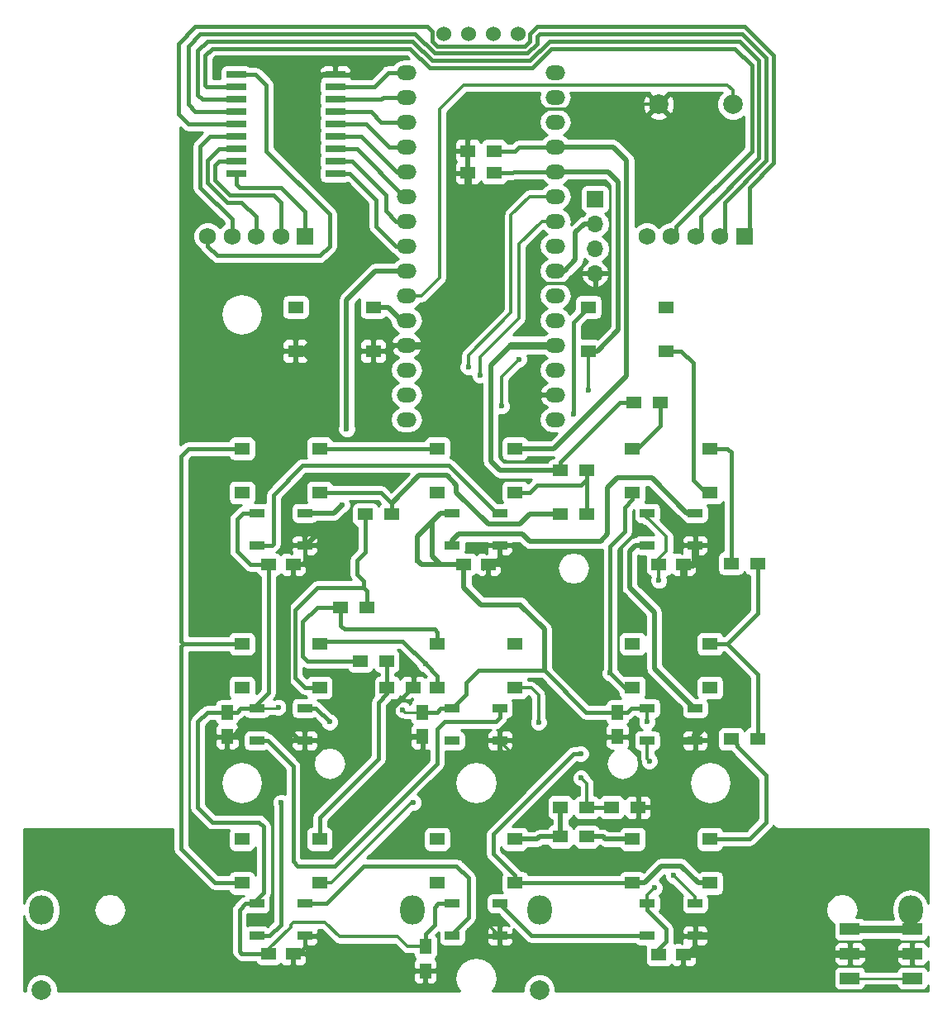
<source format=gbr>
G04 #@! TF.FileFunction,Copper,L1,Top,Signal*
%FSLAX46Y46*%
G04 Gerber Fmt 4.6, Leading zero omitted, Abs format (unit mm)*
G04 Created by KiCad (PCBNEW 4.0.5-e0-6337~49~ubuntu16.04.1) date Sun Jan 22 15:59:59 2017*
%MOMM*%
%LPD*%
G01*
G04 APERTURE LIST*
%ADD10C,0.100000*%
%ADD11R,1.550000X1.300000*%
%ADD12O,2.500000X3.000000*%
%ADD13C,2.000000*%
%ADD14R,1.500000X1.250000*%
%ADD15R,1.250000X1.500000*%
%ADD16R,1.750000X1.750000*%
%ADD17C,1.750000*%
%ADD18R,1.500000X1.300000*%
%ADD19R,1.500000X0.900000*%
%ADD20O,2.000000X1.500000*%
%ADD21R,2.000000X0.700000*%
%ADD22C,1.524000*%
%ADD23R,2.000000X1.200000*%
%ADD24R,1.700000X1.700000*%
%ADD25O,1.700000X1.700000*%
%ADD26C,0.600000*%
%ADD27C,0.300000*%
%ADD28C,0.250000*%
%ADD29C,0.500000*%
%ADD30C,0.800000*%
%ADD31C,0.400000*%
%ADD32C,0.254000*%
G04 APERTURE END LIST*
D10*
D11*
X104975000Y-68750000D03*
X104975000Y-73250000D03*
X97025000Y-73250000D03*
X97025000Y-68750000D03*
X97025000Y-93250000D03*
X97025000Y-88750000D03*
X104975000Y-88750000D03*
X104975000Y-93250000D03*
D12*
X56500000Y-116000000D03*
X94500000Y-116000000D03*
D13*
X56500000Y-124200000D03*
X127299840Y-33500000D03*
X119700160Y-33500000D03*
D14*
X79750000Y-80600000D03*
X82250000Y-80600000D03*
X99750000Y-80600000D03*
X102250000Y-80600000D03*
X119750000Y-80600000D03*
X122250000Y-80600000D03*
D15*
X115500000Y-95750000D03*
X115500000Y-98250000D03*
D14*
X119750000Y-120600000D03*
X122250000Y-120600000D03*
D15*
X95800000Y-119750000D03*
X95800000Y-122250000D03*
D14*
X79750000Y-120500000D03*
X82250000Y-120500000D03*
D15*
X75500000Y-95750000D03*
X75500000Y-98250000D03*
X95500000Y-95750000D03*
X95500000Y-98250000D03*
D16*
X83500000Y-47000000D03*
D17*
X81000000Y-47000000D03*
X78500000Y-47000000D03*
X76000000Y-47000000D03*
X73500000Y-47000000D03*
D16*
X128500000Y-47000000D03*
D17*
X126000000Y-47000000D03*
X123500000Y-47000000D03*
X121000000Y-47000000D03*
X118500000Y-47000000D03*
D18*
X109650000Y-71000000D03*
X112350000Y-71000000D03*
X112350000Y-75500000D03*
X109650000Y-75500000D03*
X92350000Y-75500000D03*
X89650000Y-75500000D03*
X89850000Y-85000000D03*
X87150000Y-85000000D03*
X89150000Y-90500000D03*
X91850000Y-90500000D03*
X91900000Y-93250000D03*
X94600000Y-93250000D03*
X102850000Y-38250000D03*
X100150000Y-38250000D03*
X117150000Y-64000000D03*
X119850000Y-64000000D03*
X127150000Y-80500000D03*
X129850000Y-80500000D03*
X129850000Y-98500000D03*
X127150000Y-98500000D03*
X112350000Y-108500000D03*
X109650000Y-108500000D03*
X109650000Y-105500000D03*
X112350000Y-105500000D03*
X114900000Y-105500000D03*
X117600000Y-105500000D03*
X102850000Y-40500000D03*
X100150000Y-40500000D03*
D11*
X84975000Y-68750000D03*
X84975000Y-73250000D03*
X77025000Y-73250000D03*
X77025000Y-68750000D03*
X84975000Y-88750000D03*
X84975000Y-93250000D03*
X77025000Y-93250000D03*
X77025000Y-88750000D03*
X77025000Y-113250000D03*
X77025000Y-108750000D03*
X84975000Y-108750000D03*
X84975000Y-113250000D03*
X117025000Y-73250000D03*
X117025000Y-68750000D03*
X124975000Y-68750000D03*
X124975000Y-73250000D03*
X117025000Y-93250000D03*
X117025000Y-88750000D03*
X124975000Y-88750000D03*
X124975000Y-93250000D03*
X117025000Y-113250000D03*
X117025000Y-108750000D03*
X124975000Y-108750000D03*
X124975000Y-113250000D03*
X97025000Y-113250000D03*
X97025000Y-108750000D03*
X104975000Y-108750000D03*
X104975000Y-113250000D03*
X112525000Y-58750000D03*
X112525000Y-54250000D03*
X120475000Y-54250000D03*
X120475000Y-58750000D03*
D19*
X78550000Y-75350000D03*
X78550000Y-78650000D03*
X83450000Y-78650000D03*
X83450000Y-75350000D03*
X98550000Y-75350000D03*
X98550000Y-78650000D03*
X103450000Y-78650000D03*
X103450000Y-75350000D03*
X118550000Y-75350000D03*
X118550000Y-78650000D03*
X123450000Y-78650000D03*
X123450000Y-75350000D03*
X118550000Y-95350000D03*
X118550000Y-98650000D03*
X123450000Y-98650000D03*
X123450000Y-95350000D03*
X118550000Y-115350000D03*
X118550000Y-118650000D03*
X123450000Y-118650000D03*
X123450000Y-115350000D03*
D20*
X109120000Y-30220000D03*
X109120000Y-32760000D03*
X109120000Y-35300000D03*
X109120000Y-37840000D03*
X109120000Y-40380000D03*
X109120000Y-42920000D03*
X109120000Y-45460000D03*
X109120000Y-48000000D03*
X109120000Y-50540000D03*
X109120000Y-53080000D03*
X109120000Y-55620000D03*
X109120000Y-58160000D03*
X109120000Y-60700000D03*
X109120000Y-63240000D03*
X109120000Y-65780000D03*
X93880000Y-65780000D03*
X93880000Y-63240000D03*
X93880000Y-60700000D03*
X93880000Y-58160000D03*
X93880000Y-55620000D03*
X93880000Y-53080000D03*
X93880000Y-50540000D03*
X93880000Y-48000000D03*
X93880000Y-45460000D03*
X93880000Y-42920000D03*
X93880000Y-40380000D03*
X93880000Y-37840000D03*
X93880000Y-35300000D03*
X93880000Y-32760000D03*
X93880000Y-30220000D03*
D19*
X98550000Y-115350000D03*
X98550000Y-118650000D03*
X103450000Y-118650000D03*
X103450000Y-115350000D03*
X78550000Y-115350000D03*
X78550000Y-118650000D03*
X83450000Y-118650000D03*
X83450000Y-115350000D03*
X78550000Y-95350000D03*
X78550000Y-98650000D03*
X83450000Y-98650000D03*
X83450000Y-95350000D03*
X98550000Y-95350000D03*
X98550000Y-98650000D03*
X103450000Y-98650000D03*
X103450000Y-95350000D03*
D21*
X86580000Y-40580000D03*
X86580000Y-39310000D03*
X86580000Y-38040000D03*
X86580000Y-36770000D03*
X86580000Y-35500000D03*
X86580000Y-34230000D03*
X86580000Y-32960000D03*
X86580000Y-31690000D03*
X86580000Y-30420000D03*
X76420000Y-30420000D03*
X76420000Y-31690000D03*
X76420000Y-32960000D03*
X76420000Y-34230000D03*
X76420000Y-35500000D03*
X76420000Y-36770000D03*
X76420000Y-38040000D03*
X76420000Y-39310000D03*
X76420000Y-40580000D03*
D22*
X97690000Y-26300000D03*
X100230000Y-26300000D03*
X102770000Y-26300000D03*
X105310000Y-26300000D03*
D12*
X107500000Y-116000000D03*
X145500000Y-116000000D03*
D13*
X107500000Y-124200000D03*
D23*
X139300000Y-118000000D03*
X139300000Y-120500000D03*
X139300000Y-123000000D03*
X145700000Y-118000000D03*
X145700000Y-120500000D03*
X145700000Y-123000000D03*
D24*
X113200000Y-43200000D03*
D25*
X113200000Y-45740000D03*
X113200000Y-48280000D03*
X113200000Y-50820000D03*
D11*
X82525000Y-58750000D03*
X82525000Y-54250000D03*
X90475000Y-54250000D03*
X90475000Y-58750000D03*
D26*
X102200000Y-51800000D03*
X106400000Y-51800000D03*
X88600000Y-79000000D03*
X105400000Y-63400000D03*
X101600000Y-82400000D03*
X85250000Y-77000000D03*
X85250000Y-64000000D03*
X93750000Y-97750000D03*
X100750000Y-97750000D03*
X105500000Y-84750000D03*
X119250000Y-113750000D03*
X95000000Y-80200000D03*
X80750000Y-95250000D03*
X93500000Y-95500000D03*
X119750000Y-82250000D03*
X118500000Y-96750000D03*
X104600000Y-58200000D03*
X107400000Y-96800000D03*
X95800000Y-90800000D03*
X94600000Y-105000000D03*
X111750000Y-102500000D03*
X111000000Y-65200000D03*
X114750000Y-91750000D03*
X111750000Y-100000000D03*
X112500000Y-62750000D03*
X87750000Y-66750000D03*
X87250000Y-74500000D03*
X121250000Y-112500000D03*
X118750000Y-100750000D03*
X81000000Y-105000000D03*
X86000000Y-96750000D03*
X100200000Y-60400000D03*
X101400000Y-61200000D03*
X103600000Y-64400000D03*
X105400000Y-59600000D03*
D27*
X93880000Y-53080000D02*
X95420000Y-53080000D01*
X127299840Y-32049840D02*
X127299840Y-33500000D01*
X126750000Y-31500000D02*
X127299840Y-32049840D01*
X99750000Y-31500000D02*
X126750000Y-31500000D01*
X97250000Y-34000000D02*
X99750000Y-31500000D01*
X97250000Y-51250000D02*
X97250000Y-34000000D01*
X95420000Y-53080000D02*
X97250000Y-51250000D01*
X113200000Y-50820000D02*
X111780000Y-50820000D01*
X102000000Y-52000000D02*
X100150000Y-52000000D01*
D28*
X102200000Y-51800000D02*
X102000000Y-52000000D01*
D27*
X110800000Y-51800000D02*
X106400000Y-51800000D01*
X111780000Y-50820000D02*
X110800000Y-51800000D01*
D29*
X85250000Y-77000000D02*
X86600000Y-77000000D01*
X88600000Y-79000000D02*
X86600000Y-77000000D01*
X105560000Y-63240000D02*
X109120000Y-63240000D01*
D27*
X105400000Y-63400000D02*
X105560000Y-63240000D01*
D29*
X102250000Y-80600000D02*
X102250000Y-81750000D01*
X102250000Y-81750000D02*
X101600000Y-82400000D01*
D30*
X127500000Y-116750000D02*
X127500000Y-120500000D01*
X139300000Y-120500000D02*
X127500000Y-120500000D01*
X127500000Y-120500000D02*
X122350000Y-120500000D01*
X122350000Y-120500000D02*
X122250000Y-120600000D01*
X139300000Y-120500000D02*
X145700000Y-120500000D01*
X123450000Y-118650000D02*
X125600000Y-118650000D01*
X122250000Y-109750000D02*
X122250000Y-105500000D01*
X122250000Y-109750000D02*
X123750000Y-111250000D01*
X126500000Y-111250000D02*
X123750000Y-111250000D01*
X127500000Y-112250000D02*
X126500000Y-111250000D01*
X127500000Y-116750000D02*
X127500000Y-112250000D01*
X125600000Y-118650000D02*
X127500000Y-116750000D01*
X122250000Y-105500000D02*
X122250000Y-105250000D01*
X122250000Y-105250000D02*
X121500000Y-104500000D01*
X121500000Y-104500000D02*
X121500000Y-99250000D01*
X121500000Y-99250000D02*
X122100000Y-98650000D01*
X122100000Y-98650000D02*
X123450000Y-98650000D01*
D31*
X117600000Y-105500000D02*
X122250000Y-105500000D01*
X93750000Y-97750000D02*
X92750000Y-97750000D01*
X92500000Y-95250000D02*
X94500000Y-93250000D01*
X92500000Y-97500000D02*
X92500000Y-95250000D01*
X92750000Y-97750000D02*
X92500000Y-97500000D01*
X94500000Y-93250000D02*
X94600000Y-93250000D01*
X94600000Y-93250000D02*
X94500000Y-93250000D01*
D29*
X83450000Y-78650000D02*
X83600000Y-78650000D01*
X83600000Y-78650000D02*
X85250000Y-77000000D01*
X84000000Y-59500000D02*
X83250000Y-58750000D01*
X85250000Y-64000000D02*
X84000000Y-62750000D01*
X84000000Y-62750000D02*
X84000000Y-59500000D01*
X83250000Y-58750000D02*
X82525000Y-58750000D01*
X103450000Y-98650000D02*
X101650000Y-98650000D01*
X94250000Y-98250000D02*
X95500000Y-98250000D01*
X93750000Y-97750000D02*
X94250000Y-98250000D01*
X101650000Y-98650000D02*
X100750000Y-97750000D01*
D27*
X103450000Y-118650000D02*
X100850000Y-118650000D01*
X96750000Y-122250000D02*
X95800000Y-122250000D01*
X99000000Y-120000000D02*
X96750000Y-122250000D01*
X99500000Y-120000000D02*
X99000000Y-120000000D01*
X100850000Y-118650000D02*
X99500000Y-120000000D01*
X101750000Y-81100000D02*
X102250000Y-80600000D01*
X103450000Y-118650000D02*
X103400000Y-118650000D01*
X103400000Y-118650000D02*
X101500000Y-116750000D01*
X106000000Y-101250000D02*
X103450000Y-98700000D01*
X106000000Y-104000000D02*
X106000000Y-101250000D01*
X101500000Y-108500000D02*
X106000000Y-104000000D01*
X101500000Y-116750000D02*
X101500000Y-108500000D01*
X103450000Y-98700000D02*
X103450000Y-98650000D01*
X122250000Y-120600000D02*
X122250000Y-121500000D01*
X103450000Y-119950000D02*
X103450000Y-118650000D01*
X105500000Y-122000000D02*
X103450000Y-119950000D01*
X121750000Y-122000000D02*
X105500000Y-122000000D01*
X122250000Y-121500000D02*
X121750000Y-122000000D01*
D30*
X100150000Y-40500000D02*
X100150000Y-52000000D01*
X100150000Y-52000000D02*
X100150000Y-54850000D01*
X100150000Y-54850000D02*
X96840000Y-58160000D01*
X96840000Y-58160000D02*
X93880000Y-58160000D01*
D29*
X122250000Y-120600000D02*
X122650000Y-120600000D01*
X122650000Y-120600000D02*
X123450000Y-119800000D01*
X123450000Y-119800000D02*
X123450000Y-118650000D01*
X102250000Y-80600000D02*
X102900000Y-80600000D01*
X102900000Y-80600000D02*
X103450000Y-80050000D01*
X103450000Y-80050000D02*
X103450000Y-78650000D01*
D30*
X123450000Y-98650000D02*
X123450000Y-98050000D01*
X123450000Y-98050000D02*
X126250000Y-95250000D01*
X126250000Y-95250000D02*
X126750000Y-95250000D01*
X126750000Y-95250000D02*
X128000000Y-94000000D01*
X128000000Y-94000000D02*
X128000000Y-92500000D01*
X128000000Y-92500000D02*
X126500000Y-91000000D01*
X126500000Y-91000000D02*
X123500000Y-91000000D01*
X123500000Y-91000000D02*
X122250000Y-89750000D01*
X122250000Y-89750000D02*
X122250000Y-80600000D01*
D29*
X82525000Y-58750000D02*
X83250000Y-58750000D01*
X83250000Y-58750000D02*
X85500000Y-56500000D01*
X85500000Y-56500000D02*
X85500000Y-52000000D01*
X85500000Y-52000000D02*
X87750000Y-49750000D01*
X87750000Y-49750000D02*
X87750000Y-44750000D01*
X87750000Y-44750000D02*
X84250000Y-41250000D01*
X84250000Y-41250000D02*
X84250000Y-31500000D01*
X84250000Y-31500000D02*
X85330000Y-30420000D01*
X85330000Y-30420000D02*
X86580000Y-30420000D01*
X83450000Y-98650000D02*
X82900000Y-98650000D01*
X82900000Y-98650000D02*
X81750000Y-97500000D01*
X82250000Y-82000000D02*
X82250000Y-80600000D01*
X81750000Y-82500000D02*
X82250000Y-82000000D01*
X81750000Y-97500000D02*
X81750000Y-82500000D01*
D30*
X122250000Y-80600000D02*
X123150000Y-80600000D01*
X123150000Y-80600000D02*
X123450000Y-80300000D01*
X123450000Y-80300000D02*
X123450000Y-78650000D01*
D31*
X82250000Y-120500000D02*
X82750000Y-120500000D01*
X82750000Y-120500000D02*
X83450000Y-119800000D01*
X83450000Y-119800000D02*
X83450000Y-118650000D01*
X95800000Y-122250000D02*
X93750000Y-122250000D01*
X93750000Y-122250000D02*
X92000000Y-120500000D01*
X92000000Y-120500000D02*
X82250000Y-120500000D01*
D30*
X123450000Y-98650000D02*
X123450000Y-98450000D01*
D31*
X103450000Y-98650000D02*
X112850000Y-98650000D01*
X113250000Y-98250000D02*
X115500000Y-98250000D01*
X112850000Y-98650000D02*
X113250000Y-98250000D01*
X83450000Y-98650000D02*
X83450000Y-110200000D01*
X83450000Y-110200000D02*
X83750000Y-110500000D01*
X83750000Y-110500000D02*
X86000000Y-110500000D01*
X86000000Y-110500000D02*
X95500000Y-101000000D01*
X95500000Y-101000000D02*
X95500000Y-98250000D01*
X82900000Y-98650000D02*
X81500000Y-97250000D01*
X81500000Y-97250000D02*
X77000000Y-97250000D01*
X77000000Y-97250000D02*
X76000000Y-98250000D01*
X76000000Y-98250000D02*
X75500000Y-98250000D01*
X82250000Y-80600000D02*
X83150000Y-80600000D01*
X83450000Y-80300000D02*
X83450000Y-78650000D01*
X83150000Y-80600000D02*
X83450000Y-80300000D01*
D27*
X119700160Y-33500000D02*
X115750000Y-33500000D01*
X100150000Y-35600000D02*
X100150000Y-38250000D01*
X101750000Y-34000000D02*
X100150000Y-35600000D01*
X115250000Y-34000000D02*
X101750000Y-34000000D01*
X115750000Y-33500000D02*
X115250000Y-34000000D01*
D31*
X100150000Y-40500000D02*
X100150000Y-38250000D01*
X93880000Y-58160000D02*
X92590000Y-58160000D01*
X92590000Y-58160000D02*
X92000000Y-58750000D01*
X92000000Y-58750000D02*
X90475000Y-58750000D01*
D27*
X118550000Y-114450000D02*
X118550000Y-115350000D01*
X119250000Y-113750000D02*
X118550000Y-114450000D01*
D29*
X95000000Y-80200000D02*
X95000000Y-77750000D01*
X95000000Y-77750000D02*
X97400000Y-75350000D01*
X95400000Y-80600000D02*
X99750000Y-80600000D01*
X95000000Y-80200000D02*
X95400000Y-80600000D01*
D31*
X78550000Y-115350000D02*
X78550000Y-114950000D01*
X78550000Y-114950000D02*
X79250000Y-114250000D01*
X73500000Y-95750000D02*
X75500000Y-95750000D01*
X72500000Y-96750000D02*
X73500000Y-95750000D01*
X72500000Y-105500000D02*
X72500000Y-96750000D01*
X74000000Y-107000000D02*
X72500000Y-105500000D01*
X78750000Y-107000000D02*
X74000000Y-107000000D01*
X79250000Y-107500000D02*
X78750000Y-107000000D01*
X79250000Y-114250000D02*
X79250000Y-107500000D01*
D28*
X95500000Y-95750000D02*
X93750000Y-95750000D01*
X80650000Y-95350000D02*
X78550000Y-95350000D01*
X80750000Y-95250000D02*
X80650000Y-95350000D01*
X93750000Y-95750000D02*
X93500000Y-95500000D01*
D27*
X79750000Y-120500000D02*
X79750000Y-120000000D01*
X79750000Y-120000000D02*
X82000000Y-117750000D01*
X94000000Y-119750000D02*
X95800000Y-119750000D01*
X93000000Y-118750000D02*
X94000000Y-119750000D01*
X87000000Y-118750000D02*
X93000000Y-118750000D01*
X85500000Y-117250000D02*
X87000000Y-118750000D01*
X82250000Y-117250000D02*
X85500000Y-117250000D01*
X82000000Y-117500000D02*
X82250000Y-117250000D01*
X82000000Y-117750000D02*
X82000000Y-117500000D01*
X119750000Y-82250000D02*
X119750000Y-80600000D01*
X118550000Y-95350000D02*
X118550000Y-96700000D01*
X118550000Y-96700000D02*
X118500000Y-96750000D01*
D31*
X119750000Y-120600000D02*
X119750000Y-120000000D01*
X119750000Y-120000000D02*
X120500000Y-119250000D01*
X118550000Y-116050000D02*
X118550000Y-115350000D01*
X120500000Y-118000000D02*
X118550000Y-116050000D01*
X120500000Y-119250000D02*
X120500000Y-118000000D01*
D29*
X108000000Y-91500000D02*
X108000000Y-87250000D01*
X108000000Y-87250000D02*
X105500000Y-84750000D01*
X99750000Y-83000000D02*
X99750000Y-80600000D01*
X105500000Y-84750000D02*
X101500000Y-84750000D01*
X101500000Y-84750000D02*
X99750000Y-83000000D01*
X98550000Y-75350000D02*
X97400000Y-75350000D01*
X97400000Y-75350000D02*
X96500000Y-76250000D01*
X97350000Y-80600000D02*
X99750000Y-80600000D01*
X96500000Y-79750000D02*
X97350000Y-80600000D01*
X96500000Y-76250000D02*
X96500000Y-79750000D01*
D27*
X119750000Y-80600000D02*
X119750000Y-80000000D01*
X119750000Y-80000000D02*
X120500000Y-79250000D01*
X120500000Y-79250000D02*
X120500000Y-77750000D01*
X120500000Y-77750000D02*
X118550000Y-75800000D01*
D29*
X118550000Y-75800000D02*
X118550000Y-75350000D01*
D31*
X79750000Y-120500000D02*
X77000000Y-120500000D01*
X77400000Y-115350000D02*
X78550000Y-115350000D01*
X76750000Y-116000000D02*
X77400000Y-115350000D01*
X76750000Y-120250000D02*
X76750000Y-116000000D01*
X77000000Y-120500000D02*
X76750000Y-120250000D01*
X95800000Y-119750000D02*
X95800000Y-118450000D01*
X97150000Y-115350000D02*
X98550000Y-115350000D01*
X96750000Y-115750000D02*
X97150000Y-115350000D01*
X96750000Y-117500000D02*
X96750000Y-115750000D01*
X95800000Y-118450000D02*
X96750000Y-117500000D01*
X98550000Y-95350000D02*
X97400000Y-95350000D01*
X97000000Y-95750000D02*
X95500000Y-95750000D01*
X97400000Y-95350000D02*
X97000000Y-95750000D01*
X115500000Y-95750000D02*
X112250000Y-95750000D01*
X100000000Y-93900000D02*
X98550000Y-95350000D01*
X100000000Y-92750000D02*
X100000000Y-93900000D01*
X101250000Y-91500000D02*
X100000000Y-92750000D01*
X108000000Y-91500000D02*
X101250000Y-91500000D01*
X112250000Y-95750000D02*
X108000000Y-91500000D01*
X115500000Y-95750000D02*
X116500000Y-95750000D01*
X116900000Y-95350000D02*
X118550000Y-95350000D01*
X116500000Y-95750000D02*
X116900000Y-95350000D01*
X78550000Y-95350000D02*
X76900000Y-95350000D01*
X76500000Y-95750000D02*
X75500000Y-95750000D01*
X76900000Y-95350000D02*
X76500000Y-95750000D01*
X78550000Y-95350000D02*
X78550000Y-94950000D01*
X78550000Y-94950000D02*
X79750000Y-93750000D01*
X79750000Y-93750000D02*
X79750000Y-80600000D01*
X79750000Y-80600000D02*
X77850000Y-80600000D01*
X77150000Y-75350000D02*
X78550000Y-75350000D01*
X76500000Y-76000000D02*
X77150000Y-75350000D01*
X76500000Y-79250000D02*
X76500000Y-76000000D01*
X77850000Y-80600000D02*
X76500000Y-79250000D01*
D29*
X104600000Y-58200000D02*
X104600000Y-58160000D01*
X104600000Y-58160000D02*
X104590000Y-58160000D01*
X103500000Y-71000000D02*
X102500000Y-70000000D01*
X102500000Y-70000000D02*
X102500000Y-60250000D01*
X102500000Y-60250000D02*
X104590000Y-58160000D01*
X109650000Y-71000000D02*
X103500000Y-71000000D01*
D30*
X104600000Y-58160000D02*
X109120000Y-58160000D01*
D31*
X117150000Y-64000000D02*
X115750000Y-64000000D01*
X109650000Y-70100000D02*
X109650000Y-71000000D01*
X115750000Y-64000000D02*
X109650000Y-70100000D01*
X73500000Y-47000000D02*
X73500000Y-48000000D01*
X73500000Y-48000000D02*
X74500000Y-49000000D01*
X74500000Y-49000000D02*
X85000000Y-49000000D01*
X85000000Y-49000000D02*
X86000000Y-48000000D01*
X86000000Y-48000000D02*
X86000000Y-44750000D01*
X86000000Y-44750000D02*
X79500000Y-38250000D01*
X79500000Y-38250000D02*
X79500000Y-31500000D01*
X79500000Y-31500000D02*
X78420000Y-30420000D01*
X78420000Y-30420000D02*
X76420000Y-30420000D01*
X83500000Y-47000000D02*
X83500000Y-44500000D01*
X76420000Y-41670000D02*
X76420000Y-40580000D01*
X76750000Y-42000000D02*
X76420000Y-41670000D01*
X81000000Y-42000000D02*
X76750000Y-42000000D01*
X83500000Y-44500000D02*
X81000000Y-42000000D01*
X81000000Y-47000000D02*
X81000000Y-43500000D01*
X74690000Y-39310000D02*
X76420000Y-39310000D01*
X74250000Y-39750000D02*
X74690000Y-39310000D01*
X74250000Y-41250000D02*
X74250000Y-39750000D01*
X75750000Y-42750000D02*
X74250000Y-41250000D01*
X80250000Y-42750000D02*
X75750000Y-42750000D01*
X81000000Y-43500000D02*
X80250000Y-42750000D01*
X78500000Y-47000000D02*
X78500000Y-45000000D01*
X74710000Y-38040000D02*
X76420000Y-38040000D01*
X73500000Y-39250000D02*
X74710000Y-38040000D01*
X73500000Y-41500000D02*
X73500000Y-39250000D01*
X75500000Y-43500000D02*
X73500000Y-41500000D01*
X77000000Y-43500000D02*
X75500000Y-43500000D01*
X78500000Y-45000000D02*
X77000000Y-43500000D01*
X76000000Y-47000000D02*
X76000000Y-45250000D01*
X73730000Y-36770000D02*
X76420000Y-36770000D01*
X72750000Y-37750000D02*
X73730000Y-36770000D01*
X72750000Y-42000000D02*
X72750000Y-37750000D01*
X76000000Y-45250000D02*
X72750000Y-42000000D01*
X129000000Y-47000000D02*
X129000000Y-42000000D01*
X71500000Y-35500000D02*
X76420000Y-35500000D01*
X70500000Y-34500000D02*
X71500000Y-35500000D01*
X70500000Y-27250000D02*
X70500000Y-34500000D01*
X72250000Y-25500000D02*
X70500000Y-27250000D01*
X96000000Y-25500000D02*
X72250000Y-25500000D01*
X96500000Y-26000000D02*
X96000000Y-25500000D01*
X96500000Y-27000000D02*
X96500000Y-26000000D01*
X97000000Y-27500000D02*
X96500000Y-27000000D01*
X106000000Y-27500000D02*
X97000000Y-27500000D01*
X106500000Y-27000000D02*
X106000000Y-27500000D01*
X106500000Y-26250000D02*
X106500000Y-27000000D01*
X107250000Y-25500000D02*
X106500000Y-26250000D01*
X128500000Y-25500000D02*
X107250000Y-25500000D01*
X131500000Y-28500000D02*
X128500000Y-25500000D01*
X131500000Y-39500000D02*
X131500000Y-28500000D01*
X129000000Y-42000000D02*
X131500000Y-39500000D01*
X76420000Y-34230000D02*
X72230000Y-34230000D01*
X126500000Y-43500000D02*
X126500000Y-47000000D01*
X130750000Y-39250000D02*
X126500000Y-43500000D01*
X130750000Y-28750000D02*
X130750000Y-39250000D01*
X128250000Y-26250000D02*
X130750000Y-28750000D01*
X107500000Y-26250000D02*
X128250000Y-26250000D01*
X107250000Y-26500000D02*
X107500000Y-26250000D01*
X107250000Y-27250000D02*
X107250000Y-26500000D01*
X106250000Y-28250000D02*
X107250000Y-27250000D01*
X96750000Y-28250000D02*
X106250000Y-28250000D01*
X94750000Y-26250000D02*
X96750000Y-28250000D01*
X72750000Y-26250000D02*
X94750000Y-26250000D01*
X71500000Y-27500000D02*
X72750000Y-26250000D01*
X71500000Y-33500000D02*
X71500000Y-27500000D01*
X72230000Y-34230000D02*
X71500000Y-33500000D01*
X76420000Y-32960000D02*
X72960000Y-32960000D01*
X124000000Y-45000000D02*
X124000000Y-47000000D01*
X130000000Y-39000000D02*
X124000000Y-45000000D01*
X130000000Y-29000000D02*
X130000000Y-39000000D01*
X128000000Y-27000000D02*
X130000000Y-29000000D01*
X108500000Y-27000000D02*
X128000000Y-27000000D01*
X106500000Y-29000000D02*
X108500000Y-27000000D01*
X96500000Y-29000000D02*
X106500000Y-29000000D01*
X94500000Y-27000000D02*
X96500000Y-29000000D01*
X73500000Y-27000000D02*
X94500000Y-27000000D01*
X72500000Y-28000000D02*
X73500000Y-27000000D01*
X72500000Y-32500000D02*
X72500000Y-28000000D01*
X72960000Y-32960000D02*
X72500000Y-32500000D01*
X121500000Y-47000000D02*
X121500000Y-46000000D01*
X73440000Y-31690000D02*
X76420000Y-31690000D01*
X73250000Y-31500000D02*
X73440000Y-31690000D01*
X73250000Y-28500000D02*
X73250000Y-31500000D01*
X74000000Y-27750000D02*
X73250000Y-28500000D01*
X94250000Y-27750000D02*
X74000000Y-27750000D01*
X96250000Y-29750000D02*
X94250000Y-27750000D01*
X106750000Y-29750000D02*
X96250000Y-29750000D01*
X108750000Y-27750000D02*
X106750000Y-29750000D01*
X127500000Y-27750000D02*
X108750000Y-27750000D01*
X129250000Y-29500000D02*
X127500000Y-27750000D01*
X129250000Y-38250000D02*
X129250000Y-29500000D01*
X121500000Y-46000000D02*
X129250000Y-38250000D01*
X112350000Y-75500000D02*
X112350000Y-71000000D01*
X112350000Y-71000000D02*
X112350000Y-71900000D01*
X106500000Y-73250000D02*
X104975000Y-73250000D01*
X107250000Y-72500000D02*
X106500000Y-73250000D01*
X111750000Y-72500000D02*
X107250000Y-72500000D01*
X112350000Y-71900000D02*
X111750000Y-72500000D01*
D29*
X109650000Y-75500000D02*
X106500000Y-75500000D01*
X95200000Y-71500000D02*
X92350000Y-74350000D01*
X98000000Y-71500000D02*
X95200000Y-71500000D01*
X99000000Y-72500000D02*
X98000000Y-71500000D01*
X99000000Y-73250000D02*
X99000000Y-72500000D01*
X102250000Y-76500000D02*
X99000000Y-73250000D01*
X105500000Y-76500000D02*
X102250000Y-76500000D01*
X106500000Y-75500000D02*
X105500000Y-76500000D01*
D31*
X92350000Y-75500000D02*
X92350000Y-74350000D01*
X91250000Y-73250000D02*
X84975000Y-73250000D01*
X92350000Y-74350000D02*
X91250000Y-73250000D01*
X89500000Y-83000000D02*
X89500000Y-82300000D01*
X89650000Y-79350000D02*
X89650000Y-75500000D01*
X88800000Y-80200000D02*
X89650000Y-79350000D01*
X88800000Y-81600000D02*
X88800000Y-80200000D01*
X89500000Y-82300000D02*
X88800000Y-81600000D01*
X84975000Y-93250000D02*
X83500000Y-93250000D01*
X89850000Y-83350000D02*
X89850000Y-85000000D01*
X89500000Y-83000000D02*
X89850000Y-83350000D01*
X84750000Y-83000000D02*
X89500000Y-83000000D01*
X82500000Y-85250000D02*
X84750000Y-83000000D01*
X82500000Y-92250000D02*
X82500000Y-85250000D01*
X83500000Y-93250000D02*
X82500000Y-92250000D01*
X89150000Y-90500000D02*
X83750000Y-90500000D01*
X84750000Y-85000000D02*
X87150000Y-85000000D01*
X83250000Y-86500000D02*
X84750000Y-85000000D01*
X83250000Y-90000000D02*
X83250000Y-86500000D01*
X83750000Y-90500000D02*
X83250000Y-90000000D01*
X97025000Y-88750000D02*
X97025000Y-87525000D01*
X87150000Y-86900000D02*
X87150000Y-85000000D01*
X87500000Y-87250000D02*
X87150000Y-86900000D01*
X96750000Y-87250000D02*
X87500000Y-87250000D01*
X97025000Y-87525000D02*
X96750000Y-87250000D01*
X84975000Y-108750000D02*
X84975000Y-106525000D01*
X91000000Y-94750000D02*
X91900000Y-93850000D01*
X91000000Y-100500000D02*
X91000000Y-94750000D01*
X84975000Y-106525000D02*
X91000000Y-100500000D01*
X91900000Y-93850000D02*
X91900000Y-93250000D01*
X91900000Y-93250000D02*
X91900000Y-90550000D01*
X91900000Y-90550000D02*
X91850000Y-90500000D01*
X84975000Y-108750000D02*
X85000000Y-108750000D01*
X91900000Y-90550000D02*
X91850000Y-90500000D01*
D29*
X116450000Y-40600000D02*
X116450000Y-39250000D01*
X111340000Y-37840000D02*
X109120000Y-37840000D01*
X115040000Y-37840000D02*
X111340000Y-37840000D01*
X116450000Y-39250000D02*
X115040000Y-37840000D01*
D27*
X104975000Y-93250000D02*
X106650000Y-93250000D01*
X107400000Y-94000000D02*
X107400000Y-96800000D01*
X106650000Y-93250000D02*
X107400000Y-94000000D01*
X84975000Y-113250000D02*
X86150000Y-113250000D01*
X94400000Y-105000000D02*
X94600000Y-105000000D01*
X86150000Y-113250000D02*
X94400000Y-105000000D01*
D31*
X97025000Y-93250000D02*
X97025000Y-92025000D01*
X93500000Y-88500000D02*
X85225000Y-88500000D01*
X97025000Y-92025000D02*
X95800000Y-90800000D01*
X95800000Y-90800000D02*
X93500000Y-88500000D01*
X85225000Y-88500000D02*
X84975000Y-88750000D01*
D29*
X109000000Y-68750000D02*
X104975000Y-68750000D01*
X116450000Y-61300000D02*
X109000000Y-68750000D01*
X116450000Y-40550000D02*
X116450000Y-40600000D01*
X116450000Y-40600000D02*
X116450000Y-61300000D01*
D31*
X71000000Y-88750000D02*
X70750000Y-88500000D01*
X71500000Y-68750000D02*
X77025000Y-68750000D01*
X70750000Y-69500000D02*
X71500000Y-68750000D01*
X70750000Y-88500000D02*
X70750000Y-69500000D01*
X77025000Y-113250000D02*
X74250000Y-113250000D01*
X71000000Y-88750000D02*
X77025000Y-88750000D01*
X70750000Y-89000000D02*
X71000000Y-88750000D01*
X70750000Y-109750000D02*
X70750000Y-89000000D01*
X74250000Y-113250000D02*
X70750000Y-109750000D01*
X84975000Y-68750000D02*
X97025000Y-68750000D01*
X109120000Y-37840000D02*
X105410000Y-37840000D01*
X105410000Y-37840000D02*
X105000000Y-38250000D01*
X105000000Y-38250000D02*
X102850000Y-38250000D01*
X117025000Y-68750000D02*
X117500000Y-68750000D01*
X117500000Y-68750000D02*
X119850000Y-66400000D01*
X119850000Y-66400000D02*
X119850000Y-64000000D01*
X127150000Y-80500000D02*
X127150000Y-69150000D01*
X126750000Y-68750000D02*
X124975000Y-68750000D01*
X127150000Y-69150000D02*
X126750000Y-68750000D01*
X124975000Y-88750000D02*
X126750000Y-88750000D01*
X126750000Y-88750000D02*
X129850000Y-85650000D01*
X129850000Y-85650000D02*
X129850000Y-80500000D01*
X129850000Y-98500000D02*
X129850000Y-91850000D01*
X129850000Y-91850000D02*
X126750000Y-88750000D01*
D29*
X117025000Y-108750000D02*
X114250000Y-108750000D01*
X114000000Y-108500000D02*
X112350000Y-108500000D01*
X114250000Y-108750000D02*
X114000000Y-108500000D01*
D31*
X124975000Y-108750000D02*
X129000000Y-108750000D01*
X127750000Y-99250000D02*
X127750000Y-99100000D01*
X130750000Y-102250000D02*
X127750000Y-99250000D01*
X130750000Y-107000000D02*
X130750000Y-102250000D01*
X129000000Y-108750000D02*
X130750000Y-107000000D01*
X127750000Y-99100000D02*
X127150000Y-98500000D01*
D29*
X109650000Y-108500000D02*
X107500000Y-108500000D01*
X107250000Y-108750000D02*
X104975000Y-108750000D01*
X107500000Y-108500000D02*
X107250000Y-108750000D01*
X109650000Y-108500000D02*
X109650000Y-105500000D01*
D27*
X112350000Y-103100000D02*
X111750000Y-102500000D01*
D31*
X111000000Y-65200000D02*
X111000000Y-59000000D01*
X111000000Y-59000000D02*
X111000000Y-55775000D01*
X112525000Y-54250000D02*
X111000000Y-55775000D01*
D27*
X112350000Y-103100000D02*
X112350000Y-105500000D01*
D31*
X114900000Y-105500000D02*
X112350000Y-105500000D01*
D29*
X112525000Y-58750000D02*
X113450000Y-58750000D01*
X114580000Y-40380000D02*
X112130000Y-40380000D01*
X115600000Y-41400000D02*
X114580000Y-40380000D01*
X115600000Y-56600000D02*
X115600000Y-41400000D01*
X113450000Y-58750000D02*
X115600000Y-56600000D01*
D31*
X114750000Y-91750000D02*
X116250000Y-93250000D01*
X116250000Y-93250000D02*
X117025000Y-93250000D01*
X104975000Y-113250000D02*
X104975000Y-112475000D01*
X111000000Y-100000000D02*
X111750000Y-100000000D01*
X102750000Y-108250000D02*
X111000000Y-100000000D01*
X102750000Y-110250000D02*
X102750000Y-108250000D01*
X104975000Y-112475000D02*
X102750000Y-110250000D01*
D29*
X124975000Y-113250000D02*
X123750000Y-113250000D01*
X118250000Y-113250000D02*
X117025000Y-113250000D01*
X120000000Y-111500000D02*
X118250000Y-113250000D01*
X122000000Y-111500000D02*
X120000000Y-111500000D01*
X123750000Y-113250000D02*
X122000000Y-111500000D01*
D27*
X112525000Y-58750000D02*
X112525000Y-62725000D01*
X112525000Y-62725000D02*
X112500000Y-62750000D01*
D31*
X117025000Y-93250000D02*
X116250000Y-93250000D01*
X116250000Y-93250000D02*
X114750000Y-91750000D01*
X117025000Y-73975000D02*
X117025000Y-73250000D01*
X114750000Y-91750000D02*
X114750000Y-78750000D01*
X114750000Y-78750000D02*
X116250000Y-77250000D01*
X116250000Y-77250000D02*
X116250000Y-74750000D01*
X116250000Y-74750000D02*
X117025000Y-73975000D01*
X124975000Y-73250000D02*
X124500000Y-73250000D01*
X124500000Y-73250000D02*
X123250000Y-72000000D01*
X123250000Y-72000000D02*
X123250000Y-60000000D01*
X123250000Y-60000000D02*
X122000000Y-58750000D01*
X122000000Y-58750000D02*
X120475000Y-58750000D01*
D29*
X112130000Y-40380000D02*
X109120000Y-40380000D01*
D31*
X117025000Y-113250000D02*
X104975000Y-113250000D01*
X109120000Y-40380000D02*
X104870000Y-40380000D01*
X104750000Y-40500000D02*
X102850000Y-40500000D01*
X104870000Y-40380000D02*
X104750000Y-40500000D01*
D29*
X93880000Y-55620000D02*
X93370000Y-55620000D01*
X93370000Y-55620000D02*
X92000000Y-54250000D01*
X92000000Y-54250000D02*
X90475000Y-54250000D01*
D31*
X103450000Y-75350000D02*
X103100000Y-75350000D01*
X103100000Y-75350000D02*
X98250000Y-70500000D01*
X98250000Y-70500000D02*
X83250000Y-70500000D01*
X83250000Y-70500000D02*
X80250000Y-73500000D01*
X80250000Y-73500000D02*
X80250000Y-78500000D01*
X80250000Y-78500000D02*
X80100000Y-78650000D01*
X80100000Y-78650000D02*
X78550000Y-78650000D01*
D29*
X83450000Y-75350000D02*
X86400000Y-75350000D01*
X90710000Y-50540000D02*
X93880000Y-50540000D01*
X87750000Y-53500000D02*
X90710000Y-50540000D01*
X87750000Y-55000000D02*
X87750000Y-53500000D01*
X87750000Y-66750000D02*
X87750000Y-55000000D01*
X86400000Y-75350000D02*
X87250000Y-74500000D01*
X123450000Y-75350000D02*
X122600000Y-75350000D01*
X99250000Y-77500000D02*
X98550000Y-78200000D01*
X105750000Y-77500000D02*
X99250000Y-77500000D01*
X106500000Y-78250000D02*
X105750000Y-77500000D01*
X113750000Y-78250000D02*
X106500000Y-78250000D01*
X114500000Y-77500000D02*
X113750000Y-78250000D01*
X114500000Y-72750000D02*
X114500000Y-77500000D01*
X115500000Y-71750000D02*
X114500000Y-72750000D01*
X119000000Y-71750000D02*
X115500000Y-71750000D01*
X122600000Y-75350000D02*
X119000000Y-71750000D01*
X98550000Y-78200000D02*
X98550000Y-78650000D01*
X123450000Y-95350000D02*
X123350000Y-95350000D01*
X123350000Y-95350000D02*
X119250000Y-91250000D01*
X119250000Y-91250000D02*
X119250000Y-85500000D01*
X119250000Y-85500000D02*
X116750000Y-83000000D01*
X116750000Y-83000000D02*
X116750000Y-79250000D01*
X116750000Y-79250000D02*
X117350000Y-78650000D01*
X117350000Y-78650000D02*
X118550000Y-78650000D01*
D27*
X118550000Y-98650000D02*
X118550000Y-100550000D01*
X123450000Y-114700000D02*
X123450000Y-115350000D01*
X121250000Y-112500000D02*
X123450000Y-114700000D01*
X118550000Y-100550000D02*
X118750000Y-100750000D01*
D31*
X118550000Y-118650000D02*
X106650000Y-118650000D01*
X106650000Y-118650000D02*
X103450000Y-115450000D01*
X103450000Y-115450000D02*
X103450000Y-115350000D01*
D29*
X109120000Y-50540000D02*
X110060000Y-50540000D01*
X110060000Y-50540000D02*
X111200000Y-49400000D01*
X112060000Y-45740000D02*
X113200000Y-45740000D01*
X111200000Y-46600000D02*
X112060000Y-45740000D01*
X111200000Y-49400000D02*
X111200000Y-46600000D01*
D31*
X98550000Y-118650000D02*
X98550000Y-118450000D01*
X98550000Y-118450000D02*
X100250000Y-116750000D01*
X100250000Y-116750000D02*
X100250000Y-112750000D01*
X100250000Y-112750000D02*
X99000000Y-111500000D01*
X99000000Y-111500000D02*
X89500000Y-111500000D01*
X89500000Y-111500000D02*
X85650000Y-115350000D01*
X85650000Y-115350000D02*
X83450000Y-115350000D01*
X79850000Y-118650000D02*
X81000000Y-117500000D01*
X81000000Y-117500000D02*
X81000000Y-105000000D01*
X86000000Y-96750000D02*
X84600000Y-95350000D01*
X83450000Y-95350000D02*
X84600000Y-95350000D01*
X79850000Y-118650000D02*
X78550000Y-118650000D01*
X78550000Y-98650000D02*
X79650000Y-98650000D01*
X103450000Y-96300000D02*
X103450000Y-95350000D01*
X103000000Y-96750000D02*
X103450000Y-96300000D01*
X97750000Y-96750000D02*
X103000000Y-96750000D01*
X97000000Y-97500000D02*
X97750000Y-96750000D01*
X97000000Y-101000000D02*
X97000000Y-97500000D01*
X86500000Y-111500000D02*
X97000000Y-101000000D01*
X82750000Y-111500000D02*
X86500000Y-111500000D01*
X82250000Y-111000000D02*
X82750000Y-111500000D01*
X82250000Y-101250000D02*
X82250000Y-111000000D01*
X79650000Y-98650000D02*
X82250000Y-101250000D01*
X93880000Y-48000000D02*
X92750000Y-48000000D01*
X88080000Y-40580000D02*
X86580000Y-40580000D01*
X90750000Y-43250000D02*
X88080000Y-40580000D01*
X90750000Y-46000000D02*
X90750000Y-43250000D01*
X92750000Y-48000000D02*
X90750000Y-46000000D01*
X93880000Y-45460000D02*
X92790000Y-45460000D01*
X88310000Y-39310000D02*
X86580000Y-39310000D01*
X91750000Y-42750000D02*
X88310000Y-39310000D01*
X91750000Y-44420000D02*
X91750000Y-42750000D01*
X92790000Y-45460000D02*
X91750000Y-44420000D01*
X93880000Y-42920000D02*
X93670000Y-42920000D01*
X93670000Y-42920000D02*
X88790000Y-38040000D01*
X88790000Y-38040000D02*
X86580000Y-38040000D01*
X93880000Y-40380000D02*
X92880000Y-40380000D01*
X92880000Y-40380000D02*
X89500000Y-37000000D01*
X89500000Y-37000000D02*
X89250000Y-36750000D01*
X89250000Y-36750000D02*
X86600000Y-36750000D01*
X86600000Y-36750000D02*
X86580000Y-36770000D01*
X93880000Y-37840000D02*
X92090000Y-37840000D01*
X89750000Y-35500000D02*
X86580000Y-35500000D01*
X92090000Y-37840000D02*
X89750000Y-35500000D01*
X93880000Y-35300000D02*
X91300000Y-35300000D01*
X90230000Y-34230000D02*
X86580000Y-34230000D01*
X91300000Y-35300000D02*
X90230000Y-34230000D01*
X93880000Y-32760000D02*
X91490000Y-32760000D01*
X91290000Y-32960000D02*
X86580000Y-32960000D01*
X91490000Y-32760000D02*
X91290000Y-32960000D01*
X93880000Y-30220000D02*
X92030000Y-30220000D01*
X90560000Y-31690000D02*
X86580000Y-31690000D01*
X92030000Y-30220000D02*
X90560000Y-31690000D01*
D27*
X106480000Y-42920000D02*
X109120000Y-42920000D01*
X104600000Y-44800000D02*
X106480000Y-42920000D01*
X104600000Y-54800000D02*
X104600000Y-44800000D01*
X100200000Y-59200000D02*
X104600000Y-54800000D01*
X100200000Y-60400000D02*
X100200000Y-59200000D01*
X107740000Y-45460000D02*
X109120000Y-45460000D01*
X105400000Y-47800000D02*
X107740000Y-45460000D01*
X105400000Y-55400000D02*
X105400000Y-47800000D01*
X101400000Y-59400000D02*
X105400000Y-55400000D01*
X101400000Y-61200000D02*
X101400000Y-59400000D01*
X103600000Y-64400000D02*
X103600000Y-61400000D01*
X103600000Y-61400000D02*
X105400000Y-59600000D01*
D30*
X145700000Y-118000000D02*
X145700000Y-116200000D01*
X145700000Y-116200000D02*
X145500000Y-116000000D01*
X139300000Y-118000000D02*
X145700000Y-118000000D01*
D28*
X145700000Y-123000000D02*
X139300000Y-123000000D01*
D32*
G36*
X121974208Y-75975787D02*
X121974210Y-75975790D01*
X122122135Y-76074630D01*
X122235910Y-76251441D01*
X122448110Y-76396431D01*
X122700000Y-76447440D01*
X124200000Y-76447440D01*
X124435317Y-76403162D01*
X124651441Y-76264090D01*
X124796431Y-76051890D01*
X124847440Y-75800000D01*
X124847440Y-74900000D01*
X124803162Y-74664683D01*
X124727718Y-74547440D01*
X125750000Y-74547440D01*
X125985317Y-74503162D01*
X126201441Y-74364090D01*
X126315000Y-74197891D01*
X126315000Y-79218554D01*
X126164683Y-79246838D01*
X125948559Y-79385910D01*
X125803569Y-79598110D01*
X125752560Y-79850000D01*
X125752560Y-81150000D01*
X125796838Y-81385317D01*
X125935910Y-81601441D01*
X126148110Y-81746431D01*
X126400000Y-81797440D01*
X127900000Y-81797440D01*
X128135317Y-81753162D01*
X128351441Y-81614090D01*
X128496431Y-81401890D01*
X128499081Y-81388803D01*
X128635910Y-81601441D01*
X128848110Y-81746431D01*
X129015000Y-81780227D01*
X129015000Y-85304132D01*
X126404132Y-87915000D01*
X126362630Y-87915000D01*
X126353162Y-87864683D01*
X126214090Y-87648559D01*
X126001890Y-87503569D01*
X125750000Y-87452560D01*
X124200000Y-87452560D01*
X123964683Y-87496838D01*
X123748559Y-87635910D01*
X123603569Y-87848110D01*
X123552560Y-88100000D01*
X123552560Y-89400000D01*
X123596838Y-89635317D01*
X123735910Y-89851441D01*
X123948110Y-89996431D01*
X124200000Y-90047440D01*
X125750000Y-90047440D01*
X125985317Y-90003162D01*
X126201441Y-89864090D01*
X126346431Y-89651890D01*
X126359977Y-89585000D01*
X126404132Y-89585000D01*
X129015000Y-92195868D01*
X129015000Y-97218554D01*
X128864683Y-97246838D01*
X128648559Y-97385910D01*
X128503569Y-97598110D01*
X128500919Y-97611197D01*
X128364090Y-97398559D01*
X128151890Y-97253569D01*
X127900000Y-97202560D01*
X126400000Y-97202560D01*
X126164683Y-97246838D01*
X125948559Y-97385910D01*
X125803569Y-97598110D01*
X125752560Y-97850000D01*
X125752560Y-99150000D01*
X125796838Y-99385317D01*
X125935910Y-99601441D01*
X126148110Y-99746431D01*
X126400000Y-99797440D01*
X127130838Y-99797440D01*
X127142460Y-99814833D01*
X127159566Y-99840434D01*
X129915000Y-102595868D01*
X129915000Y-106654132D01*
X128654132Y-107915000D01*
X126362630Y-107915000D01*
X126353162Y-107864683D01*
X126214090Y-107648559D01*
X126001890Y-107503569D01*
X125750000Y-107452560D01*
X124200000Y-107452560D01*
X123964683Y-107496838D01*
X123748559Y-107635910D01*
X123603569Y-107848110D01*
X123552560Y-108100000D01*
X123552560Y-109400000D01*
X123596838Y-109635317D01*
X123735910Y-109851441D01*
X123948110Y-109996431D01*
X124200000Y-110047440D01*
X125750000Y-110047440D01*
X125985317Y-110003162D01*
X126201441Y-109864090D01*
X126346431Y-109651890D01*
X126359977Y-109585000D01*
X129000000Y-109585000D01*
X129319541Y-109521439D01*
X129590434Y-109340434D01*
X131340434Y-107590434D01*
X131463469Y-107406300D01*
X131515632Y-107484368D01*
X131737862Y-107632857D01*
X132000000Y-107685000D01*
X147315000Y-107685000D01*
X147315000Y-115356259D01*
X147241513Y-114986815D01*
X146832896Y-114375277D01*
X146221358Y-113966660D01*
X145500000Y-113823173D01*
X144778642Y-113966660D01*
X144167104Y-114375277D01*
X143758487Y-114986815D01*
X143615000Y-115708173D01*
X143615000Y-116291827D01*
X143748902Y-116965000D01*
X140774669Y-116965000D01*
X140764090Y-116948559D01*
X140551890Y-116803569D01*
X140300000Y-116752560D01*
X139984749Y-116752560D01*
X140056737Y-116644822D01*
X140185000Y-116000000D01*
X140056737Y-115355178D01*
X139691475Y-114808525D01*
X139144822Y-114443263D01*
X138500000Y-114315000D01*
X137855178Y-114443263D01*
X137308525Y-114808525D01*
X136943263Y-115355178D01*
X136815000Y-116000000D01*
X136943263Y-116644822D01*
X137308525Y-117191475D01*
X137652560Y-117421352D01*
X137652560Y-118600000D01*
X137696838Y-118835317D01*
X137835910Y-119051441D01*
X138048110Y-119196431D01*
X138300000Y-119247440D01*
X140300000Y-119247440D01*
X140535317Y-119203162D01*
X140751441Y-119064090D01*
X140771317Y-119035000D01*
X144225331Y-119035000D01*
X144235910Y-119051441D01*
X144448110Y-119196431D01*
X144700000Y-119247440D01*
X146700000Y-119247440D01*
X146935317Y-119203162D01*
X147151441Y-119064090D01*
X147296431Y-118851890D01*
X147315000Y-118760194D01*
X147315000Y-119725406D01*
X147238327Y-119540301D01*
X147059698Y-119361673D01*
X146826309Y-119265000D01*
X145985750Y-119265000D01*
X145827000Y-119423750D01*
X145827000Y-120373000D01*
X145847000Y-120373000D01*
X145847000Y-120627000D01*
X145827000Y-120627000D01*
X145827000Y-121576250D01*
X145985750Y-121735000D01*
X146826309Y-121735000D01*
X147059698Y-121638327D01*
X147238327Y-121459699D01*
X147315000Y-121274594D01*
X147315000Y-122227596D01*
X147303162Y-122164683D01*
X147164090Y-121948559D01*
X146951890Y-121803569D01*
X146700000Y-121752560D01*
X144700000Y-121752560D01*
X144464683Y-121796838D01*
X144248559Y-121935910D01*
X144103569Y-122148110D01*
X144084961Y-122240000D01*
X140917334Y-122240000D01*
X140903162Y-122164683D01*
X140764090Y-121948559D01*
X140551890Y-121803569D01*
X140300000Y-121752560D01*
X138300000Y-121752560D01*
X138064683Y-121796838D01*
X137848559Y-121935910D01*
X137703569Y-122148110D01*
X137652560Y-122400000D01*
X137652560Y-123600000D01*
X137696838Y-123835317D01*
X137835910Y-124051441D01*
X138048110Y-124196431D01*
X138300000Y-124247440D01*
X140300000Y-124247440D01*
X140535317Y-124203162D01*
X140751441Y-124064090D01*
X140896431Y-123851890D01*
X140915039Y-123760000D01*
X144082666Y-123760000D01*
X144096838Y-123835317D01*
X144235910Y-124051441D01*
X144448110Y-124196431D01*
X144700000Y-124247440D01*
X146700000Y-124247440D01*
X146935317Y-124203162D01*
X147151441Y-124064090D01*
X147296431Y-123851890D01*
X147315000Y-123760194D01*
X147315000Y-124315000D01*
X109134901Y-124315000D01*
X109135284Y-123876205D01*
X108886894Y-123275057D01*
X108427363Y-122814722D01*
X107826648Y-122565284D01*
X107176205Y-122564716D01*
X106575057Y-122813106D01*
X106114722Y-123272637D01*
X105865284Y-123873352D01*
X105864898Y-124315000D01*
X102698728Y-124315000D01*
X103018677Y-123836163D01*
X103185000Y-123000000D01*
X103018677Y-122163837D01*
X102545028Y-121454972D01*
X101836163Y-120981323D01*
X101000000Y-120815000D01*
X100163837Y-120981323D01*
X99454972Y-121454972D01*
X98981323Y-122163837D01*
X98815000Y-123000000D01*
X98981323Y-123836163D01*
X99301272Y-124315000D01*
X58134901Y-124315000D01*
X58135284Y-123876205D01*
X57886894Y-123275057D01*
X57427363Y-122814722D01*
X56826648Y-122565284D01*
X56176205Y-122564716D01*
X55575057Y-122813106D01*
X55114722Y-123272637D01*
X54865284Y-123873352D01*
X54864898Y-124315000D01*
X54685000Y-124315000D01*
X54685000Y-122535750D01*
X94540000Y-122535750D01*
X94540000Y-123126309D01*
X94636673Y-123359698D01*
X94815301Y-123538327D01*
X95048690Y-123635000D01*
X95514250Y-123635000D01*
X95673000Y-123476250D01*
X95673000Y-122377000D01*
X95927000Y-122377000D01*
X95927000Y-123476250D01*
X96085750Y-123635000D01*
X96551310Y-123635000D01*
X96784699Y-123538327D01*
X96963327Y-123359698D01*
X97060000Y-123126309D01*
X97060000Y-122535750D01*
X96901250Y-122377000D01*
X95927000Y-122377000D01*
X95673000Y-122377000D01*
X94698750Y-122377000D01*
X94540000Y-122535750D01*
X54685000Y-122535750D01*
X54685000Y-116643741D01*
X54758487Y-117013185D01*
X55167104Y-117624723D01*
X55778642Y-118033340D01*
X56500000Y-118176827D01*
X57221358Y-118033340D01*
X57832896Y-117624723D01*
X58241513Y-117013185D01*
X58385000Y-116291827D01*
X58385000Y-116000000D01*
X61815000Y-116000000D01*
X61943263Y-116644822D01*
X62308525Y-117191475D01*
X62855178Y-117556737D01*
X63500000Y-117685000D01*
X64144822Y-117556737D01*
X64691475Y-117191475D01*
X65056737Y-116644822D01*
X65185000Y-116000000D01*
X65056737Y-115355178D01*
X64691475Y-114808525D01*
X64144822Y-114443263D01*
X63500000Y-114315000D01*
X62855178Y-114443263D01*
X62308525Y-114808525D01*
X61943263Y-115355178D01*
X61815000Y-116000000D01*
X58385000Y-116000000D01*
X58385000Y-115708173D01*
X58241513Y-114986815D01*
X57832896Y-114375277D01*
X57221358Y-113966660D01*
X56500000Y-113823173D01*
X55778642Y-113966660D01*
X55167104Y-114375277D01*
X54758487Y-114986815D01*
X54685000Y-115356259D01*
X54685000Y-107685000D01*
X69915000Y-107685000D01*
X69915000Y-109750000D01*
X69978561Y-110069541D01*
X70042345Y-110165000D01*
X70159566Y-110340434D01*
X73659566Y-113840434D01*
X73930459Y-114021439D01*
X74250000Y-114085000D01*
X75637370Y-114085000D01*
X75646838Y-114135317D01*
X75785910Y-114351441D01*
X75998110Y-114496431D01*
X76250000Y-114547440D01*
X77236914Y-114547440D01*
X77080459Y-114578561D01*
X76898713Y-114700000D01*
X76809566Y-114759566D01*
X76159566Y-115409566D01*
X75978561Y-115680459D01*
X75915000Y-116000000D01*
X75915000Y-120250000D01*
X75978561Y-120569541D01*
X76016954Y-120627000D01*
X76159566Y-120840434D01*
X76409566Y-121090434D01*
X76680459Y-121271439D01*
X77000000Y-121335000D01*
X78392074Y-121335000D01*
X78396838Y-121360317D01*
X78535910Y-121576441D01*
X78748110Y-121721431D01*
X79000000Y-121772440D01*
X80500000Y-121772440D01*
X80735317Y-121728162D01*
X80951441Y-121589090D01*
X80997969Y-121520994D01*
X81140302Y-121663327D01*
X81373691Y-121760000D01*
X81964250Y-121760000D01*
X82123000Y-121601250D01*
X82123000Y-120627000D01*
X82377000Y-120627000D01*
X82377000Y-121601250D01*
X82535750Y-121760000D01*
X83126309Y-121760000D01*
X83359698Y-121663327D01*
X83538327Y-121484699D01*
X83635000Y-121251310D01*
X83635000Y-120785750D01*
X83476250Y-120627000D01*
X82377000Y-120627000D01*
X82123000Y-120627000D01*
X82103000Y-120627000D01*
X82103000Y-120373000D01*
X82123000Y-120373000D01*
X82123000Y-120353000D01*
X82377000Y-120353000D01*
X82377000Y-120373000D01*
X83476250Y-120373000D01*
X83635000Y-120214250D01*
X83635000Y-119748690D01*
X83577002Y-119608671D01*
X83577002Y-119576252D01*
X83735750Y-119735000D01*
X84326309Y-119735000D01*
X84559698Y-119638327D01*
X84738327Y-119459699D01*
X84835000Y-119226310D01*
X84835000Y-118935750D01*
X84676250Y-118777000D01*
X83577000Y-118777000D01*
X83577000Y-118797000D01*
X83323000Y-118797000D01*
X83323000Y-118777000D01*
X83303000Y-118777000D01*
X83303000Y-118523000D01*
X83323000Y-118523000D01*
X83323000Y-118503000D01*
X83577000Y-118503000D01*
X83577000Y-118523000D01*
X84676250Y-118523000D01*
X84835000Y-118364250D01*
X84835000Y-118073690D01*
X84818974Y-118035000D01*
X85174842Y-118035000D01*
X86444921Y-119305079D01*
X86699593Y-119475245D01*
X87000000Y-119535000D01*
X92674842Y-119535000D01*
X93444921Y-120305079D01*
X93699594Y-120475245D01*
X94000000Y-120535001D01*
X94000005Y-120535000D01*
X94534146Y-120535000D01*
X94571838Y-120735317D01*
X94710910Y-120951441D01*
X94779006Y-120997969D01*
X94636673Y-121140302D01*
X94540000Y-121373691D01*
X94540000Y-121964250D01*
X94698750Y-122123000D01*
X95673000Y-122123000D01*
X95673000Y-122103000D01*
X95927000Y-122103000D01*
X95927000Y-122123000D01*
X96901250Y-122123000D01*
X97060000Y-121964250D01*
X97060000Y-121373691D01*
X96963327Y-121140302D01*
X96822090Y-120999064D01*
X96876441Y-120964090D01*
X97021431Y-120751890D01*
X97072440Y-120500000D01*
X97072440Y-119000000D01*
X97028162Y-118764683D01*
X96889090Y-118548559D01*
X96885062Y-118545806D01*
X97152560Y-118278308D01*
X97152560Y-119100000D01*
X97196838Y-119335317D01*
X97335910Y-119551441D01*
X97548110Y-119696431D01*
X97800000Y-119747440D01*
X99300000Y-119747440D01*
X99535317Y-119703162D01*
X99751441Y-119564090D01*
X99896431Y-119351890D01*
X99947440Y-119100000D01*
X99947440Y-118935750D01*
X102065000Y-118935750D01*
X102065000Y-119226310D01*
X102161673Y-119459699D01*
X102340302Y-119638327D01*
X102573691Y-119735000D01*
X103164250Y-119735000D01*
X103323000Y-119576250D01*
X103323000Y-118777000D01*
X103577000Y-118777000D01*
X103577000Y-119576250D01*
X103735750Y-119735000D01*
X104326309Y-119735000D01*
X104559698Y-119638327D01*
X104738327Y-119459699D01*
X104835000Y-119226310D01*
X104835000Y-118935750D01*
X104676250Y-118777000D01*
X103577000Y-118777000D01*
X103323000Y-118777000D01*
X102223750Y-118777000D01*
X102065000Y-118935750D01*
X99947440Y-118935750D01*
X99947440Y-118233428D01*
X100107178Y-118073690D01*
X102065000Y-118073690D01*
X102065000Y-118364250D01*
X102223750Y-118523000D01*
X103323000Y-118523000D01*
X103323000Y-117723750D01*
X103164250Y-117565000D01*
X102573691Y-117565000D01*
X102340302Y-117661673D01*
X102161673Y-117840301D01*
X102065000Y-118073690D01*
X100107178Y-118073690D01*
X100840434Y-117340434D01*
X101021439Y-117069541D01*
X101085000Y-116750000D01*
X101085000Y-112750000D01*
X101021439Y-112430459D01*
X100840434Y-112159566D01*
X99590434Y-110909566D01*
X99537520Y-110874210D01*
X99319541Y-110728561D01*
X99000000Y-110665000D01*
X89845158Y-110665000D01*
X92410158Y-108100000D01*
X95602560Y-108100000D01*
X95602560Y-109400000D01*
X95646838Y-109635317D01*
X95785910Y-109851441D01*
X95998110Y-109996431D01*
X96250000Y-110047440D01*
X97800000Y-110047440D01*
X98035317Y-110003162D01*
X98251441Y-109864090D01*
X98396431Y-109651890D01*
X98447440Y-109400000D01*
X98447440Y-108250000D01*
X101915000Y-108250000D01*
X101915000Y-110250000D01*
X101978561Y-110569541D01*
X102008936Y-110615000D01*
X102159566Y-110840434D01*
X103629415Y-112310283D01*
X103603569Y-112348110D01*
X103552560Y-112600000D01*
X103552560Y-113900000D01*
X103596838Y-114135317D01*
X103672282Y-114252560D01*
X102700000Y-114252560D01*
X102464683Y-114296838D01*
X102248559Y-114435910D01*
X102103569Y-114648110D01*
X102052560Y-114900000D01*
X102052560Y-115800000D01*
X102096838Y-116035317D01*
X102235910Y-116251441D01*
X102448110Y-116396431D01*
X102700000Y-116447440D01*
X103266572Y-116447440D01*
X104425019Y-117605887D01*
X104326309Y-117565000D01*
X103735750Y-117565000D01*
X103577000Y-117723750D01*
X103577000Y-118523000D01*
X104676250Y-118523000D01*
X104835000Y-118364250D01*
X104835000Y-118073690D01*
X104794114Y-117974982D01*
X106059566Y-119240434D01*
X106330459Y-119421439D01*
X106650000Y-119485000D01*
X117293156Y-119485000D01*
X117335910Y-119551441D01*
X117548110Y-119696431D01*
X117800000Y-119747440D01*
X118398642Y-119747440D01*
X118352560Y-119975000D01*
X118352560Y-121225000D01*
X118396838Y-121460317D01*
X118535910Y-121676441D01*
X118748110Y-121821431D01*
X119000000Y-121872440D01*
X120500000Y-121872440D01*
X120735317Y-121828162D01*
X120951441Y-121689090D01*
X120997969Y-121620994D01*
X121140302Y-121763327D01*
X121373691Y-121860000D01*
X121964250Y-121860000D01*
X122123000Y-121701250D01*
X122123000Y-120727000D01*
X122377000Y-120727000D01*
X122377000Y-121701250D01*
X122535750Y-121860000D01*
X123126309Y-121860000D01*
X123359698Y-121763327D01*
X123538327Y-121584699D01*
X123635000Y-121351310D01*
X123635000Y-120885750D01*
X123535000Y-120785750D01*
X137665000Y-120785750D01*
X137665000Y-121226310D01*
X137761673Y-121459699D01*
X137940302Y-121638327D01*
X138173691Y-121735000D01*
X139014250Y-121735000D01*
X139173000Y-121576250D01*
X139173000Y-120627000D01*
X139427000Y-120627000D01*
X139427000Y-121576250D01*
X139585750Y-121735000D01*
X140426309Y-121735000D01*
X140659698Y-121638327D01*
X140838327Y-121459699D01*
X140935000Y-121226310D01*
X140935000Y-120785750D01*
X144065000Y-120785750D01*
X144065000Y-121226310D01*
X144161673Y-121459699D01*
X144340302Y-121638327D01*
X144573691Y-121735000D01*
X145414250Y-121735000D01*
X145573000Y-121576250D01*
X145573000Y-120627000D01*
X144223750Y-120627000D01*
X144065000Y-120785750D01*
X140935000Y-120785750D01*
X140776250Y-120627000D01*
X139427000Y-120627000D01*
X139173000Y-120627000D01*
X137823750Y-120627000D01*
X137665000Y-120785750D01*
X123535000Y-120785750D01*
X123476250Y-120727000D01*
X122377000Y-120727000D01*
X122123000Y-120727000D01*
X122103000Y-120727000D01*
X122103000Y-120473000D01*
X122123000Y-120473000D01*
X122123000Y-120453000D01*
X122377000Y-120453000D01*
X122377000Y-120473000D01*
X123476250Y-120473000D01*
X123635000Y-120314250D01*
X123635000Y-119848690D01*
X123603934Y-119773690D01*
X137665000Y-119773690D01*
X137665000Y-120214250D01*
X137823750Y-120373000D01*
X139173000Y-120373000D01*
X139173000Y-119423750D01*
X139427000Y-119423750D01*
X139427000Y-120373000D01*
X140776250Y-120373000D01*
X140935000Y-120214250D01*
X140935000Y-119773690D01*
X144065000Y-119773690D01*
X144065000Y-120214250D01*
X144223750Y-120373000D01*
X145573000Y-120373000D01*
X145573000Y-119423750D01*
X145414250Y-119265000D01*
X144573691Y-119265000D01*
X144340302Y-119361673D01*
X144161673Y-119540301D01*
X144065000Y-119773690D01*
X140935000Y-119773690D01*
X140838327Y-119540301D01*
X140659698Y-119361673D01*
X140426309Y-119265000D01*
X139585750Y-119265000D01*
X139427000Y-119423750D01*
X139173000Y-119423750D01*
X139014250Y-119265000D01*
X138173691Y-119265000D01*
X137940302Y-119361673D01*
X137761673Y-119540301D01*
X137665000Y-119773690D01*
X123603934Y-119773690D01*
X123577002Y-119708671D01*
X123577002Y-119576252D01*
X123735750Y-119735000D01*
X124326309Y-119735000D01*
X124559698Y-119638327D01*
X124738327Y-119459699D01*
X124835000Y-119226310D01*
X124835000Y-118935750D01*
X124676250Y-118777000D01*
X123577000Y-118777000D01*
X123577000Y-118797000D01*
X123323000Y-118797000D01*
X123323000Y-118777000D01*
X122223750Y-118777000D01*
X122065000Y-118935750D01*
X122065000Y-119226310D01*
X122122998Y-119366329D01*
X122122998Y-119498748D01*
X121964250Y-119340000D01*
X121373691Y-119340000D01*
X121312016Y-119365547D01*
X121335000Y-119250000D01*
X121335000Y-118073690D01*
X122065000Y-118073690D01*
X122065000Y-118364250D01*
X122223750Y-118523000D01*
X123323000Y-118523000D01*
X123323000Y-117723750D01*
X123577000Y-117723750D01*
X123577000Y-118523000D01*
X124676250Y-118523000D01*
X124835000Y-118364250D01*
X124835000Y-118073690D01*
X124738327Y-117840301D01*
X124559698Y-117661673D01*
X124326309Y-117565000D01*
X123735750Y-117565000D01*
X123577000Y-117723750D01*
X123323000Y-117723750D01*
X123164250Y-117565000D01*
X122573691Y-117565000D01*
X122340302Y-117661673D01*
X122161673Y-117840301D01*
X122065000Y-118073690D01*
X121335000Y-118073690D01*
X121335000Y-118000000D01*
X121271439Y-117680459D01*
X121090434Y-117409566D01*
X119829993Y-116149125D01*
X119896431Y-116051890D01*
X119947440Y-115800000D01*
X119947440Y-114900000D01*
X119903162Y-114664683D01*
X119806947Y-114515161D01*
X120042192Y-114280327D01*
X120184838Y-113936799D01*
X120185162Y-113564833D01*
X120043117Y-113221057D01*
X119787043Y-112964536D01*
X120315055Y-112436525D01*
X120314838Y-112685167D01*
X120456883Y-113028943D01*
X120719673Y-113292192D01*
X121063201Y-113434838D01*
X121074690Y-113434848D01*
X122178413Y-114538571D01*
X122103569Y-114648110D01*
X122052560Y-114900000D01*
X122052560Y-115800000D01*
X122096838Y-116035317D01*
X122235910Y-116251441D01*
X122448110Y-116396431D01*
X122700000Y-116447440D01*
X124200000Y-116447440D01*
X124435317Y-116403162D01*
X124651441Y-116264090D01*
X124796431Y-116051890D01*
X124847440Y-115800000D01*
X124847440Y-114900000D01*
X124803162Y-114664683D01*
X124727718Y-114547440D01*
X125750000Y-114547440D01*
X125985317Y-114503162D01*
X126201441Y-114364090D01*
X126346431Y-114151890D01*
X126397440Y-113900000D01*
X126397440Y-112600000D01*
X126353162Y-112364683D01*
X126214090Y-112148559D01*
X126001890Y-112003569D01*
X125750000Y-111952560D01*
X124200000Y-111952560D01*
X123964683Y-111996838D01*
X123833093Y-112081514D01*
X122625790Y-110874210D01*
X122575240Y-110840434D01*
X122338675Y-110682367D01*
X122251366Y-110665000D01*
X122000000Y-110614999D01*
X121999995Y-110615000D01*
X120000005Y-110615000D01*
X120000000Y-110614999D01*
X119748634Y-110665000D01*
X119661325Y-110682367D01*
X119374210Y-110874210D01*
X119374208Y-110874213D01*
X118166525Y-112081896D01*
X118051890Y-112003569D01*
X117800000Y-111952560D01*
X116250000Y-111952560D01*
X116014683Y-111996838D01*
X115798559Y-112135910D01*
X115653569Y-112348110D01*
X115640023Y-112415000D01*
X106362630Y-112415000D01*
X106353162Y-112364683D01*
X106214090Y-112148559D01*
X106001890Y-112003569D01*
X105750000Y-111952560D01*
X105610866Y-111952560D01*
X105565434Y-111884566D01*
X103585000Y-109904132D01*
X103585000Y-109572404D01*
X103596838Y-109635317D01*
X103735910Y-109851441D01*
X103948110Y-109996431D01*
X104200000Y-110047440D01*
X105750000Y-110047440D01*
X105985317Y-110003162D01*
X106201441Y-109864090D01*
X106346431Y-109651890D01*
X106349851Y-109635000D01*
X107249995Y-109635000D01*
X107250000Y-109635001D01*
X107532484Y-109578810D01*
X107588675Y-109567633D01*
X107862006Y-109385000D01*
X108296778Y-109385000D01*
X108296838Y-109385317D01*
X108435910Y-109601441D01*
X108648110Y-109746431D01*
X108900000Y-109797440D01*
X110400000Y-109797440D01*
X110635317Y-109753162D01*
X110851441Y-109614090D01*
X110996431Y-109401890D01*
X110999081Y-109388803D01*
X111135910Y-109601441D01*
X111348110Y-109746431D01*
X111600000Y-109797440D01*
X113100000Y-109797440D01*
X113335317Y-109753162D01*
X113551441Y-109614090D01*
X113686037Y-109417102D01*
X113911325Y-109567633D01*
X114250000Y-109635000D01*
X115646778Y-109635000D01*
X115646838Y-109635317D01*
X115785910Y-109851441D01*
X115998110Y-109996431D01*
X116250000Y-110047440D01*
X117800000Y-110047440D01*
X118035317Y-110003162D01*
X118251441Y-109864090D01*
X118396431Y-109651890D01*
X118447440Y-109400000D01*
X118447440Y-108100000D01*
X118403162Y-107864683D01*
X118264090Y-107648559D01*
X118051890Y-107503569D01*
X117800000Y-107452560D01*
X116250000Y-107452560D01*
X116014683Y-107496838D01*
X115798559Y-107635910D01*
X115653569Y-107848110D01*
X115650149Y-107865000D01*
X114612006Y-107865000D01*
X114471981Y-107771439D01*
X114338675Y-107682367D01*
X114282484Y-107671190D01*
X114000000Y-107614999D01*
X113999995Y-107615000D01*
X113703222Y-107615000D01*
X113703162Y-107614683D01*
X113564090Y-107398559D01*
X113351890Y-107253569D01*
X113100000Y-107202560D01*
X111600000Y-107202560D01*
X111364683Y-107246838D01*
X111148559Y-107385910D01*
X111003569Y-107598110D01*
X111000919Y-107611197D01*
X110864090Y-107398559D01*
X110651890Y-107253569D01*
X110535000Y-107229898D01*
X110535000Y-106772038D01*
X110635317Y-106753162D01*
X110851441Y-106614090D01*
X110996431Y-106401890D01*
X110999081Y-106388803D01*
X111135910Y-106601441D01*
X111348110Y-106746431D01*
X111600000Y-106797440D01*
X113100000Y-106797440D01*
X113335317Y-106753162D01*
X113551441Y-106614090D01*
X113624884Y-106506603D01*
X113685910Y-106601441D01*
X113898110Y-106746431D01*
X114150000Y-106797440D01*
X115650000Y-106797440D01*
X115885317Y-106753162D01*
X116101441Y-106614090D01*
X116246431Y-106401890D01*
X116253191Y-106368510D01*
X116311673Y-106509699D01*
X116490302Y-106688327D01*
X116723691Y-106785000D01*
X117314250Y-106785000D01*
X117473000Y-106626250D01*
X117473000Y-105627000D01*
X117727000Y-105627000D01*
X117727000Y-106626250D01*
X117885750Y-106785000D01*
X118476309Y-106785000D01*
X118709698Y-106688327D01*
X118888327Y-106509699D01*
X118985000Y-106276310D01*
X118985000Y-105785750D01*
X118826250Y-105627000D01*
X117727000Y-105627000D01*
X117473000Y-105627000D01*
X117453000Y-105627000D01*
X117453000Y-105373000D01*
X117473000Y-105373000D01*
X117473000Y-104373750D01*
X117727000Y-104373750D01*
X117727000Y-105373000D01*
X118826250Y-105373000D01*
X118985000Y-105214250D01*
X118985000Y-104723690D01*
X118888327Y-104490301D01*
X118709698Y-104311673D01*
X118476309Y-104215000D01*
X117885750Y-104215000D01*
X117727000Y-104373750D01*
X117473000Y-104373750D01*
X117314250Y-104215000D01*
X116723691Y-104215000D01*
X116490302Y-104311673D01*
X116311673Y-104490301D01*
X116255346Y-104626287D01*
X116253162Y-104614683D01*
X116114090Y-104398559D01*
X115901890Y-104253569D01*
X115650000Y-104202560D01*
X114150000Y-104202560D01*
X113914683Y-104246838D01*
X113698559Y-104385910D01*
X113625116Y-104493397D01*
X113564090Y-104398559D01*
X113351890Y-104253569D01*
X113135000Y-104209648D01*
X113135000Y-103100000D01*
X113115109Y-103000000D01*
X122815000Y-103000000D01*
X122981323Y-103836163D01*
X123454972Y-104545028D01*
X124163837Y-105018677D01*
X125000000Y-105185000D01*
X125836163Y-105018677D01*
X126545028Y-104545028D01*
X127018677Y-103836163D01*
X127185000Y-103000000D01*
X127018677Y-102163837D01*
X126545028Y-101454972D01*
X125836163Y-100981323D01*
X125000000Y-100815000D01*
X124163837Y-100981323D01*
X123454972Y-101454972D01*
X122981323Y-102163837D01*
X122815000Y-103000000D01*
X113115109Y-103000000D01*
X113075245Y-102799594D01*
X113075245Y-102799593D01*
X112905079Y-102544921D01*
X112685153Y-102324995D01*
X112685162Y-102314833D01*
X112543117Y-101971057D01*
X112280327Y-101707808D01*
X111936799Y-101565162D01*
X111564833Y-101564838D01*
X111221057Y-101706883D01*
X110957808Y-101969673D01*
X110815162Y-102313201D01*
X110814838Y-102685167D01*
X110956883Y-103028943D01*
X111219673Y-103292192D01*
X111563201Y-103434838D01*
X111565000Y-103434840D01*
X111565000Y-104209146D01*
X111364683Y-104246838D01*
X111148559Y-104385910D01*
X111003569Y-104598110D01*
X111000919Y-104611197D01*
X110864090Y-104398559D01*
X110651890Y-104253569D01*
X110400000Y-104202560D01*
X108900000Y-104202560D01*
X108664683Y-104246838D01*
X108448559Y-104385910D01*
X108303569Y-104598110D01*
X108252560Y-104850000D01*
X108252560Y-106150000D01*
X108296838Y-106385317D01*
X108435910Y-106601441D01*
X108648110Y-106746431D01*
X108765000Y-106770102D01*
X108765000Y-107227962D01*
X108664683Y-107246838D01*
X108448559Y-107385910D01*
X108303569Y-107598110D01*
X108300149Y-107615000D01*
X107500000Y-107615000D01*
X107161325Y-107682367D01*
X106887994Y-107865000D01*
X106353222Y-107865000D01*
X106353162Y-107864683D01*
X106214090Y-107648559D01*
X106001890Y-107503569D01*
X105750000Y-107452560D01*
X104728308Y-107452560D01*
X111339090Y-100841778D01*
X111563201Y-100934838D01*
X111935167Y-100935162D01*
X112278943Y-100793117D01*
X112542192Y-100530327D01*
X112684838Y-100186799D01*
X112685162Y-99814833D01*
X112543117Y-99471057D01*
X112280327Y-99207808D01*
X111936799Y-99065162D01*
X111564833Y-99064838D01*
X111322422Y-99165000D01*
X111000000Y-99165000D01*
X110680459Y-99228561D01*
X110484199Y-99359698D01*
X110409566Y-99409566D01*
X102159566Y-107659566D01*
X101978561Y-107930459D01*
X101915000Y-108250000D01*
X98447440Y-108250000D01*
X98447440Y-108100000D01*
X98403162Y-107864683D01*
X98264090Y-107648559D01*
X98051890Y-107503569D01*
X97800000Y-107452560D01*
X96250000Y-107452560D01*
X96014683Y-107496838D01*
X95798559Y-107635910D01*
X95653569Y-107848110D01*
X95602560Y-108100000D01*
X92410158Y-108100000D01*
X94575179Y-105934979D01*
X94785167Y-105935162D01*
X95128943Y-105793117D01*
X95392192Y-105530327D01*
X95534838Y-105186799D01*
X95535162Y-104814833D01*
X95393117Y-104471057D01*
X95130327Y-104207808D01*
X95019203Y-104161665D01*
X96180868Y-103000000D01*
X98815000Y-103000000D01*
X98981323Y-103836163D01*
X99454972Y-104545028D01*
X100163837Y-105018677D01*
X101000000Y-105185000D01*
X101836163Y-105018677D01*
X102545028Y-104545028D01*
X103018677Y-103836163D01*
X103185000Y-103000000D01*
X103018677Y-102163837D01*
X102545028Y-101454972D01*
X101836163Y-100981323D01*
X101000000Y-100815000D01*
X100163837Y-100981323D01*
X99454972Y-101454972D01*
X98981323Y-102163837D01*
X98815000Y-103000000D01*
X96180868Y-103000000D01*
X97590434Y-101590434D01*
X97707655Y-101415000D01*
X97771439Y-101319541D01*
X97835000Y-101000000D01*
X97835000Y-99747440D01*
X99300000Y-99747440D01*
X99535317Y-99703162D01*
X99751441Y-99564090D01*
X99896431Y-99351890D01*
X99947440Y-99100000D01*
X99947440Y-98935750D01*
X102065000Y-98935750D01*
X102065000Y-99226310D01*
X102161673Y-99459699D01*
X102340302Y-99638327D01*
X102573691Y-99735000D01*
X103164250Y-99735000D01*
X103323000Y-99576250D01*
X103323000Y-98777000D01*
X103577000Y-98777000D01*
X103577000Y-99576250D01*
X103735750Y-99735000D01*
X104326309Y-99735000D01*
X104559698Y-99638327D01*
X104738327Y-99459699D01*
X104835000Y-99226310D01*
X104835000Y-98935750D01*
X104676250Y-98777000D01*
X103577000Y-98777000D01*
X103323000Y-98777000D01*
X102223750Y-98777000D01*
X102065000Y-98935750D01*
X99947440Y-98935750D01*
X99947440Y-98535750D01*
X114240000Y-98535750D01*
X114240000Y-99126309D01*
X114336673Y-99359698D01*
X114515301Y-99538327D01*
X114748690Y-99635000D01*
X115068223Y-99635000D01*
X114808525Y-99808525D01*
X114443263Y-100355178D01*
X114315000Y-101000000D01*
X114443263Y-101644822D01*
X114808525Y-102191475D01*
X115355178Y-102556737D01*
X116000000Y-102685000D01*
X116644822Y-102556737D01*
X117191475Y-102191475D01*
X117556737Y-101644822D01*
X117685000Y-101000000D01*
X117556737Y-100355178D01*
X117191475Y-99808525D01*
X116644822Y-99443263D01*
X116590556Y-99432469D01*
X116663327Y-99359698D01*
X116760000Y-99126309D01*
X116760000Y-98535750D01*
X116601250Y-98377000D01*
X115627000Y-98377000D01*
X115627000Y-98397000D01*
X115373000Y-98397000D01*
X115373000Y-98377000D01*
X114398750Y-98377000D01*
X114240000Y-98535750D01*
X99947440Y-98535750D01*
X99947440Y-98200000D01*
X99903162Y-97964683D01*
X99764090Y-97748559D01*
X99551890Y-97603569D01*
X99460194Y-97585000D01*
X102525407Y-97585000D01*
X102340302Y-97661673D01*
X102161673Y-97840301D01*
X102065000Y-98073690D01*
X102065000Y-98364250D01*
X102223750Y-98523000D01*
X103323000Y-98523000D01*
X103323000Y-97723750D01*
X103577000Y-97723750D01*
X103577000Y-98523000D01*
X104676250Y-98523000D01*
X104835000Y-98364250D01*
X104835000Y-98073690D01*
X104738327Y-97840301D01*
X104559698Y-97661673D01*
X104326309Y-97565000D01*
X103735750Y-97565000D01*
X103577000Y-97723750D01*
X103323000Y-97723750D01*
X103164250Y-97565000D01*
X103100546Y-97565000D01*
X103319541Y-97521439D01*
X103590434Y-97340434D01*
X104040434Y-96890434D01*
X104191064Y-96665000D01*
X104221439Y-96619541D01*
X104257837Y-96436557D01*
X104435317Y-96403162D01*
X104651441Y-96264090D01*
X104796431Y-96051890D01*
X104847440Y-95800000D01*
X104847440Y-94900000D01*
X104803162Y-94664683D01*
X104727718Y-94547440D01*
X105750000Y-94547440D01*
X105985317Y-94503162D01*
X106201441Y-94364090D01*
X106346431Y-94151890D01*
X106362480Y-94072638D01*
X106615000Y-94325158D01*
X106615000Y-96262494D01*
X106607808Y-96269673D01*
X106465162Y-96613201D01*
X106464838Y-96985167D01*
X106606883Y-97328943D01*
X106869673Y-97592192D01*
X107213201Y-97734838D01*
X107585167Y-97735162D01*
X107928943Y-97593117D01*
X108192192Y-97330327D01*
X108334838Y-96986799D01*
X108335162Y-96614833D01*
X108193117Y-96271057D01*
X108185000Y-96262926D01*
X108185000Y-94000000D01*
X108153260Y-93840434D01*
X108125245Y-93699593D01*
X107955079Y-93444921D01*
X107205079Y-92694921D01*
X106950407Y-92524755D01*
X106650000Y-92465000D01*
X106372038Y-92465000D01*
X106353162Y-92364683D01*
X106334062Y-92335000D01*
X107654132Y-92335000D01*
X111659566Y-96340434D01*
X111930460Y-96521440D01*
X112250000Y-96585000D01*
X114243554Y-96585000D01*
X114271838Y-96735317D01*
X114410910Y-96951441D01*
X114479006Y-96997969D01*
X114336673Y-97140302D01*
X114240000Y-97373691D01*
X114240000Y-97964250D01*
X114398750Y-98123000D01*
X115373000Y-98123000D01*
X115373000Y-98103000D01*
X115627000Y-98103000D01*
X115627000Y-98123000D01*
X116601250Y-98123000D01*
X116760000Y-97964250D01*
X116760000Y-97373691D01*
X116663327Y-97140302D01*
X116522090Y-96999064D01*
X116576441Y-96964090D01*
X116721431Y-96751890D01*
X116765939Y-96532101D01*
X116819541Y-96521439D01*
X117090434Y-96340434D01*
X117245868Y-96185000D01*
X117293156Y-96185000D01*
X117335910Y-96251441D01*
X117548110Y-96396431D01*
X117627717Y-96412552D01*
X117565162Y-96563201D01*
X117564838Y-96935167D01*
X117706883Y-97278943D01*
X117969673Y-97542192D01*
X117994642Y-97552560D01*
X117800000Y-97552560D01*
X117564683Y-97596838D01*
X117348559Y-97735910D01*
X117203569Y-97948110D01*
X117152560Y-98200000D01*
X117152560Y-99100000D01*
X117196838Y-99335317D01*
X117335910Y-99551441D01*
X117548110Y-99696431D01*
X117765000Y-99740352D01*
X117765000Y-100550000D01*
X117814955Y-100801138D01*
X117814838Y-100935167D01*
X117956883Y-101278943D01*
X118219673Y-101542192D01*
X118563201Y-101684838D01*
X118935167Y-101685162D01*
X119278943Y-101543117D01*
X119542192Y-101280327D01*
X119684838Y-100936799D01*
X119685162Y-100564833D01*
X119543117Y-100221057D01*
X119335000Y-100012576D01*
X119335000Y-99740854D01*
X119535317Y-99703162D01*
X119751441Y-99564090D01*
X119896431Y-99351890D01*
X119947440Y-99100000D01*
X119947440Y-98935750D01*
X122065000Y-98935750D01*
X122065000Y-99226310D01*
X122161673Y-99459699D01*
X122340302Y-99638327D01*
X122573691Y-99735000D01*
X123164250Y-99735000D01*
X123323000Y-99576250D01*
X123323000Y-98777000D01*
X123577000Y-98777000D01*
X123577000Y-99576250D01*
X123735750Y-99735000D01*
X124326309Y-99735000D01*
X124559698Y-99638327D01*
X124738327Y-99459699D01*
X124835000Y-99226310D01*
X124835000Y-98935750D01*
X124676250Y-98777000D01*
X123577000Y-98777000D01*
X123323000Y-98777000D01*
X122223750Y-98777000D01*
X122065000Y-98935750D01*
X119947440Y-98935750D01*
X119947440Y-98200000D01*
X119923674Y-98073690D01*
X122065000Y-98073690D01*
X122065000Y-98364250D01*
X122223750Y-98523000D01*
X123323000Y-98523000D01*
X123323000Y-97723750D01*
X123577000Y-97723750D01*
X123577000Y-98523000D01*
X124676250Y-98523000D01*
X124835000Y-98364250D01*
X124835000Y-98073690D01*
X124738327Y-97840301D01*
X124559698Y-97661673D01*
X124326309Y-97565000D01*
X123735750Y-97565000D01*
X123577000Y-97723750D01*
X123323000Y-97723750D01*
X123164250Y-97565000D01*
X122573691Y-97565000D01*
X122340302Y-97661673D01*
X122161673Y-97840301D01*
X122065000Y-98073690D01*
X119923674Y-98073690D01*
X119903162Y-97964683D01*
X119764090Y-97748559D01*
X119551890Y-97603569D01*
X119300000Y-97552560D01*
X119006089Y-97552560D01*
X119028943Y-97543117D01*
X119292192Y-97280327D01*
X119434838Y-96936799D01*
X119435162Y-96564833D01*
X119380405Y-96432311D01*
X119535317Y-96403162D01*
X119751441Y-96264090D01*
X119896431Y-96051890D01*
X119947440Y-95800000D01*
X119947440Y-94900000D01*
X119903162Y-94664683D01*
X119764090Y-94448559D01*
X119551890Y-94303569D01*
X119300000Y-94252560D01*
X118327646Y-94252560D01*
X118396431Y-94151890D01*
X118447440Y-93900000D01*
X118447440Y-92600000D01*
X118403162Y-92364683D01*
X118264090Y-92148559D01*
X118051890Y-92003569D01*
X117800000Y-91952560D01*
X116250000Y-91952560D01*
X116151889Y-91971021D01*
X115642535Y-91461667D01*
X115585000Y-91322422D01*
X115585000Y-79095868D01*
X116840434Y-77840434D01*
X116901823Y-77748559D01*
X117021439Y-77569541D01*
X117085000Y-77250000D01*
X117085000Y-75095868D01*
X117152560Y-75028308D01*
X117152560Y-75800000D01*
X117196838Y-76035317D01*
X117335910Y-76251441D01*
X117548110Y-76396431D01*
X117800000Y-76447440D01*
X117956612Y-76447440D01*
X118211325Y-76617633D01*
X118268934Y-76629092D01*
X119192402Y-77552560D01*
X117800000Y-77552560D01*
X117564683Y-77596838D01*
X117348559Y-77735910D01*
X117325330Y-77769906D01*
X117011325Y-77832367D01*
X116724210Y-78024210D01*
X116724208Y-78024213D01*
X116124210Y-78624210D01*
X115932367Y-78911325D01*
X115927509Y-78935750D01*
X115864999Y-79250000D01*
X115865000Y-79250005D01*
X115865000Y-82999995D01*
X115864999Y-83000000D01*
X115901831Y-83185162D01*
X115932367Y-83338675D01*
X116100586Y-83590434D01*
X116124210Y-83625790D01*
X118365000Y-85866579D01*
X118365000Y-87805378D01*
X118264090Y-87648559D01*
X118051890Y-87503569D01*
X117800000Y-87452560D01*
X116250000Y-87452560D01*
X116014683Y-87496838D01*
X115798559Y-87635910D01*
X115653569Y-87848110D01*
X115602560Y-88100000D01*
X115602560Y-89400000D01*
X115646838Y-89635317D01*
X115785910Y-89851441D01*
X115998110Y-89996431D01*
X116250000Y-90047440D01*
X117800000Y-90047440D01*
X118035317Y-90003162D01*
X118251441Y-89864090D01*
X118365000Y-89697891D01*
X118365000Y-91249995D01*
X118364999Y-91250000D01*
X118410464Y-91478561D01*
X118432367Y-91588675D01*
X118542273Y-91753162D01*
X118624210Y-91875790D01*
X122052560Y-95304139D01*
X122052560Y-95800000D01*
X122096838Y-96035317D01*
X122235910Y-96251441D01*
X122448110Y-96396431D01*
X122700000Y-96447440D01*
X124200000Y-96447440D01*
X124435317Y-96403162D01*
X124651441Y-96264090D01*
X124796431Y-96051890D01*
X124847440Y-95800000D01*
X124847440Y-94900000D01*
X124803162Y-94664683D01*
X124727718Y-94547440D01*
X125750000Y-94547440D01*
X125985317Y-94503162D01*
X126201441Y-94364090D01*
X126346431Y-94151890D01*
X126397440Y-93900000D01*
X126397440Y-92600000D01*
X126353162Y-92364683D01*
X126214090Y-92148559D01*
X126001890Y-92003569D01*
X125750000Y-91952560D01*
X124200000Y-91952560D01*
X123964683Y-91996838D01*
X123748559Y-92135910D01*
X123603569Y-92348110D01*
X123552560Y-92600000D01*
X123552560Y-93900000D01*
X123596838Y-94135317D01*
X123672282Y-94252560D01*
X123504139Y-94252560D01*
X120135000Y-90883420D01*
X120135000Y-85500005D01*
X120135001Y-85500000D01*
X120067633Y-85161326D01*
X120067633Y-85161325D01*
X119875790Y-84874210D01*
X119875787Y-84874208D01*
X117635000Y-82633420D01*
X117635000Y-79714027D01*
X117800000Y-79747440D01*
X118398642Y-79747440D01*
X118352560Y-79975000D01*
X118352560Y-81225000D01*
X118396838Y-81460317D01*
X118535910Y-81676441D01*
X118748110Y-81821431D01*
X118902566Y-81852709D01*
X118815162Y-82063201D01*
X118814838Y-82435167D01*
X118956883Y-82778943D01*
X119219673Y-83042192D01*
X119563201Y-83184838D01*
X119935167Y-83185162D01*
X120278943Y-83043117D01*
X120542192Y-82780327D01*
X120684838Y-82436799D01*
X120685162Y-82064833D01*
X120598044Y-81853992D01*
X120735317Y-81828162D01*
X120951441Y-81689090D01*
X120997969Y-81620994D01*
X121140302Y-81763327D01*
X121373691Y-81860000D01*
X121964250Y-81860000D01*
X122123000Y-81701250D01*
X122123000Y-80727000D01*
X122377000Y-80727000D01*
X122377000Y-81701250D01*
X122535750Y-81860000D01*
X123126309Y-81860000D01*
X123359698Y-81763327D01*
X123538327Y-81584699D01*
X123635000Y-81351310D01*
X123635000Y-80885750D01*
X123476250Y-80727000D01*
X122377000Y-80727000D01*
X122123000Y-80727000D01*
X122103000Y-80727000D01*
X122103000Y-80473000D01*
X122123000Y-80473000D01*
X122123000Y-80453000D01*
X122377000Y-80453000D01*
X122377000Y-80473000D01*
X123476250Y-80473000D01*
X123635000Y-80314250D01*
X123635000Y-79848690D01*
X123577002Y-79708671D01*
X123577002Y-79576252D01*
X123735750Y-79735000D01*
X124326309Y-79735000D01*
X124559698Y-79638327D01*
X124738327Y-79459699D01*
X124835000Y-79226310D01*
X124835000Y-78935750D01*
X124676250Y-78777000D01*
X123577000Y-78777000D01*
X123577000Y-78797000D01*
X123323000Y-78797000D01*
X123323000Y-78777000D01*
X122223750Y-78777000D01*
X122065000Y-78935750D01*
X122065000Y-79226310D01*
X122122998Y-79366329D01*
X122122998Y-79498748D01*
X121964250Y-79340000D01*
X121373691Y-79340000D01*
X121257527Y-79388117D01*
X121285000Y-79250000D01*
X121285000Y-78073690D01*
X122065000Y-78073690D01*
X122065000Y-78364250D01*
X122223750Y-78523000D01*
X123323000Y-78523000D01*
X123323000Y-77723750D01*
X123577000Y-77723750D01*
X123577000Y-78523000D01*
X124676250Y-78523000D01*
X124835000Y-78364250D01*
X124835000Y-78073690D01*
X124738327Y-77840301D01*
X124559698Y-77661673D01*
X124326309Y-77565000D01*
X123735750Y-77565000D01*
X123577000Y-77723750D01*
X123323000Y-77723750D01*
X123164250Y-77565000D01*
X122573691Y-77565000D01*
X122340302Y-77661673D01*
X122161673Y-77840301D01*
X122065000Y-78073690D01*
X121285000Y-78073690D01*
X121285000Y-77750000D01*
X121225245Y-77449594D01*
X121055079Y-77194921D01*
X119899061Y-76038903D01*
X119947440Y-75800000D01*
X119947440Y-74900000D01*
X119903162Y-74664683D01*
X119764090Y-74448559D01*
X119551890Y-74303569D01*
X119300000Y-74252560D01*
X118327646Y-74252560D01*
X118396431Y-74151890D01*
X118447440Y-73900000D01*
X118447440Y-72635000D01*
X118633420Y-72635000D01*
X121974208Y-75975787D01*
X121974208Y-75975787D01*
G37*
X121974208Y-75975787D02*
X121974210Y-75975790D01*
X122122135Y-76074630D01*
X122235910Y-76251441D01*
X122448110Y-76396431D01*
X122700000Y-76447440D01*
X124200000Y-76447440D01*
X124435317Y-76403162D01*
X124651441Y-76264090D01*
X124796431Y-76051890D01*
X124847440Y-75800000D01*
X124847440Y-74900000D01*
X124803162Y-74664683D01*
X124727718Y-74547440D01*
X125750000Y-74547440D01*
X125985317Y-74503162D01*
X126201441Y-74364090D01*
X126315000Y-74197891D01*
X126315000Y-79218554D01*
X126164683Y-79246838D01*
X125948559Y-79385910D01*
X125803569Y-79598110D01*
X125752560Y-79850000D01*
X125752560Y-81150000D01*
X125796838Y-81385317D01*
X125935910Y-81601441D01*
X126148110Y-81746431D01*
X126400000Y-81797440D01*
X127900000Y-81797440D01*
X128135317Y-81753162D01*
X128351441Y-81614090D01*
X128496431Y-81401890D01*
X128499081Y-81388803D01*
X128635910Y-81601441D01*
X128848110Y-81746431D01*
X129015000Y-81780227D01*
X129015000Y-85304132D01*
X126404132Y-87915000D01*
X126362630Y-87915000D01*
X126353162Y-87864683D01*
X126214090Y-87648559D01*
X126001890Y-87503569D01*
X125750000Y-87452560D01*
X124200000Y-87452560D01*
X123964683Y-87496838D01*
X123748559Y-87635910D01*
X123603569Y-87848110D01*
X123552560Y-88100000D01*
X123552560Y-89400000D01*
X123596838Y-89635317D01*
X123735910Y-89851441D01*
X123948110Y-89996431D01*
X124200000Y-90047440D01*
X125750000Y-90047440D01*
X125985317Y-90003162D01*
X126201441Y-89864090D01*
X126346431Y-89651890D01*
X126359977Y-89585000D01*
X126404132Y-89585000D01*
X129015000Y-92195868D01*
X129015000Y-97218554D01*
X128864683Y-97246838D01*
X128648559Y-97385910D01*
X128503569Y-97598110D01*
X128500919Y-97611197D01*
X128364090Y-97398559D01*
X128151890Y-97253569D01*
X127900000Y-97202560D01*
X126400000Y-97202560D01*
X126164683Y-97246838D01*
X125948559Y-97385910D01*
X125803569Y-97598110D01*
X125752560Y-97850000D01*
X125752560Y-99150000D01*
X125796838Y-99385317D01*
X125935910Y-99601441D01*
X126148110Y-99746431D01*
X126400000Y-99797440D01*
X127130838Y-99797440D01*
X127142460Y-99814833D01*
X127159566Y-99840434D01*
X129915000Y-102595868D01*
X129915000Y-106654132D01*
X128654132Y-107915000D01*
X126362630Y-107915000D01*
X126353162Y-107864683D01*
X126214090Y-107648559D01*
X126001890Y-107503569D01*
X125750000Y-107452560D01*
X124200000Y-107452560D01*
X123964683Y-107496838D01*
X123748559Y-107635910D01*
X123603569Y-107848110D01*
X123552560Y-108100000D01*
X123552560Y-109400000D01*
X123596838Y-109635317D01*
X123735910Y-109851441D01*
X123948110Y-109996431D01*
X124200000Y-110047440D01*
X125750000Y-110047440D01*
X125985317Y-110003162D01*
X126201441Y-109864090D01*
X126346431Y-109651890D01*
X126359977Y-109585000D01*
X129000000Y-109585000D01*
X129319541Y-109521439D01*
X129590434Y-109340434D01*
X131340434Y-107590434D01*
X131463469Y-107406300D01*
X131515632Y-107484368D01*
X131737862Y-107632857D01*
X132000000Y-107685000D01*
X147315000Y-107685000D01*
X147315000Y-115356259D01*
X147241513Y-114986815D01*
X146832896Y-114375277D01*
X146221358Y-113966660D01*
X145500000Y-113823173D01*
X144778642Y-113966660D01*
X144167104Y-114375277D01*
X143758487Y-114986815D01*
X143615000Y-115708173D01*
X143615000Y-116291827D01*
X143748902Y-116965000D01*
X140774669Y-116965000D01*
X140764090Y-116948559D01*
X140551890Y-116803569D01*
X140300000Y-116752560D01*
X139984749Y-116752560D01*
X140056737Y-116644822D01*
X140185000Y-116000000D01*
X140056737Y-115355178D01*
X139691475Y-114808525D01*
X139144822Y-114443263D01*
X138500000Y-114315000D01*
X137855178Y-114443263D01*
X137308525Y-114808525D01*
X136943263Y-115355178D01*
X136815000Y-116000000D01*
X136943263Y-116644822D01*
X137308525Y-117191475D01*
X137652560Y-117421352D01*
X137652560Y-118600000D01*
X137696838Y-118835317D01*
X137835910Y-119051441D01*
X138048110Y-119196431D01*
X138300000Y-119247440D01*
X140300000Y-119247440D01*
X140535317Y-119203162D01*
X140751441Y-119064090D01*
X140771317Y-119035000D01*
X144225331Y-119035000D01*
X144235910Y-119051441D01*
X144448110Y-119196431D01*
X144700000Y-119247440D01*
X146700000Y-119247440D01*
X146935317Y-119203162D01*
X147151441Y-119064090D01*
X147296431Y-118851890D01*
X147315000Y-118760194D01*
X147315000Y-119725406D01*
X147238327Y-119540301D01*
X147059698Y-119361673D01*
X146826309Y-119265000D01*
X145985750Y-119265000D01*
X145827000Y-119423750D01*
X145827000Y-120373000D01*
X145847000Y-120373000D01*
X145847000Y-120627000D01*
X145827000Y-120627000D01*
X145827000Y-121576250D01*
X145985750Y-121735000D01*
X146826309Y-121735000D01*
X147059698Y-121638327D01*
X147238327Y-121459699D01*
X147315000Y-121274594D01*
X147315000Y-122227596D01*
X147303162Y-122164683D01*
X147164090Y-121948559D01*
X146951890Y-121803569D01*
X146700000Y-121752560D01*
X144700000Y-121752560D01*
X144464683Y-121796838D01*
X144248559Y-121935910D01*
X144103569Y-122148110D01*
X144084961Y-122240000D01*
X140917334Y-122240000D01*
X140903162Y-122164683D01*
X140764090Y-121948559D01*
X140551890Y-121803569D01*
X140300000Y-121752560D01*
X138300000Y-121752560D01*
X138064683Y-121796838D01*
X137848559Y-121935910D01*
X137703569Y-122148110D01*
X137652560Y-122400000D01*
X137652560Y-123600000D01*
X137696838Y-123835317D01*
X137835910Y-124051441D01*
X138048110Y-124196431D01*
X138300000Y-124247440D01*
X140300000Y-124247440D01*
X140535317Y-124203162D01*
X140751441Y-124064090D01*
X140896431Y-123851890D01*
X140915039Y-123760000D01*
X144082666Y-123760000D01*
X144096838Y-123835317D01*
X144235910Y-124051441D01*
X144448110Y-124196431D01*
X144700000Y-124247440D01*
X146700000Y-124247440D01*
X146935317Y-124203162D01*
X147151441Y-124064090D01*
X147296431Y-123851890D01*
X147315000Y-123760194D01*
X147315000Y-124315000D01*
X109134901Y-124315000D01*
X109135284Y-123876205D01*
X108886894Y-123275057D01*
X108427363Y-122814722D01*
X107826648Y-122565284D01*
X107176205Y-122564716D01*
X106575057Y-122813106D01*
X106114722Y-123272637D01*
X105865284Y-123873352D01*
X105864898Y-124315000D01*
X102698728Y-124315000D01*
X103018677Y-123836163D01*
X103185000Y-123000000D01*
X103018677Y-122163837D01*
X102545028Y-121454972D01*
X101836163Y-120981323D01*
X101000000Y-120815000D01*
X100163837Y-120981323D01*
X99454972Y-121454972D01*
X98981323Y-122163837D01*
X98815000Y-123000000D01*
X98981323Y-123836163D01*
X99301272Y-124315000D01*
X58134901Y-124315000D01*
X58135284Y-123876205D01*
X57886894Y-123275057D01*
X57427363Y-122814722D01*
X56826648Y-122565284D01*
X56176205Y-122564716D01*
X55575057Y-122813106D01*
X55114722Y-123272637D01*
X54865284Y-123873352D01*
X54864898Y-124315000D01*
X54685000Y-124315000D01*
X54685000Y-122535750D01*
X94540000Y-122535750D01*
X94540000Y-123126309D01*
X94636673Y-123359698D01*
X94815301Y-123538327D01*
X95048690Y-123635000D01*
X95514250Y-123635000D01*
X95673000Y-123476250D01*
X95673000Y-122377000D01*
X95927000Y-122377000D01*
X95927000Y-123476250D01*
X96085750Y-123635000D01*
X96551310Y-123635000D01*
X96784699Y-123538327D01*
X96963327Y-123359698D01*
X97060000Y-123126309D01*
X97060000Y-122535750D01*
X96901250Y-122377000D01*
X95927000Y-122377000D01*
X95673000Y-122377000D01*
X94698750Y-122377000D01*
X94540000Y-122535750D01*
X54685000Y-122535750D01*
X54685000Y-116643741D01*
X54758487Y-117013185D01*
X55167104Y-117624723D01*
X55778642Y-118033340D01*
X56500000Y-118176827D01*
X57221358Y-118033340D01*
X57832896Y-117624723D01*
X58241513Y-117013185D01*
X58385000Y-116291827D01*
X58385000Y-116000000D01*
X61815000Y-116000000D01*
X61943263Y-116644822D01*
X62308525Y-117191475D01*
X62855178Y-117556737D01*
X63500000Y-117685000D01*
X64144822Y-117556737D01*
X64691475Y-117191475D01*
X65056737Y-116644822D01*
X65185000Y-116000000D01*
X65056737Y-115355178D01*
X64691475Y-114808525D01*
X64144822Y-114443263D01*
X63500000Y-114315000D01*
X62855178Y-114443263D01*
X62308525Y-114808525D01*
X61943263Y-115355178D01*
X61815000Y-116000000D01*
X58385000Y-116000000D01*
X58385000Y-115708173D01*
X58241513Y-114986815D01*
X57832896Y-114375277D01*
X57221358Y-113966660D01*
X56500000Y-113823173D01*
X55778642Y-113966660D01*
X55167104Y-114375277D01*
X54758487Y-114986815D01*
X54685000Y-115356259D01*
X54685000Y-107685000D01*
X69915000Y-107685000D01*
X69915000Y-109750000D01*
X69978561Y-110069541D01*
X70042345Y-110165000D01*
X70159566Y-110340434D01*
X73659566Y-113840434D01*
X73930459Y-114021439D01*
X74250000Y-114085000D01*
X75637370Y-114085000D01*
X75646838Y-114135317D01*
X75785910Y-114351441D01*
X75998110Y-114496431D01*
X76250000Y-114547440D01*
X77236914Y-114547440D01*
X77080459Y-114578561D01*
X76898713Y-114700000D01*
X76809566Y-114759566D01*
X76159566Y-115409566D01*
X75978561Y-115680459D01*
X75915000Y-116000000D01*
X75915000Y-120250000D01*
X75978561Y-120569541D01*
X76016954Y-120627000D01*
X76159566Y-120840434D01*
X76409566Y-121090434D01*
X76680459Y-121271439D01*
X77000000Y-121335000D01*
X78392074Y-121335000D01*
X78396838Y-121360317D01*
X78535910Y-121576441D01*
X78748110Y-121721431D01*
X79000000Y-121772440D01*
X80500000Y-121772440D01*
X80735317Y-121728162D01*
X80951441Y-121589090D01*
X80997969Y-121520994D01*
X81140302Y-121663327D01*
X81373691Y-121760000D01*
X81964250Y-121760000D01*
X82123000Y-121601250D01*
X82123000Y-120627000D01*
X82377000Y-120627000D01*
X82377000Y-121601250D01*
X82535750Y-121760000D01*
X83126309Y-121760000D01*
X83359698Y-121663327D01*
X83538327Y-121484699D01*
X83635000Y-121251310D01*
X83635000Y-120785750D01*
X83476250Y-120627000D01*
X82377000Y-120627000D01*
X82123000Y-120627000D01*
X82103000Y-120627000D01*
X82103000Y-120373000D01*
X82123000Y-120373000D01*
X82123000Y-120353000D01*
X82377000Y-120353000D01*
X82377000Y-120373000D01*
X83476250Y-120373000D01*
X83635000Y-120214250D01*
X83635000Y-119748690D01*
X83577002Y-119608671D01*
X83577002Y-119576252D01*
X83735750Y-119735000D01*
X84326309Y-119735000D01*
X84559698Y-119638327D01*
X84738327Y-119459699D01*
X84835000Y-119226310D01*
X84835000Y-118935750D01*
X84676250Y-118777000D01*
X83577000Y-118777000D01*
X83577000Y-118797000D01*
X83323000Y-118797000D01*
X83323000Y-118777000D01*
X83303000Y-118777000D01*
X83303000Y-118523000D01*
X83323000Y-118523000D01*
X83323000Y-118503000D01*
X83577000Y-118503000D01*
X83577000Y-118523000D01*
X84676250Y-118523000D01*
X84835000Y-118364250D01*
X84835000Y-118073690D01*
X84818974Y-118035000D01*
X85174842Y-118035000D01*
X86444921Y-119305079D01*
X86699593Y-119475245D01*
X87000000Y-119535000D01*
X92674842Y-119535000D01*
X93444921Y-120305079D01*
X93699594Y-120475245D01*
X94000000Y-120535001D01*
X94000005Y-120535000D01*
X94534146Y-120535000D01*
X94571838Y-120735317D01*
X94710910Y-120951441D01*
X94779006Y-120997969D01*
X94636673Y-121140302D01*
X94540000Y-121373691D01*
X94540000Y-121964250D01*
X94698750Y-122123000D01*
X95673000Y-122123000D01*
X95673000Y-122103000D01*
X95927000Y-122103000D01*
X95927000Y-122123000D01*
X96901250Y-122123000D01*
X97060000Y-121964250D01*
X97060000Y-121373691D01*
X96963327Y-121140302D01*
X96822090Y-120999064D01*
X96876441Y-120964090D01*
X97021431Y-120751890D01*
X97072440Y-120500000D01*
X97072440Y-119000000D01*
X97028162Y-118764683D01*
X96889090Y-118548559D01*
X96885062Y-118545806D01*
X97152560Y-118278308D01*
X97152560Y-119100000D01*
X97196838Y-119335317D01*
X97335910Y-119551441D01*
X97548110Y-119696431D01*
X97800000Y-119747440D01*
X99300000Y-119747440D01*
X99535317Y-119703162D01*
X99751441Y-119564090D01*
X99896431Y-119351890D01*
X99947440Y-119100000D01*
X99947440Y-118935750D01*
X102065000Y-118935750D01*
X102065000Y-119226310D01*
X102161673Y-119459699D01*
X102340302Y-119638327D01*
X102573691Y-119735000D01*
X103164250Y-119735000D01*
X103323000Y-119576250D01*
X103323000Y-118777000D01*
X103577000Y-118777000D01*
X103577000Y-119576250D01*
X103735750Y-119735000D01*
X104326309Y-119735000D01*
X104559698Y-119638327D01*
X104738327Y-119459699D01*
X104835000Y-119226310D01*
X104835000Y-118935750D01*
X104676250Y-118777000D01*
X103577000Y-118777000D01*
X103323000Y-118777000D01*
X102223750Y-118777000D01*
X102065000Y-118935750D01*
X99947440Y-118935750D01*
X99947440Y-118233428D01*
X100107178Y-118073690D01*
X102065000Y-118073690D01*
X102065000Y-118364250D01*
X102223750Y-118523000D01*
X103323000Y-118523000D01*
X103323000Y-117723750D01*
X103164250Y-117565000D01*
X102573691Y-117565000D01*
X102340302Y-117661673D01*
X102161673Y-117840301D01*
X102065000Y-118073690D01*
X100107178Y-118073690D01*
X100840434Y-117340434D01*
X101021439Y-117069541D01*
X101085000Y-116750000D01*
X101085000Y-112750000D01*
X101021439Y-112430459D01*
X100840434Y-112159566D01*
X99590434Y-110909566D01*
X99537520Y-110874210D01*
X99319541Y-110728561D01*
X99000000Y-110665000D01*
X89845158Y-110665000D01*
X92410158Y-108100000D01*
X95602560Y-108100000D01*
X95602560Y-109400000D01*
X95646838Y-109635317D01*
X95785910Y-109851441D01*
X95998110Y-109996431D01*
X96250000Y-110047440D01*
X97800000Y-110047440D01*
X98035317Y-110003162D01*
X98251441Y-109864090D01*
X98396431Y-109651890D01*
X98447440Y-109400000D01*
X98447440Y-108250000D01*
X101915000Y-108250000D01*
X101915000Y-110250000D01*
X101978561Y-110569541D01*
X102008936Y-110615000D01*
X102159566Y-110840434D01*
X103629415Y-112310283D01*
X103603569Y-112348110D01*
X103552560Y-112600000D01*
X103552560Y-113900000D01*
X103596838Y-114135317D01*
X103672282Y-114252560D01*
X102700000Y-114252560D01*
X102464683Y-114296838D01*
X102248559Y-114435910D01*
X102103569Y-114648110D01*
X102052560Y-114900000D01*
X102052560Y-115800000D01*
X102096838Y-116035317D01*
X102235910Y-116251441D01*
X102448110Y-116396431D01*
X102700000Y-116447440D01*
X103266572Y-116447440D01*
X104425019Y-117605887D01*
X104326309Y-117565000D01*
X103735750Y-117565000D01*
X103577000Y-117723750D01*
X103577000Y-118523000D01*
X104676250Y-118523000D01*
X104835000Y-118364250D01*
X104835000Y-118073690D01*
X104794114Y-117974982D01*
X106059566Y-119240434D01*
X106330459Y-119421439D01*
X106650000Y-119485000D01*
X117293156Y-119485000D01*
X117335910Y-119551441D01*
X117548110Y-119696431D01*
X117800000Y-119747440D01*
X118398642Y-119747440D01*
X118352560Y-119975000D01*
X118352560Y-121225000D01*
X118396838Y-121460317D01*
X118535910Y-121676441D01*
X118748110Y-121821431D01*
X119000000Y-121872440D01*
X120500000Y-121872440D01*
X120735317Y-121828162D01*
X120951441Y-121689090D01*
X120997969Y-121620994D01*
X121140302Y-121763327D01*
X121373691Y-121860000D01*
X121964250Y-121860000D01*
X122123000Y-121701250D01*
X122123000Y-120727000D01*
X122377000Y-120727000D01*
X122377000Y-121701250D01*
X122535750Y-121860000D01*
X123126309Y-121860000D01*
X123359698Y-121763327D01*
X123538327Y-121584699D01*
X123635000Y-121351310D01*
X123635000Y-120885750D01*
X123535000Y-120785750D01*
X137665000Y-120785750D01*
X137665000Y-121226310D01*
X137761673Y-121459699D01*
X137940302Y-121638327D01*
X138173691Y-121735000D01*
X139014250Y-121735000D01*
X139173000Y-121576250D01*
X139173000Y-120627000D01*
X139427000Y-120627000D01*
X139427000Y-121576250D01*
X139585750Y-121735000D01*
X140426309Y-121735000D01*
X140659698Y-121638327D01*
X140838327Y-121459699D01*
X140935000Y-121226310D01*
X140935000Y-120785750D01*
X144065000Y-120785750D01*
X144065000Y-121226310D01*
X144161673Y-121459699D01*
X144340302Y-121638327D01*
X144573691Y-121735000D01*
X145414250Y-121735000D01*
X145573000Y-121576250D01*
X145573000Y-120627000D01*
X144223750Y-120627000D01*
X144065000Y-120785750D01*
X140935000Y-120785750D01*
X140776250Y-120627000D01*
X139427000Y-120627000D01*
X139173000Y-120627000D01*
X137823750Y-120627000D01*
X137665000Y-120785750D01*
X123535000Y-120785750D01*
X123476250Y-120727000D01*
X122377000Y-120727000D01*
X122123000Y-120727000D01*
X122103000Y-120727000D01*
X122103000Y-120473000D01*
X122123000Y-120473000D01*
X122123000Y-120453000D01*
X122377000Y-120453000D01*
X122377000Y-120473000D01*
X123476250Y-120473000D01*
X123635000Y-120314250D01*
X123635000Y-119848690D01*
X123603934Y-119773690D01*
X137665000Y-119773690D01*
X137665000Y-120214250D01*
X137823750Y-120373000D01*
X139173000Y-120373000D01*
X139173000Y-119423750D01*
X139427000Y-119423750D01*
X139427000Y-120373000D01*
X140776250Y-120373000D01*
X140935000Y-120214250D01*
X140935000Y-119773690D01*
X144065000Y-119773690D01*
X144065000Y-120214250D01*
X144223750Y-120373000D01*
X145573000Y-120373000D01*
X145573000Y-119423750D01*
X145414250Y-119265000D01*
X144573691Y-119265000D01*
X144340302Y-119361673D01*
X144161673Y-119540301D01*
X144065000Y-119773690D01*
X140935000Y-119773690D01*
X140838327Y-119540301D01*
X140659698Y-119361673D01*
X140426309Y-119265000D01*
X139585750Y-119265000D01*
X139427000Y-119423750D01*
X139173000Y-119423750D01*
X139014250Y-119265000D01*
X138173691Y-119265000D01*
X137940302Y-119361673D01*
X137761673Y-119540301D01*
X137665000Y-119773690D01*
X123603934Y-119773690D01*
X123577002Y-119708671D01*
X123577002Y-119576252D01*
X123735750Y-119735000D01*
X124326309Y-119735000D01*
X124559698Y-119638327D01*
X124738327Y-119459699D01*
X124835000Y-119226310D01*
X124835000Y-118935750D01*
X124676250Y-118777000D01*
X123577000Y-118777000D01*
X123577000Y-118797000D01*
X123323000Y-118797000D01*
X123323000Y-118777000D01*
X122223750Y-118777000D01*
X122065000Y-118935750D01*
X122065000Y-119226310D01*
X122122998Y-119366329D01*
X122122998Y-119498748D01*
X121964250Y-119340000D01*
X121373691Y-119340000D01*
X121312016Y-119365547D01*
X121335000Y-119250000D01*
X121335000Y-118073690D01*
X122065000Y-118073690D01*
X122065000Y-118364250D01*
X122223750Y-118523000D01*
X123323000Y-118523000D01*
X123323000Y-117723750D01*
X123577000Y-117723750D01*
X123577000Y-118523000D01*
X124676250Y-118523000D01*
X124835000Y-118364250D01*
X124835000Y-118073690D01*
X124738327Y-117840301D01*
X124559698Y-117661673D01*
X124326309Y-117565000D01*
X123735750Y-117565000D01*
X123577000Y-117723750D01*
X123323000Y-117723750D01*
X123164250Y-117565000D01*
X122573691Y-117565000D01*
X122340302Y-117661673D01*
X122161673Y-117840301D01*
X122065000Y-118073690D01*
X121335000Y-118073690D01*
X121335000Y-118000000D01*
X121271439Y-117680459D01*
X121090434Y-117409566D01*
X119829993Y-116149125D01*
X119896431Y-116051890D01*
X119947440Y-115800000D01*
X119947440Y-114900000D01*
X119903162Y-114664683D01*
X119806947Y-114515161D01*
X120042192Y-114280327D01*
X120184838Y-113936799D01*
X120185162Y-113564833D01*
X120043117Y-113221057D01*
X119787043Y-112964536D01*
X120315055Y-112436525D01*
X120314838Y-112685167D01*
X120456883Y-113028943D01*
X120719673Y-113292192D01*
X121063201Y-113434838D01*
X121074690Y-113434848D01*
X122178413Y-114538571D01*
X122103569Y-114648110D01*
X122052560Y-114900000D01*
X122052560Y-115800000D01*
X122096838Y-116035317D01*
X122235910Y-116251441D01*
X122448110Y-116396431D01*
X122700000Y-116447440D01*
X124200000Y-116447440D01*
X124435317Y-116403162D01*
X124651441Y-116264090D01*
X124796431Y-116051890D01*
X124847440Y-115800000D01*
X124847440Y-114900000D01*
X124803162Y-114664683D01*
X124727718Y-114547440D01*
X125750000Y-114547440D01*
X125985317Y-114503162D01*
X126201441Y-114364090D01*
X126346431Y-114151890D01*
X126397440Y-113900000D01*
X126397440Y-112600000D01*
X126353162Y-112364683D01*
X126214090Y-112148559D01*
X126001890Y-112003569D01*
X125750000Y-111952560D01*
X124200000Y-111952560D01*
X123964683Y-111996838D01*
X123833093Y-112081514D01*
X122625790Y-110874210D01*
X122575240Y-110840434D01*
X122338675Y-110682367D01*
X122251366Y-110665000D01*
X122000000Y-110614999D01*
X121999995Y-110615000D01*
X120000005Y-110615000D01*
X120000000Y-110614999D01*
X119748634Y-110665000D01*
X119661325Y-110682367D01*
X119374210Y-110874210D01*
X119374208Y-110874213D01*
X118166525Y-112081896D01*
X118051890Y-112003569D01*
X117800000Y-111952560D01*
X116250000Y-111952560D01*
X116014683Y-111996838D01*
X115798559Y-112135910D01*
X115653569Y-112348110D01*
X115640023Y-112415000D01*
X106362630Y-112415000D01*
X106353162Y-112364683D01*
X106214090Y-112148559D01*
X106001890Y-112003569D01*
X105750000Y-111952560D01*
X105610866Y-111952560D01*
X105565434Y-111884566D01*
X103585000Y-109904132D01*
X103585000Y-109572404D01*
X103596838Y-109635317D01*
X103735910Y-109851441D01*
X103948110Y-109996431D01*
X104200000Y-110047440D01*
X105750000Y-110047440D01*
X105985317Y-110003162D01*
X106201441Y-109864090D01*
X106346431Y-109651890D01*
X106349851Y-109635000D01*
X107249995Y-109635000D01*
X107250000Y-109635001D01*
X107532484Y-109578810D01*
X107588675Y-109567633D01*
X107862006Y-109385000D01*
X108296778Y-109385000D01*
X108296838Y-109385317D01*
X108435910Y-109601441D01*
X108648110Y-109746431D01*
X108900000Y-109797440D01*
X110400000Y-109797440D01*
X110635317Y-109753162D01*
X110851441Y-109614090D01*
X110996431Y-109401890D01*
X110999081Y-109388803D01*
X111135910Y-109601441D01*
X111348110Y-109746431D01*
X111600000Y-109797440D01*
X113100000Y-109797440D01*
X113335317Y-109753162D01*
X113551441Y-109614090D01*
X113686037Y-109417102D01*
X113911325Y-109567633D01*
X114250000Y-109635000D01*
X115646778Y-109635000D01*
X115646838Y-109635317D01*
X115785910Y-109851441D01*
X115998110Y-109996431D01*
X116250000Y-110047440D01*
X117800000Y-110047440D01*
X118035317Y-110003162D01*
X118251441Y-109864090D01*
X118396431Y-109651890D01*
X118447440Y-109400000D01*
X118447440Y-108100000D01*
X118403162Y-107864683D01*
X118264090Y-107648559D01*
X118051890Y-107503569D01*
X117800000Y-107452560D01*
X116250000Y-107452560D01*
X116014683Y-107496838D01*
X115798559Y-107635910D01*
X115653569Y-107848110D01*
X115650149Y-107865000D01*
X114612006Y-107865000D01*
X114471981Y-107771439D01*
X114338675Y-107682367D01*
X114282484Y-107671190D01*
X114000000Y-107614999D01*
X113999995Y-107615000D01*
X113703222Y-107615000D01*
X113703162Y-107614683D01*
X113564090Y-107398559D01*
X113351890Y-107253569D01*
X113100000Y-107202560D01*
X111600000Y-107202560D01*
X111364683Y-107246838D01*
X111148559Y-107385910D01*
X111003569Y-107598110D01*
X111000919Y-107611197D01*
X110864090Y-107398559D01*
X110651890Y-107253569D01*
X110535000Y-107229898D01*
X110535000Y-106772038D01*
X110635317Y-106753162D01*
X110851441Y-106614090D01*
X110996431Y-106401890D01*
X110999081Y-106388803D01*
X111135910Y-106601441D01*
X111348110Y-106746431D01*
X111600000Y-106797440D01*
X113100000Y-106797440D01*
X113335317Y-106753162D01*
X113551441Y-106614090D01*
X113624884Y-106506603D01*
X113685910Y-106601441D01*
X113898110Y-106746431D01*
X114150000Y-106797440D01*
X115650000Y-106797440D01*
X115885317Y-106753162D01*
X116101441Y-106614090D01*
X116246431Y-106401890D01*
X116253191Y-106368510D01*
X116311673Y-106509699D01*
X116490302Y-106688327D01*
X116723691Y-106785000D01*
X117314250Y-106785000D01*
X117473000Y-106626250D01*
X117473000Y-105627000D01*
X117727000Y-105627000D01*
X117727000Y-106626250D01*
X117885750Y-106785000D01*
X118476309Y-106785000D01*
X118709698Y-106688327D01*
X118888327Y-106509699D01*
X118985000Y-106276310D01*
X118985000Y-105785750D01*
X118826250Y-105627000D01*
X117727000Y-105627000D01*
X117473000Y-105627000D01*
X117453000Y-105627000D01*
X117453000Y-105373000D01*
X117473000Y-105373000D01*
X117473000Y-104373750D01*
X117727000Y-104373750D01*
X117727000Y-105373000D01*
X118826250Y-105373000D01*
X118985000Y-105214250D01*
X118985000Y-104723690D01*
X118888327Y-104490301D01*
X118709698Y-104311673D01*
X118476309Y-104215000D01*
X117885750Y-104215000D01*
X117727000Y-104373750D01*
X117473000Y-104373750D01*
X117314250Y-104215000D01*
X116723691Y-104215000D01*
X116490302Y-104311673D01*
X116311673Y-104490301D01*
X116255346Y-104626287D01*
X116253162Y-104614683D01*
X116114090Y-104398559D01*
X115901890Y-104253569D01*
X115650000Y-104202560D01*
X114150000Y-104202560D01*
X113914683Y-104246838D01*
X113698559Y-104385910D01*
X113625116Y-104493397D01*
X113564090Y-104398559D01*
X113351890Y-104253569D01*
X113135000Y-104209648D01*
X113135000Y-103100000D01*
X113115109Y-103000000D01*
X122815000Y-103000000D01*
X122981323Y-103836163D01*
X123454972Y-104545028D01*
X124163837Y-105018677D01*
X125000000Y-105185000D01*
X125836163Y-105018677D01*
X126545028Y-104545028D01*
X127018677Y-103836163D01*
X127185000Y-103000000D01*
X127018677Y-102163837D01*
X126545028Y-101454972D01*
X125836163Y-100981323D01*
X125000000Y-100815000D01*
X124163837Y-100981323D01*
X123454972Y-101454972D01*
X122981323Y-102163837D01*
X122815000Y-103000000D01*
X113115109Y-103000000D01*
X113075245Y-102799594D01*
X113075245Y-102799593D01*
X112905079Y-102544921D01*
X112685153Y-102324995D01*
X112685162Y-102314833D01*
X112543117Y-101971057D01*
X112280327Y-101707808D01*
X111936799Y-101565162D01*
X111564833Y-101564838D01*
X111221057Y-101706883D01*
X110957808Y-101969673D01*
X110815162Y-102313201D01*
X110814838Y-102685167D01*
X110956883Y-103028943D01*
X111219673Y-103292192D01*
X111563201Y-103434838D01*
X111565000Y-103434840D01*
X111565000Y-104209146D01*
X111364683Y-104246838D01*
X111148559Y-104385910D01*
X111003569Y-104598110D01*
X111000919Y-104611197D01*
X110864090Y-104398559D01*
X110651890Y-104253569D01*
X110400000Y-104202560D01*
X108900000Y-104202560D01*
X108664683Y-104246838D01*
X108448559Y-104385910D01*
X108303569Y-104598110D01*
X108252560Y-104850000D01*
X108252560Y-106150000D01*
X108296838Y-106385317D01*
X108435910Y-106601441D01*
X108648110Y-106746431D01*
X108765000Y-106770102D01*
X108765000Y-107227962D01*
X108664683Y-107246838D01*
X108448559Y-107385910D01*
X108303569Y-107598110D01*
X108300149Y-107615000D01*
X107500000Y-107615000D01*
X107161325Y-107682367D01*
X106887994Y-107865000D01*
X106353222Y-107865000D01*
X106353162Y-107864683D01*
X106214090Y-107648559D01*
X106001890Y-107503569D01*
X105750000Y-107452560D01*
X104728308Y-107452560D01*
X111339090Y-100841778D01*
X111563201Y-100934838D01*
X111935167Y-100935162D01*
X112278943Y-100793117D01*
X112542192Y-100530327D01*
X112684838Y-100186799D01*
X112685162Y-99814833D01*
X112543117Y-99471057D01*
X112280327Y-99207808D01*
X111936799Y-99065162D01*
X111564833Y-99064838D01*
X111322422Y-99165000D01*
X111000000Y-99165000D01*
X110680459Y-99228561D01*
X110484199Y-99359698D01*
X110409566Y-99409566D01*
X102159566Y-107659566D01*
X101978561Y-107930459D01*
X101915000Y-108250000D01*
X98447440Y-108250000D01*
X98447440Y-108100000D01*
X98403162Y-107864683D01*
X98264090Y-107648559D01*
X98051890Y-107503569D01*
X97800000Y-107452560D01*
X96250000Y-107452560D01*
X96014683Y-107496838D01*
X95798559Y-107635910D01*
X95653569Y-107848110D01*
X95602560Y-108100000D01*
X92410158Y-108100000D01*
X94575179Y-105934979D01*
X94785167Y-105935162D01*
X95128943Y-105793117D01*
X95392192Y-105530327D01*
X95534838Y-105186799D01*
X95535162Y-104814833D01*
X95393117Y-104471057D01*
X95130327Y-104207808D01*
X95019203Y-104161665D01*
X96180868Y-103000000D01*
X98815000Y-103000000D01*
X98981323Y-103836163D01*
X99454972Y-104545028D01*
X100163837Y-105018677D01*
X101000000Y-105185000D01*
X101836163Y-105018677D01*
X102545028Y-104545028D01*
X103018677Y-103836163D01*
X103185000Y-103000000D01*
X103018677Y-102163837D01*
X102545028Y-101454972D01*
X101836163Y-100981323D01*
X101000000Y-100815000D01*
X100163837Y-100981323D01*
X99454972Y-101454972D01*
X98981323Y-102163837D01*
X98815000Y-103000000D01*
X96180868Y-103000000D01*
X97590434Y-101590434D01*
X97707655Y-101415000D01*
X97771439Y-101319541D01*
X97835000Y-101000000D01*
X97835000Y-99747440D01*
X99300000Y-99747440D01*
X99535317Y-99703162D01*
X99751441Y-99564090D01*
X99896431Y-99351890D01*
X99947440Y-99100000D01*
X99947440Y-98935750D01*
X102065000Y-98935750D01*
X102065000Y-99226310D01*
X102161673Y-99459699D01*
X102340302Y-99638327D01*
X102573691Y-99735000D01*
X103164250Y-99735000D01*
X103323000Y-99576250D01*
X103323000Y-98777000D01*
X103577000Y-98777000D01*
X103577000Y-99576250D01*
X103735750Y-99735000D01*
X104326309Y-99735000D01*
X104559698Y-99638327D01*
X104738327Y-99459699D01*
X104835000Y-99226310D01*
X104835000Y-98935750D01*
X104676250Y-98777000D01*
X103577000Y-98777000D01*
X103323000Y-98777000D01*
X102223750Y-98777000D01*
X102065000Y-98935750D01*
X99947440Y-98935750D01*
X99947440Y-98535750D01*
X114240000Y-98535750D01*
X114240000Y-99126309D01*
X114336673Y-99359698D01*
X114515301Y-99538327D01*
X114748690Y-99635000D01*
X115068223Y-99635000D01*
X114808525Y-99808525D01*
X114443263Y-100355178D01*
X114315000Y-101000000D01*
X114443263Y-101644822D01*
X114808525Y-102191475D01*
X115355178Y-102556737D01*
X116000000Y-102685000D01*
X116644822Y-102556737D01*
X117191475Y-102191475D01*
X117556737Y-101644822D01*
X117685000Y-101000000D01*
X117556737Y-100355178D01*
X117191475Y-99808525D01*
X116644822Y-99443263D01*
X116590556Y-99432469D01*
X116663327Y-99359698D01*
X116760000Y-99126309D01*
X116760000Y-98535750D01*
X116601250Y-98377000D01*
X115627000Y-98377000D01*
X115627000Y-98397000D01*
X115373000Y-98397000D01*
X115373000Y-98377000D01*
X114398750Y-98377000D01*
X114240000Y-98535750D01*
X99947440Y-98535750D01*
X99947440Y-98200000D01*
X99903162Y-97964683D01*
X99764090Y-97748559D01*
X99551890Y-97603569D01*
X99460194Y-97585000D01*
X102525407Y-97585000D01*
X102340302Y-97661673D01*
X102161673Y-97840301D01*
X102065000Y-98073690D01*
X102065000Y-98364250D01*
X102223750Y-98523000D01*
X103323000Y-98523000D01*
X103323000Y-97723750D01*
X103577000Y-97723750D01*
X103577000Y-98523000D01*
X104676250Y-98523000D01*
X104835000Y-98364250D01*
X104835000Y-98073690D01*
X104738327Y-97840301D01*
X104559698Y-97661673D01*
X104326309Y-97565000D01*
X103735750Y-97565000D01*
X103577000Y-97723750D01*
X103323000Y-97723750D01*
X103164250Y-97565000D01*
X103100546Y-97565000D01*
X103319541Y-97521439D01*
X103590434Y-97340434D01*
X104040434Y-96890434D01*
X104191064Y-96665000D01*
X104221439Y-96619541D01*
X104257837Y-96436557D01*
X104435317Y-96403162D01*
X104651441Y-96264090D01*
X104796431Y-96051890D01*
X104847440Y-95800000D01*
X104847440Y-94900000D01*
X104803162Y-94664683D01*
X104727718Y-94547440D01*
X105750000Y-94547440D01*
X105985317Y-94503162D01*
X106201441Y-94364090D01*
X106346431Y-94151890D01*
X106362480Y-94072638D01*
X106615000Y-94325158D01*
X106615000Y-96262494D01*
X106607808Y-96269673D01*
X106465162Y-96613201D01*
X106464838Y-96985167D01*
X106606883Y-97328943D01*
X106869673Y-97592192D01*
X107213201Y-97734838D01*
X107585167Y-97735162D01*
X107928943Y-97593117D01*
X108192192Y-97330327D01*
X108334838Y-96986799D01*
X108335162Y-96614833D01*
X108193117Y-96271057D01*
X108185000Y-96262926D01*
X108185000Y-94000000D01*
X108153260Y-93840434D01*
X108125245Y-93699593D01*
X107955079Y-93444921D01*
X107205079Y-92694921D01*
X106950407Y-92524755D01*
X106650000Y-92465000D01*
X106372038Y-92465000D01*
X106353162Y-92364683D01*
X106334062Y-92335000D01*
X107654132Y-92335000D01*
X111659566Y-96340434D01*
X111930460Y-96521440D01*
X112250000Y-96585000D01*
X114243554Y-96585000D01*
X114271838Y-96735317D01*
X114410910Y-96951441D01*
X114479006Y-96997969D01*
X114336673Y-97140302D01*
X114240000Y-97373691D01*
X114240000Y-97964250D01*
X114398750Y-98123000D01*
X115373000Y-98123000D01*
X115373000Y-98103000D01*
X115627000Y-98103000D01*
X115627000Y-98123000D01*
X116601250Y-98123000D01*
X116760000Y-97964250D01*
X116760000Y-97373691D01*
X116663327Y-97140302D01*
X116522090Y-96999064D01*
X116576441Y-96964090D01*
X116721431Y-96751890D01*
X116765939Y-96532101D01*
X116819541Y-96521439D01*
X117090434Y-96340434D01*
X117245868Y-96185000D01*
X117293156Y-96185000D01*
X117335910Y-96251441D01*
X117548110Y-96396431D01*
X117627717Y-96412552D01*
X117565162Y-96563201D01*
X117564838Y-96935167D01*
X117706883Y-97278943D01*
X117969673Y-97542192D01*
X117994642Y-97552560D01*
X117800000Y-97552560D01*
X117564683Y-97596838D01*
X117348559Y-97735910D01*
X117203569Y-97948110D01*
X117152560Y-98200000D01*
X117152560Y-99100000D01*
X117196838Y-99335317D01*
X117335910Y-99551441D01*
X117548110Y-99696431D01*
X117765000Y-99740352D01*
X117765000Y-100550000D01*
X117814955Y-100801138D01*
X117814838Y-100935167D01*
X117956883Y-101278943D01*
X118219673Y-101542192D01*
X118563201Y-101684838D01*
X118935167Y-101685162D01*
X119278943Y-101543117D01*
X119542192Y-101280327D01*
X119684838Y-100936799D01*
X119685162Y-100564833D01*
X119543117Y-100221057D01*
X119335000Y-100012576D01*
X119335000Y-99740854D01*
X119535317Y-99703162D01*
X119751441Y-99564090D01*
X119896431Y-99351890D01*
X119947440Y-99100000D01*
X119947440Y-98935750D01*
X122065000Y-98935750D01*
X122065000Y-99226310D01*
X122161673Y-99459699D01*
X122340302Y-99638327D01*
X122573691Y-99735000D01*
X123164250Y-99735000D01*
X123323000Y-99576250D01*
X123323000Y-98777000D01*
X123577000Y-98777000D01*
X123577000Y-99576250D01*
X123735750Y-99735000D01*
X124326309Y-99735000D01*
X124559698Y-99638327D01*
X124738327Y-99459699D01*
X124835000Y-99226310D01*
X124835000Y-98935750D01*
X124676250Y-98777000D01*
X123577000Y-98777000D01*
X123323000Y-98777000D01*
X122223750Y-98777000D01*
X122065000Y-98935750D01*
X119947440Y-98935750D01*
X119947440Y-98200000D01*
X119923674Y-98073690D01*
X122065000Y-98073690D01*
X122065000Y-98364250D01*
X122223750Y-98523000D01*
X123323000Y-98523000D01*
X123323000Y-97723750D01*
X123577000Y-97723750D01*
X123577000Y-98523000D01*
X124676250Y-98523000D01*
X124835000Y-98364250D01*
X124835000Y-98073690D01*
X124738327Y-97840301D01*
X124559698Y-97661673D01*
X124326309Y-97565000D01*
X123735750Y-97565000D01*
X123577000Y-97723750D01*
X123323000Y-97723750D01*
X123164250Y-97565000D01*
X122573691Y-97565000D01*
X122340302Y-97661673D01*
X122161673Y-97840301D01*
X122065000Y-98073690D01*
X119923674Y-98073690D01*
X119903162Y-97964683D01*
X119764090Y-97748559D01*
X119551890Y-97603569D01*
X119300000Y-97552560D01*
X119006089Y-97552560D01*
X119028943Y-97543117D01*
X119292192Y-97280327D01*
X119434838Y-96936799D01*
X119435162Y-96564833D01*
X119380405Y-96432311D01*
X119535317Y-96403162D01*
X119751441Y-96264090D01*
X119896431Y-96051890D01*
X119947440Y-95800000D01*
X119947440Y-94900000D01*
X119903162Y-94664683D01*
X119764090Y-94448559D01*
X119551890Y-94303569D01*
X119300000Y-94252560D01*
X118327646Y-94252560D01*
X118396431Y-94151890D01*
X118447440Y-93900000D01*
X118447440Y-92600000D01*
X118403162Y-92364683D01*
X118264090Y-92148559D01*
X118051890Y-92003569D01*
X117800000Y-91952560D01*
X116250000Y-91952560D01*
X116151889Y-91971021D01*
X115642535Y-91461667D01*
X115585000Y-91322422D01*
X115585000Y-79095868D01*
X116840434Y-77840434D01*
X116901823Y-77748559D01*
X117021439Y-77569541D01*
X117085000Y-77250000D01*
X117085000Y-75095868D01*
X117152560Y-75028308D01*
X117152560Y-75800000D01*
X117196838Y-76035317D01*
X117335910Y-76251441D01*
X117548110Y-76396431D01*
X117800000Y-76447440D01*
X117956612Y-76447440D01*
X118211325Y-76617633D01*
X118268934Y-76629092D01*
X119192402Y-77552560D01*
X117800000Y-77552560D01*
X117564683Y-77596838D01*
X117348559Y-77735910D01*
X117325330Y-77769906D01*
X117011325Y-77832367D01*
X116724210Y-78024210D01*
X116724208Y-78024213D01*
X116124210Y-78624210D01*
X115932367Y-78911325D01*
X115927509Y-78935750D01*
X115864999Y-79250000D01*
X115865000Y-79250005D01*
X115865000Y-82999995D01*
X115864999Y-83000000D01*
X115901831Y-83185162D01*
X115932367Y-83338675D01*
X116100586Y-83590434D01*
X116124210Y-83625790D01*
X118365000Y-85866579D01*
X118365000Y-87805378D01*
X118264090Y-87648559D01*
X118051890Y-87503569D01*
X117800000Y-87452560D01*
X116250000Y-87452560D01*
X116014683Y-87496838D01*
X115798559Y-87635910D01*
X115653569Y-87848110D01*
X115602560Y-88100000D01*
X115602560Y-89400000D01*
X115646838Y-89635317D01*
X115785910Y-89851441D01*
X115998110Y-89996431D01*
X116250000Y-90047440D01*
X117800000Y-90047440D01*
X118035317Y-90003162D01*
X118251441Y-89864090D01*
X118365000Y-89697891D01*
X118365000Y-91249995D01*
X118364999Y-91250000D01*
X118410464Y-91478561D01*
X118432367Y-91588675D01*
X118542273Y-91753162D01*
X118624210Y-91875790D01*
X122052560Y-95304139D01*
X122052560Y-95800000D01*
X122096838Y-96035317D01*
X122235910Y-96251441D01*
X122448110Y-96396431D01*
X122700000Y-96447440D01*
X124200000Y-96447440D01*
X124435317Y-96403162D01*
X124651441Y-96264090D01*
X124796431Y-96051890D01*
X124847440Y-95800000D01*
X124847440Y-94900000D01*
X124803162Y-94664683D01*
X124727718Y-94547440D01*
X125750000Y-94547440D01*
X125985317Y-94503162D01*
X126201441Y-94364090D01*
X126346431Y-94151890D01*
X126397440Y-93900000D01*
X126397440Y-92600000D01*
X126353162Y-92364683D01*
X126214090Y-92148559D01*
X126001890Y-92003569D01*
X125750000Y-91952560D01*
X124200000Y-91952560D01*
X123964683Y-91996838D01*
X123748559Y-92135910D01*
X123603569Y-92348110D01*
X123552560Y-92600000D01*
X123552560Y-93900000D01*
X123596838Y-94135317D01*
X123672282Y-94252560D01*
X123504139Y-94252560D01*
X120135000Y-90883420D01*
X120135000Y-85500005D01*
X120135001Y-85500000D01*
X120067633Y-85161326D01*
X120067633Y-85161325D01*
X119875790Y-84874210D01*
X119875787Y-84874208D01*
X117635000Y-82633420D01*
X117635000Y-79714027D01*
X117800000Y-79747440D01*
X118398642Y-79747440D01*
X118352560Y-79975000D01*
X118352560Y-81225000D01*
X118396838Y-81460317D01*
X118535910Y-81676441D01*
X118748110Y-81821431D01*
X118902566Y-81852709D01*
X118815162Y-82063201D01*
X118814838Y-82435167D01*
X118956883Y-82778943D01*
X119219673Y-83042192D01*
X119563201Y-83184838D01*
X119935167Y-83185162D01*
X120278943Y-83043117D01*
X120542192Y-82780327D01*
X120684838Y-82436799D01*
X120685162Y-82064833D01*
X120598044Y-81853992D01*
X120735317Y-81828162D01*
X120951441Y-81689090D01*
X120997969Y-81620994D01*
X121140302Y-81763327D01*
X121373691Y-81860000D01*
X121964250Y-81860000D01*
X122123000Y-81701250D01*
X122123000Y-80727000D01*
X122377000Y-80727000D01*
X122377000Y-81701250D01*
X122535750Y-81860000D01*
X123126309Y-81860000D01*
X123359698Y-81763327D01*
X123538327Y-81584699D01*
X123635000Y-81351310D01*
X123635000Y-80885750D01*
X123476250Y-80727000D01*
X122377000Y-80727000D01*
X122123000Y-80727000D01*
X122103000Y-80727000D01*
X122103000Y-80473000D01*
X122123000Y-80473000D01*
X122123000Y-80453000D01*
X122377000Y-80453000D01*
X122377000Y-80473000D01*
X123476250Y-80473000D01*
X123635000Y-80314250D01*
X123635000Y-79848690D01*
X123577002Y-79708671D01*
X123577002Y-79576252D01*
X123735750Y-79735000D01*
X124326309Y-79735000D01*
X124559698Y-79638327D01*
X124738327Y-79459699D01*
X124835000Y-79226310D01*
X124835000Y-78935750D01*
X124676250Y-78777000D01*
X123577000Y-78777000D01*
X123577000Y-78797000D01*
X123323000Y-78797000D01*
X123323000Y-78777000D01*
X122223750Y-78777000D01*
X122065000Y-78935750D01*
X122065000Y-79226310D01*
X122122998Y-79366329D01*
X122122998Y-79498748D01*
X121964250Y-79340000D01*
X121373691Y-79340000D01*
X121257527Y-79388117D01*
X121285000Y-79250000D01*
X121285000Y-78073690D01*
X122065000Y-78073690D01*
X122065000Y-78364250D01*
X122223750Y-78523000D01*
X123323000Y-78523000D01*
X123323000Y-77723750D01*
X123577000Y-77723750D01*
X123577000Y-78523000D01*
X124676250Y-78523000D01*
X124835000Y-78364250D01*
X124835000Y-78073690D01*
X124738327Y-77840301D01*
X124559698Y-77661673D01*
X124326309Y-77565000D01*
X123735750Y-77565000D01*
X123577000Y-77723750D01*
X123323000Y-77723750D01*
X123164250Y-77565000D01*
X122573691Y-77565000D01*
X122340302Y-77661673D01*
X122161673Y-77840301D01*
X122065000Y-78073690D01*
X121285000Y-78073690D01*
X121285000Y-77750000D01*
X121225245Y-77449594D01*
X121055079Y-77194921D01*
X119899061Y-76038903D01*
X119947440Y-75800000D01*
X119947440Y-74900000D01*
X119903162Y-74664683D01*
X119764090Y-74448559D01*
X119551890Y-74303569D01*
X119300000Y-74252560D01*
X118327646Y-74252560D01*
X118396431Y-74151890D01*
X118447440Y-73900000D01*
X118447440Y-72635000D01*
X118633420Y-72635000D01*
X121974208Y-75975787D01*
G36*
X92314644Y-73133776D02*
X91840434Y-72659566D01*
X91751287Y-72600000D01*
X91569541Y-72478561D01*
X91250000Y-72415000D01*
X86362630Y-72415000D01*
X86353162Y-72364683D01*
X86214090Y-72148559D01*
X86001890Y-72003569D01*
X85750000Y-71952560D01*
X84200000Y-71952560D01*
X83964683Y-71996838D01*
X83748559Y-72135910D01*
X83603569Y-72348110D01*
X83552560Y-72600000D01*
X83552560Y-73900000D01*
X83596838Y-74135317D01*
X83672282Y-74252560D01*
X82700000Y-74252560D01*
X82464683Y-74296838D01*
X82248559Y-74435910D01*
X82103569Y-74648110D01*
X82052560Y-74900000D01*
X82052560Y-75800000D01*
X82096838Y-76035317D01*
X82235910Y-76251441D01*
X82448110Y-76396431D01*
X82700000Y-76447440D01*
X84200000Y-76447440D01*
X84435317Y-76403162D01*
X84651441Y-76264090D01*
X84671317Y-76235000D01*
X86399995Y-76235000D01*
X86400000Y-76235001D01*
X86682484Y-76178810D01*
X86738675Y-76167633D01*
X87025790Y-75975790D01*
X87658835Y-75342745D01*
X87778943Y-75293117D01*
X88042192Y-75030327D01*
X88184838Y-74686799D01*
X88185162Y-74314833D01*
X88090197Y-74085000D01*
X90904132Y-74085000D01*
X91182927Y-74363795D01*
X91148559Y-74385910D01*
X91003569Y-74598110D01*
X91000919Y-74611197D01*
X90864090Y-74398559D01*
X90651890Y-74253569D01*
X90400000Y-74202560D01*
X88900000Y-74202560D01*
X88664683Y-74246838D01*
X88448559Y-74385910D01*
X88303569Y-74598110D01*
X88252560Y-74850000D01*
X88252560Y-76150000D01*
X88296838Y-76385317D01*
X88435910Y-76601441D01*
X88648110Y-76746431D01*
X88815000Y-76780227D01*
X88815000Y-79004132D01*
X88209566Y-79609566D01*
X88028561Y-79880459D01*
X87965000Y-80200000D01*
X87965000Y-81600000D01*
X88028561Y-81919541D01*
X88069266Y-81980460D01*
X88192572Y-82165000D01*
X84750000Y-82165000D01*
X84430460Y-82228560D01*
X84159566Y-82409565D01*
X81909566Y-84659566D01*
X81728561Y-84930459D01*
X81665000Y-85250000D01*
X81665000Y-92250000D01*
X81728561Y-92569541D01*
X81849140Y-92750000D01*
X81909566Y-92840434D01*
X82909566Y-93840434D01*
X83180460Y-94021440D01*
X83500000Y-94085000D01*
X83587370Y-94085000D01*
X83596838Y-94135317D01*
X83672282Y-94252560D01*
X82700000Y-94252560D01*
X82464683Y-94296838D01*
X82248559Y-94435910D01*
X82103569Y-94648110D01*
X82052560Y-94900000D01*
X82052560Y-95800000D01*
X82096838Y-96035317D01*
X82235910Y-96251441D01*
X82448110Y-96396431D01*
X82700000Y-96447440D01*
X84200000Y-96447440D01*
X84435317Y-96403162D01*
X84457816Y-96388684D01*
X85107465Y-97038333D01*
X85206883Y-97278943D01*
X85469673Y-97542192D01*
X85813201Y-97684838D01*
X86185167Y-97685162D01*
X86528943Y-97543117D01*
X86792192Y-97280327D01*
X86934838Y-96936799D01*
X86935162Y-96564833D01*
X86793117Y-96221057D01*
X86530327Y-95957808D01*
X86288090Y-95857222D01*
X85190434Y-94759566D01*
X85139069Y-94725245D01*
X84919541Y-94578561D01*
X84763086Y-94547440D01*
X85750000Y-94547440D01*
X85985317Y-94503162D01*
X86201441Y-94364090D01*
X86346431Y-94151890D01*
X86397440Y-93900000D01*
X86397440Y-92600000D01*
X86353162Y-92364683D01*
X86214090Y-92148559D01*
X86001890Y-92003569D01*
X85750000Y-91952560D01*
X84200000Y-91952560D01*
X83964683Y-91996838D01*
X83748559Y-92135910D01*
X83674771Y-92243903D01*
X83335000Y-91904132D01*
X83335000Y-91207656D01*
X83430460Y-91271440D01*
X83750000Y-91335000D01*
X87787370Y-91335000D01*
X87796838Y-91385317D01*
X87935910Y-91601441D01*
X88148110Y-91746431D01*
X88400000Y-91797440D01*
X89900000Y-91797440D01*
X90135317Y-91753162D01*
X90351441Y-91614090D01*
X90496431Y-91401890D01*
X90499081Y-91388803D01*
X90635910Y-91601441D01*
X90848110Y-91746431D01*
X91065000Y-91790352D01*
X91065000Y-91968554D01*
X90914683Y-91996838D01*
X90698559Y-92135910D01*
X90553569Y-92348110D01*
X90502560Y-92600000D01*
X90502560Y-93900000D01*
X90528939Y-94040193D01*
X90409566Y-94159566D01*
X90228561Y-94430459D01*
X90165000Y-94750000D01*
X90165000Y-100154132D01*
X84384566Y-105934566D01*
X84203561Y-106205459D01*
X84140000Y-106525000D01*
X84140000Y-107463850D01*
X83964683Y-107496838D01*
X83748559Y-107635910D01*
X83603569Y-107848110D01*
X83552560Y-108100000D01*
X83552560Y-109400000D01*
X83596838Y-109635317D01*
X83735910Y-109851441D01*
X83948110Y-109996431D01*
X84200000Y-110047440D01*
X85750000Y-110047440D01*
X85985317Y-110003162D01*
X86201441Y-109864090D01*
X86346431Y-109651890D01*
X86397440Y-109400000D01*
X86397440Y-108100000D01*
X86353162Y-107864683D01*
X86214090Y-107648559D01*
X86001890Y-107503569D01*
X85810000Y-107464710D01*
X85810000Y-106870868D01*
X91590434Y-101090434D01*
X91771440Y-100819540D01*
X91835000Y-100500000D01*
X91835000Y-98535750D01*
X94240000Y-98535750D01*
X94240000Y-99126309D01*
X94336673Y-99359698D01*
X94515301Y-99538327D01*
X94748690Y-99635000D01*
X95214250Y-99635000D01*
X95373000Y-99476250D01*
X95373000Y-98377000D01*
X94398750Y-98377000D01*
X94240000Y-98535750D01*
X91835000Y-98535750D01*
X91835000Y-95095868D01*
X92383428Y-94547440D01*
X92650000Y-94547440D01*
X92885317Y-94503162D01*
X93101441Y-94364090D01*
X93246431Y-94151890D01*
X93253191Y-94118510D01*
X93311673Y-94259699D01*
X93490302Y-94438327D01*
X93723691Y-94535000D01*
X94314250Y-94535000D01*
X94472998Y-94376252D01*
X94472998Y-94504097D01*
X94423559Y-94535910D01*
X94278569Y-94748110D01*
X94243489Y-94921342D01*
X94030327Y-94707808D01*
X93686799Y-94565162D01*
X93314833Y-94564838D01*
X92971057Y-94706883D01*
X92707808Y-94969673D01*
X92565162Y-95313201D01*
X92564838Y-95685167D01*
X92706883Y-96028943D01*
X92969673Y-96292192D01*
X93313201Y-96434838D01*
X93433410Y-96434943D01*
X93459160Y-96452148D01*
X93750000Y-96510000D01*
X94229442Y-96510000D01*
X94271838Y-96735317D01*
X94410910Y-96951441D01*
X94479006Y-96997969D01*
X94336673Y-97140302D01*
X94240000Y-97373691D01*
X94240000Y-97964250D01*
X94398750Y-98123000D01*
X95373000Y-98123000D01*
X95373000Y-98103000D01*
X95627000Y-98103000D01*
X95627000Y-98123000D01*
X95647000Y-98123000D01*
X95647000Y-98377000D01*
X95627000Y-98377000D01*
X95627000Y-99476250D01*
X95785750Y-99635000D01*
X96165000Y-99635000D01*
X96165000Y-100654132D01*
X86154132Y-110665000D01*
X83095868Y-110665000D01*
X83085000Y-110654132D01*
X83085000Y-101250000D01*
X83035272Y-101000000D01*
X84315000Y-101000000D01*
X84443263Y-101644822D01*
X84808525Y-102191475D01*
X85355178Y-102556737D01*
X86000000Y-102685000D01*
X86644822Y-102556737D01*
X87191475Y-102191475D01*
X87556737Y-101644822D01*
X87685000Y-101000000D01*
X87556737Y-100355178D01*
X87191475Y-99808525D01*
X86644822Y-99443263D01*
X86000000Y-99315000D01*
X85355178Y-99443263D01*
X84808525Y-99808525D01*
X84443263Y-100355178D01*
X84315000Y-101000000D01*
X83035272Y-101000000D01*
X83021439Y-100930459D01*
X82840434Y-100659566D01*
X81116618Y-98935750D01*
X82065000Y-98935750D01*
X82065000Y-99226310D01*
X82161673Y-99459699D01*
X82340302Y-99638327D01*
X82573691Y-99735000D01*
X83164250Y-99735000D01*
X83323000Y-99576250D01*
X83323000Y-98777000D01*
X83577000Y-98777000D01*
X83577000Y-99576250D01*
X83735750Y-99735000D01*
X84326309Y-99735000D01*
X84559698Y-99638327D01*
X84738327Y-99459699D01*
X84835000Y-99226310D01*
X84835000Y-98935750D01*
X84676250Y-98777000D01*
X83577000Y-98777000D01*
X83323000Y-98777000D01*
X82223750Y-98777000D01*
X82065000Y-98935750D01*
X81116618Y-98935750D01*
X80254558Y-98073690D01*
X82065000Y-98073690D01*
X82065000Y-98364250D01*
X82223750Y-98523000D01*
X83323000Y-98523000D01*
X83323000Y-97723750D01*
X83577000Y-97723750D01*
X83577000Y-98523000D01*
X84676250Y-98523000D01*
X84835000Y-98364250D01*
X84835000Y-98073690D01*
X84738327Y-97840301D01*
X84559698Y-97661673D01*
X84326309Y-97565000D01*
X83735750Y-97565000D01*
X83577000Y-97723750D01*
X83323000Y-97723750D01*
X83164250Y-97565000D01*
X82573691Y-97565000D01*
X82340302Y-97661673D01*
X82161673Y-97840301D01*
X82065000Y-98073690D01*
X80254558Y-98073690D01*
X80240434Y-98059566D01*
X79969541Y-97878561D01*
X79829866Y-97850778D01*
X79764090Y-97748559D01*
X79551890Y-97603569D01*
X79300000Y-97552560D01*
X77800000Y-97552560D01*
X77564683Y-97596838D01*
X77348559Y-97735910D01*
X77203569Y-97948110D01*
X77152560Y-98200000D01*
X77152560Y-99100000D01*
X77196838Y-99335317D01*
X77335910Y-99551441D01*
X77548110Y-99696431D01*
X77800000Y-99747440D01*
X79300000Y-99747440D01*
X79524356Y-99705224D01*
X81415000Y-101595868D01*
X81415000Y-104159920D01*
X81186799Y-104065162D01*
X80814833Y-104064838D01*
X80471057Y-104206883D01*
X80207808Y-104469673D01*
X80065162Y-104813201D01*
X80064838Y-105185167D01*
X80165000Y-105427578D01*
X80165000Y-117154132D01*
X79649125Y-117670007D01*
X79551890Y-117603569D01*
X79300000Y-117552560D01*
X77800000Y-117552560D01*
X77585000Y-117593015D01*
X77585000Y-116403901D01*
X77800000Y-116447440D01*
X79300000Y-116447440D01*
X79535317Y-116403162D01*
X79751441Y-116264090D01*
X79896431Y-116051890D01*
X79947440Y-115800000D01*
X79947440Y-114900000D01*
X79915182Y-114728565D01*
X79991064Y-114615000D01*
X80021439Y-114569541D01*
X80085000Y-114250000D01*
X80085000Y-107500000D01*
X80081891Y-107484368D01*
X80021440Y-107180460D01*
X79840434Y-106909566D01*
X79340434Y-106409566D01*
X79304143Y-106385317D01*
X79069541Y-106228561D01*
X78750000Y-106165000D01*
X74345868Y-106165000D01*
X73335000Y-105154132D01*
X73335000Y-103000000D01*
X74815000Y-103000000D01*
X74981323Y-103836163D01*
X75454972Y-104545028D01*
X76163837Y-105018677D01*
X77000000Y-105185000D01*
X77836163Y-105018677D01*
X78545028Y-104545028D01*
X79018677Y-103836163D01*
X79185000Y-103000000D01*
X79018677Y-102163837D01*
X78545028Y-101454972D01*
X77836163Y-100981323D01*
X77000000Y-100815000D01*
X76163837Y-100981323D01*
X75454972Y-101454972D01*
X74981323Y-102163837D01*
X74815000Y-103000000D01*
X73335000Y-103000000D01*
X73335000Y-98535750D01*
X74240000Y-98535750D01*
X74240000Y-99126309D01*
X74336673Y-99359698D01*
X74515301Y-99538327D01*
X74748690Y-99635000D01*
X75214250Y-99635000D01*
X75373000Y-99476250D01*
X75373000Y-98377000D01*
X75627000Y-98377000D01*
X75627000Y-99476250D01*
X75785750Y-99635000D01*
X76251310Y-99635000D01*
X76484699Y-99538327D01*
X76663327Y-99359698D01*
X76760000Y-99126309D01*
X76760000Y-98535750D01*
X76601250Y-98377000D01*
X75627000Y-98377000D01*
X75373000Y-98377000D01*
X74398750Y-98377000D01*
X74240000Y-98535750D01*
X73335000Y-98535750D01*
X73335000Y-97095868D01*
X73845868Y-96585000D01*
X74243554Y-96585000D01*
X74271838Y-96735317D01*
X74410910Y-96951441D01*
X74479006Y-96997969D01*
X74336673Y-97140302D01*
X74240000Y-97373691D01*
X74240000Y-97964250D01*
X74398750Y-98123000D01*
X75373000Y-98123000D01*
X75373000Y-98103000D01*
X75627000Y-98103000D01*
X75627000Y-98123000D01*
X76601250Y-98123000D01*
X76760000Y-97964250D01*
X76760000Y-97373691D01*
X76663327Y-97140302D01*
X76522090Y-96999064D01*
X76576441Y-96964090D01*
X76721431Y-96751890D01*
X76765939Y-96532101D01*
X76819541Y-96521439D01*
X77090434Y-96340434D01*
X77245868Y-96185000D01*
X77293156Y-96185000D01*
X77335910Y-96251441D01*
X77548110Y-96396431D01*
X77800000Y-96447440D01*
X79300000Y-96447440D01*
X79535317Y-96403162D01*
X79751441Y-96264090D01*
X79856726Y-96110000D01*
X80382972Y-96110000D01*
X80563201Y-96184838D01*
X80935167Y-96185162D01*
X81278943Y-96043117D01*
X81542192Y-95780327D01*
X81684838Y-95436799D01*
X81685162Y-95064833D01*
X81543117Y-94721057D01*
X81280327Y-94457808D01*
X80936799Y-94315162D01*
X80564833Y-94314838D01*
X80226047Y-94454821D01*
X80340434Y-94340434D01*
X80394379Y-94259699D01*
X80521439Y-94069541D01*
X80585000Y-93750000D01*
X80585000Y-81856446D01*
X80735317Y-81828162D01*
X80951441Y-81689090D01*
X80997969Y-81620994D01*
X81140302Y-81763327D01*
X81373691Y-81860000D01*
X81964250Y-81860000D01*
X82123000Y-81701250D01*
X82123000Y-80727000D01*
X82377000Y-80727000D01*
X82377000Y-81701250D01*
X82535750Y-81860000D01*
X83126309Y-81860000D01*
X83359698Y-81763327D01*
X83538327Y-81584699D01*
X83635000Y-81351310D01*
X83635000Y-80885750D01*
X83476250Y-80727000D01*
X82377000Y-80727000D01*
X82123000Y-80727000D01*
X82103000Y-80727000D01*
X82103000Y-80473000D01*
X82123000Y-80473000D01*
X82123000Y-80453000D01*
X82377000Y-80453000D01*
X82377000Y-80473000D01*
X83476250Y-80473000D01*
X83635000Y-80314250D01*
X83635000Y-79848690D01*
X83577002Y-79708671D01*
X83577002Y-79576252D01*
X83735750Y-79735000D01*
X84326309Y-79735000D01*
X84559698Y-79638327D01*
X84738327Y-79459699D01*
X84835000Y-79226310D01*
X84835000Y-78935750D01*
X84676250Y-78777000D01*
X83577000Y-78777000D01*
X83577000Y-78797000D01*
X83323000Y-78797000D01*
X83323000Y-78777000D01*
X82223750Y-78777000D01*
X82065000Y-78935750D01*
X82065000Y-79226310D01*
X82122998Y-79366329D01*
X82122998Y-79498748D01*
X81964250Y-79340000D01*
X81373691Y-79340000D01*
X81140302Y-79436673D01*
X80999064Y-79577910D01*
X80964090Y-79523559D01*
X80751890Y-79378569D01*
X80546076Y-79336891D01*
X80690434Y-79240434D01*
X80840434Y-79090434D01*
X80934540Y-78949594D01*
X81021439Y-78819541D01*
X81085000Y-78500000D01*
X81085000Y-78073690D01*
X82065000Y-78073690D01*
X82065000Y-78364250D01*
X82223750Y-78523000D01*
X83323000Y-78523000D01*
X83323000Y-77723750D01*
X83577000Y-77723750D01*
X83577000Y-78523000D01*
X84676250Y-78523000D01*
X84835000Y-78364250D01*
X84835000Y-78073690D01*
X84738327Y-77840301D01*
X84559698Y-77661673D01*
X84326309Y-77565000D01*
X83735750Y-77565000D01*
X83577000Y-77723750D01*
X83323000Y-77723750D01*
X83164250Y-77565000D01*
X82573691Y-77565000D01*
X82340302Y-77661673D01*
X82161673Y-77840301D01*
X82065000Y-78073690D01*
X81085000Y-78073690D01*
X81085000Y-73845868D01*
X83595868Y-71335000D01*
X94113421Y-71335000D01*
X92314644Y-73133776D01*
X92314644Y-73133776D01*
G37*
X92314644Y-73133776D02*
X91840434Y-72659566D01*
X91751287Y-72600000D01*
X91569541Y-72478561D01*
X91250000Y-72415000D01*
X86362630Y-72415000D01*
X86353162Y-72364683D01*
X86214090Y-72148559D01*
X86001890Y-72003569D01*
X85750000Y-71952560D01*
X84200000Y-71952560D01*
X83964683Y-71996838D01*
X83748559Y-72135910D01*
X83603569Y-72348110D01*
X83552560Y-72600000D01*
X83552560Y-73900000D01*
X83596838Y-74135317D01*
X83672282Y-74252560D01*
X82700000Y-74252560D01*
X82464683Y-74296838D01*
X82248559Y-74435910D01*
X82103569Y-74648110D01*
X82052560Y-74900000D01*
X82052560Y-75800000D01*
X82096838Y-76035317D01*
X82235910Y-76251441D01*
X82448110Y-76396431D01*
X82700000Y-76447440D01*
X84200000Y-76447440D01*
X84435317Y-76403162D01*
X84651441Y-76264090D01*
X84671317Y-76235000D01*
X86399995Y-76235000D01*
X86400000Y-76235001D01*
X86682484Y-76178810D01*
X86738675Y-76167633D01*
X87025790Y-75975790D01*
X87658835Y-75342745D01*
X87778943Y-75293117D01*
X88042192Y-75030327D01*
X88184838Y-74686799D01*
X88185162Y-74314833D01*
X88090197Y-74085000D01*
X90904132Y-74085000D01*
X91182927Y-74363795D01*
X91148559Y-74385910D01*
X91003569Y-74598110D01*
X91000919Y-74611197D01*
X90864090Y-74398559D01*
X90651890Y-74253569D01*
X90400000Y-74202560D01*
X88900000Y-74202560D01*
X88664683Y-74246838D01*
X88448559Y-74385910D01*
X88303569Y-74598110D01*
X88252560Y-74850000D01*
X88252560Y-76150000D01*
X88296838Y-76385317D01*
X88435910Y-76601441D01*
X88648110Y-76746431D01*
X88815000Y-76780227D01*
X88815000Y-79004132D01*
X88209566Y-79609566D01*
X88028561Y-79880459D01*
X87965000Y-80200000D01*
X87965000Y-81600000D01*
X88028561Y-81919541D01*
X88069266Y-81980460D01*
X88192572Y-82165000D01*
X84750000Y-82165000D01*
X84430460Y-82228560D01*
X84159566Y-82409565D01*
X81909566Y-84659566D01*
X81728561Y-84930459D01*
X81665000Y-85250000D01*
X81665000Y-92250000D01*
X81728561Y-92569541D01*
X81849140Y-92750000D01*
X81909566Y-92840434D01*
X82909566Y-93840434D01*
X83180460Y-94021440D01*
X83500000Y-94085000D01*
X83587370Y-94085000D01*
X83596838Y-94135317D01*
X83672282Y-94252560D01*
X82700000Y-94252560D01*
X82464683Y-94296838D01*
X82248559Y-94435910D01*
X82103569Y-94648110D01*
X82052560Y-94900000D01*
X82052560Y-95800000D01*
X82096838Y-96035317D01*
X82235910Y-96251441D01*
X82448110Y-96396431D01*
X82700000Y-96447440D01*
X84200000Y-96447440D01*
X84435317Y-96403162D01*
X84457816Y-96388684D01*
X85107465Y-97038333D01*
X85206883Y-97278943D01*
X85469673Y-97542192D01*
X85813201Y-97684838D01*
X86185167Y-97685162D01*
X86528943Y-97543117D01*
X86792192Y-97280327D01*
X86934838Y-96936799D01*
X86935162Y-96564833D01*
X86793117Y-96221057D01*
X86530327Y-95957808D01*
X86288090Y-95857222D01*
X85190434Y-94759566D01*
X85139069Y-94725245D01*
X84919541Y-94578561D01*
X84763086Y-94547440D01*
X85750000Y-94547440D01*
X85985317Y-94503162D01*
X86201441Y-94364090D01*
X86346431Y-94151890D01*
X86397440Y-93900000D01*
X86397440Y-92600000D01*
X86353162Y-92364683D01*
X86214090Y-92148559D01*
X86001890Y-92003569D01*
X85750000Y-91952560D01*
X84200000Y-91952560D01*
X83964683Y-91996838D01*
X83748559Y-92135910D01*
X83674771Y-92243903D01*
X83335000Y-91904132D01*
X83335000Y-91207656D01*
X83430460Y-91271440D01*
X83750000Y-91335000D01*
X87787370Y-91335000D01*
X87796838Y-91385317D01*
X87935910Y-91601441D01*
X88148110Y-91746431D01*
X88400000Y-91797440D01*
X89900000Y-91797440D01*
X90135317Y-91753162D01*
X90351441Y-91614090D01*
X90496431Y-91401890D01*
X90499081Y-91388803D01*
X90635910Y-91601441D01*
X90848110Y-91746431D01*
X91065000Y-91790352D01*
X91065000Y-91968554D01*
X90914683Y-91996838D01*
X90698559Y-92135910D01*
X90553569Y-92348110D01*
X90502560Y-92600000D01*
X90502560Y-93900000D01*
X90528939Y-94040193D01*
X90409566Y-94159566D01*
X90228561Y-94430459D01*
X90165000Y-94750000D01*
X90165000Y-100154132D01*
X84384566Y-105934566D01*
X84203561Y-106205459D01*
X84140000Y-106525000D01*
X84140000Y-107463850D01*
X83964683Y-107496838D01*
X83748559Y-107635910D01*
X83603569Y-107848110D01*
X83552560Y-108100000D01*
X83552560Y-109400000D01*
X83596838Y-109635317D01*
X83735910Y-109851441D01*
X83948110Y-109996431D01*
X84200000Y-110047440D01*
X85750000Y-110047440D01*
X85985317Y-110003162D01*
X86201441Y-109864090D01*
X86346431Y-109651890D01*
X86397440Y-109400000D01*
X86397440Y-108100000D01*
X86353162Y-107864683D01*
X86214090Y-107648559D01*
X86001890Y-107503569D01*
X85810000Y-107464710D01*
X85810000Y-106870868D01*
X91590434Y-101090434D01*
X91771440Y-100819540D01*
X91835000Y-100500000D01*
X91835000Y-98535750D01*
X94240000Y-98535750D01*
X94240000Y-99126309D01*
X94336673Y-99359698D01*
X94515301Y-99538327D01*
X94748690Y-99635000D01*
X95214250Y-99635000D01*
X95373000Y-99476250D01*
X95373000Y-98377000D01*
X94398750Y-98377000D01*
X94240000Y-98535750D01*
X91835000Y-98535750D01*
X91835000Y-95095868D01*
X92383428Y-94547440D01*
X92650000Y-94547440D01*
X92885317Y-94503162D01*
X93101441Y-94364090D01*
X93246431Y-94151890D01*
X93253191Y-94118510D01*
X93311673Y-94259699D01*
X93490302Y-94438327D01*
X93723691Y-94535000D01*
X94314250Y-94535000D01*
X94472998Y-94376252D01*
X94472998Y-94504097D01*
X94423559Y-94535910D01*
X94278569Y-94748110D01*
X94243489Y-94921342D01*
X94030327Y-94707808D01*
X93686799Y-94565162D01*
X93314833Y-94564838D01*
X92971057Y-94706883D01*
X92707808Y-94969673D01*
X92565162Y-95313201D01*
X92564838Y-95685167D01*
X92706883Y-96028943D01*
X92969673Y-96292192D01*
X93313201Y-96434838D01*
X93433410Y-96434943D01*
X93459160Y-96452148D01*
X93750000Y-96510000D01*
X94229442Y-96510000D01*
X94271838Y-96735317D01*
X94410910Y-96951441D01*
X94479006Y-96997969D01*
X94336673Y-97140302D01*
X94240000Y-97373691D01*
X94240000Y-97964250D01*
X94398750Y-98123000D01*
X95373000Y-98123000D01*
X95373000Y-98103000D01*
X95627000Y-98103000D01*
X95627000Y-98123000D01*
X95647000Y-98123000D01*
X95647000Y-98377000D01*
X95627000Y-98377000D01*
X95627000Y-99476250D01*
X95785750Y-99635000D01*
X96165000Y-99635000D01*
X96165000Y-100654132D01*
X86154132Y-110665000D01*
X83095868Y-110665000D01*
X83085000Y-110654132D01*
X83085000Y-101250000D01*
X83035272Y-101000000D01*
X84315000Y-101000000D01*
X84443263Y-101644822D01*
X84808525Y-102191475D01*
X85355178Y-102556737D01*
X86000000Y-102685000D01*
X86644822Y-102556737D01*
X87191475Y-102191475D01*
X87556737Y-101644822D01*
X87685000Y-101000000D01*
X87556737Y-100355178D01*
X87191475Y-99808525D01*
X86644822Y-99443263D01*
X86000000Y-99315000D01*
X85355178Y-99443263D01*
X84808525Y-99808525D01*
X84443263Y-100355178D01*
X84315000Y-101000000D01*
X83035272Y-101000000D01*
X83021439Y-100930459D01*
X82840434Y-100659566D01*
X81116618Y-98935750D01*
X82065000Y-98935750D01*
X82065000Y-99226310D01*
X82161673Y-99459699D01*
X82340302Y-99638327D01*
X82573691Y-99735000D01*
X83164250Y-99735000D01*
X83323000Y-99576250D01*
X83323000Y-98777000D01*
X83577000Y-98777000D01*
X83577000Y-99576250D01*
X83735750Y-99735000D01*
X84326309Y-99735000D01*
X84559698Y-99638327D01*
X84738327Y-99459699D01*
X84835000Y-99226310D01*
X84835000Y-98935750D01*
X84676250Y-98777000D01*
X83577000Y-98777000D01*
X83323000Y-98777000D01*
X82223750Y-98777000D01*
X82065000Y-98935750D01*
X81116618Y-98935750D01*
X80254558Y-98073690D01*
X82065000Y-98073690D01*
X82065000Y-98364250D01*
X82223750Y-98523000D01*
X83323000Y-98523000D01*
X83323000Y-97723750D01*
X83577000Y-97723750D01*
X83577000Y-98523000D01*
X84676250Y-98523000D01*
X84835000Y-98364250D01*
X84835000Y-98073690D01*
X84738327Y-97840301D01*
X84559698Y-97661673D01*
X84326309Y-97565000D01*
X83735750Y-97565000D01*
X83577000Y-97723750D01*
X83323000Y-97723750D01*
X83164250Y-97565000D01*
X82573691Y-97565000D01*
X82340302Y-97661673D01*
X82161673Y-97840301D01*
X82065000Y-98073690D01*
X80254558Y-98073690D01*
X80240434Y-98059566D01*
X79969541Y-97878561D01*
X79829866Y-97850778D01*
X79764090Y-97748559D01*
X79551890Y-97603569D01*
X79300000Y-97552560D01*
X77800000Y-97552560D01*
X77564683Y-97596838D01*
X77348559Y-97735910D01*
X77203569Y-97948110D01*
X77152560Y-98200000D01*
X77152560Y-99100000D01*
X77196838Y-99335317D01*
X77335910Y-99551441D01*
X77548110Y-99696431D01*
X77800000Y-99747440D01*
X79300000Y-99747440D01*
X79524356Y-99705224D01*
X81415000Y-101595868D01*
X81415000Y-104159920D01*
X81186799Y-104065162D01*
X80814833Y-104064838D01*
X80471057Y-104206883D01*
X80207808Y-104469673D01*
X80065162Y-104813201D01*
X80064838Y-105185167D01*
X80165000Y-105427578D01*
X80165000Y-117154132D01*
X79649125Y-117670007D01*
X79551890Y-117603569D01*
X79300000Y-117552560D01*
X77800000Y-117552560D01*
X77585000Y-117593015D01*
X77585000Y-116403901D01*
X77800000Y-116447440D01*
X79300000Y-116447440D01*
X79535317Y-116403162D01*
X79751441Y-116264090D01*
X79896431Y-116051890D01*
X79947440Y-115800000D01*
X79947440Y-114900000D01*
X79915182Y-114728565D01*
X79991064Y-114615000D01*
X80021439Y-114569541D01*
X80085000Y-114250000D01*
X80085000Y-107500000D01*
X80081891Y-107484368D01*
X80021440Y-107180460D01*
X79840434Y-106909566D01*
X79340434Y-106409566D01*
X79304143Y-106385317D01*
X79069541Y-106228561D01*
X78750000Y-106165000D01*
X74345868Y-106165000D01*
X73335000Y-105154132D01*
X73335000Y-103000000D01*
X74815000Y-103000000D01*
X74981323Y-103836163D01*
X75454972Y-104545028D01*
X76163837Y-105018677D01*
X77000000Y-105185000D01*
X77836163Y-105018677D01*
X78545028Y-104545028D01*
X79018677Y-103836163D01*
X79185000Y-103000000D01*
X79018677Y-102163837D01*
X78545028Y-101454972D01*
X77836163Y-100981323D01*
X77000000Y-100815000D01*
X76163837Y-100981323D01*
X75454972Y-101454972D01*
X74981323Y-102163837D01*
X74815000Y-103000000D01*
X73335000Y-103000000D01*
X73335000Y-98535750D01*
X74240000Y-98535750D01*
X74240000Y-99126309D01*
X74336673Y-99359698D01*
X74515301Y-99538327D01*
X74748690Y-99635000D01*
X75214250Y-99635000D01*
X75373000Y-99476250D01*
X75373000Y-98377000D01*
X75627000Y-98377000D01*
X75627000Y-99476250D01*
X75785750Y-99635000D01*
X76251310Y-99635000D01*
X76484699Y-99538327D01*
X76663327Y-99359698D01*
X76760000Y-99126309D01*
X76760000Y-98535750D01*
X76601250Y-98377000D01*
X75627000Y-98377000D01*
X75373000Y-98377000D01*
X74398750Y-98377000D01*
X74240000Y-98535750D01*
X73335000Y-98535750D01*
X73335000Y-97095868D01*
X73845868Y-96585000D01*
X74243554Y-96585000D01*
X74271838Y-96735317D01*
X74410910Y-96951441D01*
X74479006Y-96997969D01*
X74336673Y-97140302D01*
X74240000Y-97373691D01*
X74240000Y-97964250D01*
X74398750Y-98123000D01*
X75373000Y-98123000D01*
X75373000Y-98103000D01*
X75627000Y-98103000D01*
X75627000Y-98123000D01*
X76601250Y-98123000D01*
X76760000Y-97964250D01*
X76760000Y-97373691D01*
X76663327Y-97140302D01*
X76522090Y-96999064D01*
X76576441Y-96964090D01*
X76721431Y-96751890D01*
X76765939Y-96532101D01*
X76819541Y-96521439D01*
X77090434Y-96340434D01*
X77245868Y-96185000D01*
X77293156Y-96185000D01*
X77335910Y-96251441D01*
X77548110Y-96396431D01*
X77800000Y-96447440D01*
X79300000Y-96447440D01*
X79535317Y-96403162D01*
X79751441Y-96264090D01*
X79856726Y-96110000D01*
X80382972Y-96110000D01*
X80563201Y-96184838D01*
X80935167Y-96185162D01*
X81278943Y-96043117D01*
X81542192Y-95780327D01*
X81684838Y-95436799D01*
X81685162Y-95064833D01*
X81543117Y-94721057D01*
X81280327Y-94457808D01*
X80936799Y-94315162D01*
X80564833Y-94314838D01*
X80226047Y-94454821D01*
X80340434Y-94340434D01*
X80394379Y-94259699D01*
X80521439Y-94069541D01*
X80585000Y-93750000D01*
X80585000Y-81856446D01*
X80735317Y-81828162D01*
X80951441Y-81689090D01*
X80997969Y-81620994D01*
X81140302Y-81763327D01*
X81373691Y-81860000D01*
X81964250Y-81860000D01*
X82123000Y-81701250D01*
X82123000Y-80727000D01*
X82377000Y-80727000D01*
X82377000Y-81701250D01*
X82535750Y-81860000D01*
X83126309Y-81860000D01*
X83359698Y-81763327D01*
X83538327Y-81584699D01*
X83635000Y-81351310D01*
X83635000Y-80885750D01*
X83476250Y-80727000D01*
X82377000Y-80727000D01*
X82123000Y-80727000D01*
X82103000Y-80727000D01*
X82103000Y-80473000D01*
X82123000Y-80473000D01*
X82123000Y-80453000D01*
X82377000Y-80453000D01*
X82377000Y-80473000D01*
X83476250Y-80473000D01*
X83635000Y-80314250D01*
X83635000Y-79848690D01*
X83577002Y-79708671D01*
X83577002Y-79576252D01*
X83735750Y-79735000D01*
X84326309Y-79735000D01*
X84559698Y-79638327D01*
X84738327Y-79459699D01*
X84835000Y-79226310D01*
X84835000Y-78935750D01*
X84676250Y-78777000D01*
X83577000Y-78777000D01*
X83577000Y-78797000D01*
X83323000Y-78797000D01*
X83323000Y-78777000D01*
X82223750Y-78777000D01*
X82065000Y-78935750D01*
X82065000Y-79226310D01*
X82122998Y-79366329D01*
X82122998Y-79498748D01*
X81964250Y-79340000D01*
X81373691Y-79340000D01*
X81140302Y-79436673D01*
X80999064Y-79577910D01*
X80964090Y-79523559D01*
X80751890Y-79378569D01*
X80546076Y-79336891D01*
X80690434Y-79240434D01*
X80840434Y-79090434D01*
X80934540Y-78949594D01*
X81021439Y-78819541D01*
X81085000Y-78500000D01*
X81085000Y-78073690D01*
X82065000Y-78073690D01*
X82065000Y-78364250D01*
X82223750Y-78523000D01*
X83323000Y-78523000D01*
X83323000Y-77723750D01*
X83577000Y-77723750D01*
X83577000Y-78523000D01*
X84676250Y-78523000D01*
X84835000Y-78364250D01*
X84835000Y-78073690D01*
X84738327Y-77840301D01*
X84559698Y-77661673D01*
X84326309Y-77565000D01*
X83735750Y-77565000D01*
X83577000Y-77723750D01*
X83323000Y-77723750D01*
X83164250Y-77565000D01*
X82573691Y-77565000D01*
X82340302Y-77661673D01*
X82161673Y-77840301D01*
X82065000Y-78073690D01*
X81085000Y-78073690D01*
X81085000Y-73845868D01*
X83595868Y-71335000D01*
X94113421Y-71335000D01*
X92314644Y-73133776D01*
G36*
X94154132Y-28835000D02*
X93597968Y-28835000D01*
X93067951Y-28940427D01*
X92618625Y-29240657D01*
X92522178Y-29385000D01*
X92030000Y-29385000D01*
X91710459Y-29448561D01*
X91474970Y-29605910D01*
X91439566Y-29629566D01*
X90214132Y-30855000D01*
X88215000Y-30855000D01*
X88215000Y-30705750D01*
X88056250Y-30547000D01*
X86707000Y-30547000D01*
X86707000Y-30567000D01*
X86453000Y-30567000D01*
X86453000Y-30547000D01*
X85103750Y-30547000D01*
X84945000Y-30705750D01*
X84945000Y-30896310D01*
X85009018Y-31050864D01*
X84983569Y-31088110D01*
X84932560Y-31340000D01*
X84932560Y-32040000D01*
X84976838Y-32275317D01*
X85007539Y-32323028D01*
X84983569Y-32358110D01*
X84932560Y-32610000D01*
X84932560Y-33310000D01*
X84976838Y-33545317D01*
X85007539Y-33593028D01*
X84983569Y-33628110D01*
X84932560Y-33880000D01*
X84932560Y-34580000D01*
X84976838Y-34815317D01*
X85007539Y-34863028D01*
X84983569Y-34898110D01*
X84932560Y-35150000D01*
X84932560Y-35850000D01*
X84976838Y-36085317D01*
X85007539Y-36133028D01*
X84983569Y-36168110D01*
X84932560Y-36420000D01*
X84932560Y-37120000D01*
X84976838Y-37355317D01*
X85007539Y-37403028D01*
X84983569Y-37438110D01*
X84932560Y-37690000D01*
X84932560Y-38390000D01*
X84976838Y-38625317D01*
X85007539Y-38673028D01*
X84983569Y-38708110D01*
X84932560Y-38960000D01*
X84932560Y-39660000D01*
X84976838Y-39895317D01*
X85007539Y-39943028D01*
X84983569Y-39978110D01*
X84932560Y-40230000D01*
X84932560Y-40930000D01*
X84976838Y-41165317D01*
X85115910Y-41381441D01*
X85328110Y-41526431D01*
X85580000Y-41577440D01*
X87580000Y-41577440D01*
X87815317Y-41533162D01*
X87837816Y-41518684D01*
X89915000Y-43595868D01*
X89915000Y-46000000D01*
X89978561Y-46319541D01*
X90137649Y-46557633D01*
X90159566Y-46590434D01*
X92159566Y-48590434D01*
X92430459Y-48771439D01*
X92487257Y-48782737D01*
X92618625Y-48979343D01*
X93053624Y-49270000D01*
X92618625Y-49560657D01*
X92555587Y-49655000D01*
X90710005Y-49655000D01*
X90710000Y-49654999D01*
X90371325Y-49722367D01*
X90084210Y-49914210D01*
X90084208Y-49914213D01*
X87124210Y-52874210D01*
X86932367Y-53161325D01*
X86932367Y-53161326D01*
X86864999Y-53500000D01*
X86865000Y-53500005D01*
X86865000Y-66443178D01*
X86815162Y-66563201D01*
X86814838Y-66935167D01*
X86956883Y-67278943D01*
X87219673Y-67542192D01*
X87563201Y-67684838D01*
X87935167Y-67685162D01*
X88278943Y-67543117D01*
X88542192Y-67280327D01*
X88684838Y-66936799D01*
X88685162Y-66564833D01*
X88635000Y-66443431D01*
X88635000Y-60700000D01*
X92212968Y-60700000D01*
X92318395Y-61230017D01*
X92618625Y-61679343D01*
X93053624Y-61970000D01*
X92618625Y-62260657D01*
X92318395Y-62709983D01*
X92212968Y-63240000D01*
X92318395Y-63770017D01*
X92618625Y-64219343D01*
X93053624Y-64510000D01*
X92618625Y-64800657D01*
X92318395Y-65249983D01*
X92212968Y-65780000D01*
X92318395Y-66310017D01*
X92618625Y-66759343D01*
X93067951Y-67059573D01*
X93597968Y-67165000D01*
X94162032Y-67165000D01*
X94692049Y-67059573D01*
X95141375Y-66759343D01*
X95441605Y-66310017D01*
X95547032Y-65780000D01*
X95441605Y-65249983D01*
X95141375Y-64800657D01*
X94706376Y-64510000D01*
X95141375Y-64219343D01*
X95441605Y-63770017D01*
X95547032Y-63240000D01*
X95441605Y-62709983D01*
X95141375Y-62260657D01*
X94706376Y-61970000D01*
X95141375Y-61679343D01*
X95441605Y-61230017D01*
X95547032Y-60700000D01*
X95441605Y-60169983D01*
X95141375Y-59720657D01*
X94698161Y-59424511D01*
X94751721Y-59409964D01*
X95182736Y-59076894D01*
X95453481Y-58604235D01*
X95472318Y-58501185D01*
X95349656Y-58287000D01*
X94007000Y-58287000D01*
X94007000Y-58307000D01*
X93753000Y-58307000D01*
X93753000Y-58287000D01*
X92410344Y-58287000D01*
X92287682Y-58501185D01*
X92306519Y-58604235D01*
X92577264Y-59076894D01*
X93008279Y-59409964D01*
X93061839Y-59424511D01*
X92618625Y-59720657D01*
X92318395Y-60169983D01*
X92212968Y-60700000D01*
X88635000Y-60700000D01*
X88635000Y-59035750D01*
X89065000Y-59035750D01*
X89065000Y-59526310D01*
X89161673Y-59759699D01*
X89340302Y-59938327D01*
X89573691Y-60035000D01*
X90189250Y-60035000D01*
X90348000Y-59876250D01*
X90348000Y-58877000D01*
X90602000Y-58877000D01*
X90602000Y-59876250D01*
X90760750Y-60035000D01*
X91376309Y-60035000D01*
X91609698Y-59938327D01*
X91788327Y-59759699D01*
X91885000Y-59526310D01*
X91885000Y-59035750D01*
X91726250Y-58877000D01*
X90602000Y-58877000D01*
X90348000Y-58877000D01*
X89223750Y-58877000D01*
X89065000Y-59035750D01*
X88635000Y-59035750D01*
X88635000Y-57973690D01*
X89065000Y-57973690D01*
X89065000Y-58464250D01*
X89223750Y-58623000D01*
X90348000Y-58623000D01*
X90348000Y-57623750D01*
X90602000Y-57623750D01*
X90602000Y-58623000D01*
X91726250Y-58623000D01*
X91885000Y-58464250D01*
X91885000Y-57973690D01*
X91788327Y-57740301D01*
X91609698Y-57561673D01*
X91376309Y-57465000D01*
X90760750Y-57465000D01*
X90602000Y-57623750D01*
X90348000Y-57623750D01*
X90189250Y-57465000D01*
X89573691Y-57465000D01*
X89340302Y-57561673D01*
X89161673Y-57740301D01*
X89065000Y-57973690D01*
X88635000Y-57973690D01*
X88635000Y-53866580D01*
X89090898Y-53410682D01*
X89052560Y-53600000D01*
X89052560Y-54900000D01*
X89096838Y-55135317D01*
X89235910Y-55351441D01*
X89448110Y-55496431D01*
X89700000Y-55547440D01*
X91250000Y-55547440D01*
X91485317Y-55503162D01*
X91701441Y-55364090D01*
X91766822Y-55268402D01*
X92236444Y-55738024D01*
X92318395Y-56150017D01*
X92618625Y-56599343D01*
X93061839Y-56895489D01*
X93008279Y-56910036D01*
X92577264Y-57243106D01*
X92306519Y-57715765D01*
X92287682Y-57818815D01*
X92410344Y-58033000D01*
X93753000Y-58033000D01*
X93753000Y-58013000D01*
X94007000Y-58013000D01*
X94007000Y-58033000D01*
X95349656Y-58033000D01*
X95472318Y-57818815D01*
X95453481Y-57715765D01*
X95182736Y-57243106D01*
X94751721Y-56910036D01*
X94698161Y-56895489D01*
X95141375Y-56599343D01*
X95441605Y-56150017D01*
X95547032Y-55620000D01*
X95441605Y-55089983D01*
X95141375Y-54640657D01*
X94706376Y-54350000D01*
X95141375Y-54059343D01*
X95271231Y-53865000D01*
X95420000Y-53865000D01*
X95720407Y-53805245D01*
X95975079Y-53635079D01*
X97805079Y-51805079D01*
X97975245Y-51550406D01*
X98035000Y-51250000D01*
X98035000Y-40785750D01*
X98765000Y-40785750D01*
X98765000Y-41276310D01*
X98861673Y-41509699D01*
X99040302Y-41688327D01*
X99273691Y-41785000D01*
X99864250Y-41785000D01*
X100023000Y-41626250D01*
X100023000Y-40627000D01*
X98923750Y-40627000D01*
X98765000Y-40785750D01*
X98035000Y-40785750D01*
X98035000Y-38535750D01*
X98765000Y-38535750D01*
X98765000Y-39026310D01*
X98861673Y-39259699D01*
X98976975Y-39375000D01*
X98861673Y-39490301D01*
X98765000Y-39723690D01*
X98765000Y-40214250D01*
X98923750Y-40373000D01*
X100023000Y-40373000D01*
X100023000Y-38377000D01*
X98923750Y-38377000D01*
X98765000Y-38535750D01*
X98035000Y-38535750D01*
X98035000Y-37473690D01*
X98765000Y-37473690D01*
X98765000Y-37964250D01*
X98923750Y-38123000D01*
X100023000Y-38123000D01*
X100023000Y-37123750D01*
X99864250Y-36965000D01*
X99273691Y-36965000D01*
X99040302Y-37061673D01*
X98861673Y-37240301D01*
X98765000Y-37473690D01*
X98035000Y-37473690D01*
X98035000Y-34325158D01*
X100075158Y-32285000D01*
X107547451Y-32285000D01*
X107452968Y-32760000D01*
X107558395Y-33290017D01*
X107858625Y-33739343D01*
X108293624Y-34030000D01*
X107858625Y-34320657D01*
X107558395Y-34769983D01*
X107452968Y-35300000D01*
X107558395Y-35830017D01*
X107858625Y-36279343D01*
X108293624Y-36570000D01*
X107858625Y-36860657D01*
X107762178Y-37005000D01*
X105410000Y-37005000D01*
X105090460Y-37068560D01*
X104819566Y-37249566D01*
X104654132Y-37415000D01*
X104212630Y-37415000D01*
X104203162Y-37364683D01*
X104064090Y-37148559D01*
X103851890Y-37003569D01*
X103600000Y-36952560D01*
X102100000Y-36952560D01*
X101864683Y-36996838D01*
X101648559Y-37135910D01*
X101503569Y-37348110D01*
X101496809Y-37381490D01*
X101438327Y-37240301D01*
X101259698Y-37061673D01*
X101026309Y-36965000D01*
X100435750Y-36965000D01*
X100277000Y-37123750D01*
X100277000Y-38123000D01*
X100297000Y-38123000D01*
X100297000Y-38377000D01*
X100277000Y-38377000D01*
X100277000Y-40373000D01*
X100297000Y-40373000D01*
X100297000Y-40627000D01*
X100277000Y-40627000D01*
X100277000Y-41626250D01*
X100435750Y-41785000D01*
X101026309Y-41785000D01*
X101259698Y-41688327D01*
X101438327Y-41509699D01*
X101494654Y-41373713D01*
X101496838Y-41385317D01*
X101635910Y-41601441D01*
X101848110Y-41746431D01*
X102100000Y-41797440D01*
X103600000Y-41797440D01*
X103835317Y-41753162D01*
X104051441Y-41614090D01*
X104196431Y-41401890D01*
X104209977Y-41335000D01*
X104750000Y-41335000D01*
X105069541Y-41271439D01*
X105154008Y-41215000D01*
X107762178Y-41215000D01*
X107858625Y-41359343D01*
X108293624Y-41650000D01*
X107858625Y-41940657D01*
X107728769Y-42135000D01*
X106480000Y-42135000D01*
X106179594Y-42194755D01*
X105924921Y-42364921D01*
X105924919Y-42364924D01*
X104044921Y-44244921D01*
X103874755Y-44499593D01*
X103849810Y-44625000D01*
X103815000Y-44800000D01*
X103815000Y-54474842D01*
X99644921Y-58644921D01*
X99474755Y-58899593D01*
X99421962Y-59165000D01*
X99415000Y-59200000D01*
X99415000Y-59862494D01*
X99407808Y-59869673D01*
X99265162Y-60213201D01*
X99264838Y-60585167D01*
X99406883Y-60928943D01*
X99669673Y-61192192D01*
X100013201Y-61334838D01*
X100385167Y-61335162D01*
X100464910Y-61302213D01*
X100464838Y-61385167D01*
X100606883Y-61728943D01*
X100869673Y-61992192D01*
X101213201Y-62134838D01*
X101585167Y-62135162D01*
X101615000Y-62122835D01*
X101615000Y-69999995D01*
X101614999Y-70000000D01*
X101650896Y-70180460D01*
X101682367Y-70338675D01*
X101867000Y-70614999D01*
X101874210Y-70625790D01*
X102874208Y-71625787D01*
X102874210Y-71625790D01*
X103066054Y-71753975D01*
X103161326Y-71817634D01*
X103500000Y-71885001D01*
X103500005Y-71885000D01*
X106696332Y-71885000D01*
X106659566Y-71909566D01*
X106294936Y-72274196D01*
X106214090Y-72148559D01*
X106001890Y-72003569D01*
X105750000Y-71952560D01*
X104200000Y-71952560D01*
X103964683Y-71996838D01*
X103748559Y-72135910D01*
X103603569Y-72348110D01*
X103552560Y-72600000D01*
X103552560Y-73900000D01*
X103596838Y-74135317D01*
X103672282Y-74252560D01*
X103183428Y-74252560D01*
X98840434Y-69909566D01*
X98753444Y-69851441D01*
X98569541Y-69728561D01*
X98371025Y-69689073D01*
X98396431Y-69651890D01*
X98447440Y-69400000D01*
X98447440Y-68100000D01*
X98403162Y-67864683D01*
X98264090Y-67648559D01*
X98051890Y-67503569D01*
X97800000Y-67452560D01*
X96250000Y-67452560D01*
X96014683Y-67496838D01*
X95798559Y-67635910D01*
X95653569Y-67848110D01*
X95640023Y-67915000D01*
X86362630Y-67915000D01*
X86353162Y-67864683D01*
X86214090Y-67648559D01*
X86001890Y-67503569D01*
X85750000Y-67452560D01*
X84200000Y-67452560D01*
X83964683Y-67496838D01*
X83748559Y-67635910D01*
X83603569Y-67848110D01*
X83552560Y-68100000D01*
X83552560Y-69400000D01*
X83596838Y-69635317D01*
X83615938Y-69665000D01*
X83250000Y-69665000D01*
X82930460Y-69728560D01*
X82659566Y-69909566D01*
X79659566Y-72909566D01*
X79478561Y-73180459D01*
X79415000Y-73500000D01*
X79415000Y-74275848D01*
X79300000Y-74252560D01*
X78327646Y-74252560D01*
X78396431Y-74151890D01*
X78447440Y-73900000D01*
X78447440Y-72600000D01*
X78403162Y-72364683D01*
X78264090Y-72148559D01*
X78051890Y-72003569D01*
X77800000Y-71952560D01*
X76250000Y-71952560D01*
X76014683Y-71996838D01*
X75798559Y-72135910D01*
X75653569Y-72348110D01*
X75602560Y-72600000D01*
X75602560Y-73900000D01*
X75646838Y-74135317D01*
X75785910Y-74351441D01*
X75998110Y-74496431D01*
X76250000Y-74547440D01*
X76986914Y-74547440D01*
X76830459Y-74578561D01*
X76605968Y-74728561D01*
X76559566Y-74759566D01*
X75909566Y-75409566D01*
X75728561Y-75680459D01*
X75665000Y-76000000D01*
X75665000Y-79250000D01*
X75728561Y-79569541D01*
X75849140Y-79750000D01*
X75909566Y-79840434D01*
X77259566Y-81190434D01*
X77530459Y-81371439D01*
X77850000Y-81435000D01*
X78392074Y-81435000D01*
X78396838Y-81460317D01*
X78535910Y-81676441D01*
X78748110Y-81821431D01*
X78915000Y-81855227D01*
X78915000Y-93404132D01*
X78447440Y-93871692D01*
X78447440Y-92600000D01*
X78403162Y-92364683D01*
X78264090Y-92148559D01*
X78051890Y-92003569D01*
X77800000Y-91952560D01*
X76250000Y-91952560D01*
X76014683Y-91996838D01*
X75798559Y-92135910D01*
X75653569Y-92348110D01*
X75602560Y-92600000D01*
X75602560Y-93900000D01*
X75646838Y-94135317D01*
X75785910Y-94351441D01*
X75787548Y-94352560D01*
X74875000Y-94352560D01*
X74639683Y-94396838D01*
X74423559Y-94535910D01*
X74278569Y-94748110D01*
X74244773Y-94915000D01*
X73500000Y-94915000D01*
X73180460Y-94978560D01*
X72909566Y-95159566D01*
X71909566Y-96159566D01*
X71728561Y-96430459D01*
X71665000Y-96750000D01*
X71665000Y-105500000D01*
X71728561Y-105819541D01*
X71805600Y-105934838D01*
X71909566Y-106090434D01*
X73409566Y-107590434D01*
X73680459Y-107771439D01*
X74000000Y-107835000D01*
X75662527Y-107835000D01*
X75653569Y-107848110D01*
X75602560Y-108100000D01*
X75602560Y-109400000D01*
X75646838Y-109635317D01*
X75785910Y-109851441D01*
X75998110Y-109996431D01*
X76250000Y-110047440D01*
X77800000Y-110047440D01*
X78035317Y-110003162D01*
X78251441Y-109864090D01*
X78396431Y-109651890D01*
X78415000Y-109560194D01*
X78415000Y-112427596D01*
X78403162Y-112364683D01*
X78264090Y-112148559D01*
X78051890Y-112003569D01*
X77800000Y-111952560D01*
X76250000Y-111952560D01*
X76014683Y-111996838D01*
X75798559Y-112135910D01*
X75653569Y-112348110D01*
X75640023Y-112415000D01*
X74595868Y-112415000D01*
X71585000Y-109404132D01*
X71585000Y-89585000D01*
X75637370Y-89585000D01*
X75646838Y-89635317D01*
X75785910Y-89851441D01*
X75998110Y-89996431D01*
X76250000Y-90047440D01*
X77800000Y-90047440D01*
X78035317Y-90003162D01*
X78251441Y-89864090D01*
X78396431Y-89651890D01*
X78447440Y-89400000D01*
X78447440Y-88100000D01*
X78403162Y-87864683D01*
X78264090Y-87648559D01*
X78051890Y-87503569D01*
X77800000Y-87452560D01*
X76250000Y-87452560D01*
X76014683Y-87496838D01*
X75798559Y-87635910D01*
X75653569Y-87848110D01*
X75640023Y-87915000D01*
X71585000Y-87915000D01*
X71585000Y-69845868D01*
X71845868Y-69585000D01*
X75637370Y-69585000D01*
X75646838Y-69635317D01*
X75785910Y-69851441D01*
X75998110Y-69996431D01*
X76250000Y-70047440D01*
X77800000Y-70047440D01*
X78035317Y-70003162D01*
X78251441Y-69864090D01*
X78396431Y-69651890D01*
X78447440Y-69400000D01*
X78447440Y-68100000D01*
X78403162Y-67864683D01*
X78264090Y-67648559D01*
X78051890Y-67503569D01*
X77800000Y-67452560D01*
X76250000Y-67452560D01*
X76014683Y-67496838D01*
X75798559Y-67635910D01*
X75653569Y-67848110D01*
X75640023Y-67915000D01*
X71500000Y-67915000D01*
X71180459Y-67978561D01*
X70998713Y-68100000D01*
X70909566Y-68159566D01*
X70685000Y-68384132D01*
X70685000Y-59035750D01*
X81115000Y-59035750D01*
X81115000Y-59526310D01*
X81211673Y-59759699D01*
X81390302Y-59938327D01*
X81623691Y-60035000D01*
X82239250Y-60035000D01*
X82398000Y-59876250D01*
X82398000Y-58877000D01*
X82652000Y-58877000D01*
X82652000Y-59876250D01*
X82810750Y-60035000D01*
X83426309Y-60035000D01*
X83659698Y-59938327D01*
X83838327Y-59759699D01*
X83935000Y-59526310D01*
X83935000Y-59035750D01*
X83776250Y-58877000D01*
X82652000Y-58877000D01*
X82398000Y-58877000D01*
X81273750Y-58877000D01*
X81115000Y-59035750D01*
X70685000Y-59035750D01*
X70685000Y-57973690D01*
X81115000Y-57973690D01*
X81115000Y-58464250D01*
X81273750Y-58623000D01*
X82398000Y-58623000D01*
X82398000Y-57623750D01*
X82652000Y-57623750D01*
X82652000Y-58623000D01*
X83776250Y-58623000D01*
X83935000Y-58464250D01*
X83935000Y-57973690D01*
X83838327Y-57740301D01*
X83659698Y-57561673D01*
X83426309Y-57465000D01*
X82810750Y-57465000D01*
X82652000Y-57623750D01*
X82398000Y-57623750D01*
X82239250Y-57465000D01*
X81623691Y-57465000D01*
X81390302Y-57561673D01*
X81211673Y-57740301D01*
X81115000Y-57973690D01*
X70685000Y-57973690D01*
X70685000Y-55000000D01*
X74815000Y-55000000D01*
X74981323Y-55836163D01*
X75454972Y-56545028D01*
X76163837Y-57018677D01*
X77000000Y-57185000D01*
X77836163Y-57018677D01*
X78545028Y-56545028D01*
X79018677Y-55836163D01*
X79185000Y-55000000D01*
X79018677Y-54163837D01*
X78641933Y-53600000D01*
X81102560Y-53600000D01*
X81102560Y-54900000D01*
X81146838Y-55135317D01*
X81285910Y-55351441D01*
X81498110Y-55496431D01*
X81750000Y-55547440D01*
X83300000Y-55547440D01*
X83535317Y-55503162D01*
X83751441Y-55364090D01*
X83896431Y-55151890D01*
X83947440Y-54900000D01*
X83947440Y-53600000D01*
X83903162Y-53364683D01*
X83764090Y-53148559D01*
X83551890Y-53003569D01*
X83300000Y-52952560D01*
X81750000Y-52952560D01*
X81514683Y-52996838D01*
X81298559Y-53135910D01*
X81153569Y-53348110D01*
X81102560Y-53600000D01*
X78641933Y-53600000D01*
X78545028Y-53454972D01*
X77836163Y-52981323D01*
X77000000Y-52815000D01*
X76163837Y-52981323D01*
X75454972Y-53454972D01*
X74981323Y-54163837D01*
X74815000Y-55000000D01*
X70685000Y-55000000D01*
X70685000Y-35865868D01*
X70909566Y-36090434D01*
X71180460Y-36271440D01*
X71500000Y-36335000D01*
X72984132Y-36335000D01*
X72159566Y-37159566D01*
X71978561Y-37430459D01*
X71915000Y-37750000D01*
X71915000Y-42000000D01*
X71978561Y-42319541D01*
X72008884Y-42364922D01*
X72159566Y-42590434D01*
X75165000Y-45595868D01*
X75165000Y-45711193D01*
X75145771Y-45719138D01*
X74749682Y-46114536D01*
X74356463Y-45720630D01*
X73801675Y-45490262D01*
X73200960Y-45489738D01*
X72645771Y-45719138D01*
X72220630Y-46143537D01*
X71990262Y-46698325D01*
X71989738Y-47299040D01*
X72219138Y-47854229D01*
X72643537Y-48279370D01*
X72727506Y-48314237D01*
X72728561Y-48319541D01*
X72752307Y-48355079D01*
X72909566Y-48590434D01*
X73909566Y-49590434D01*
X74180460Y-49771440D01*
X74500000Y-49835000D01*
X85000000Y-49835000D01*
X85319541Y-49771439D01*
X85590434Y-49590434D01*
X86590434Y-48590434D01*
X86771440Y-48319540D01*
X86835000Y-48000000D01*
X86835000Y-44750000D01*
X86771439Y-44430459D01*
X86590434Y-44159566D01*
X80335000Y-37904132D01*
X80335000Y-31500000D01*
X80310136Y-31375000D01*
X80271440Y-31180460D01*
X80090434Y-30909566D01*
X79124558Y-29943690D01*
X84945000Y-29943690D01*
X84945000Y-30134250D01*
X85103750Y-30293000D01*
X86453000Y-30293000D01*
X86453000Y-29593750D01*
X86707000Y-29593750D01*
X86707000Y-30293000D01*
X88056250Y-30293000D01*
X88215000Y-30134250D01*
X88215000Y-29943690D01*
X88118327Y-29710301D01*
X87939698Y-29531673D01*
X87706309Y-29435000D01*
X86865750Y-29435000D01*
X86707000Y-29593750D01*
X86453000Y-29593750D01*
X86294250Y-29435000D01*
X85453691Y-29435000D01*
X85220302Y-29531673D01*
X85041673Y-29710301D01*
X84945000Y-29943690D01*
X79124558Y-29943690D01*
X79010434Y-29829566D01*
X78801533Y-29689983D01*
X78739541Y-29648561D01*
X78420000Y-29585000D01*
X77834975Y-29585000D01*
X77671890Y-29473569D01*
X77420000Y-29422560D01*
X75420000Y-29422560D01*
X75184683Y-29466838D01*
X74968559Y-29605910D01*
X74823569Y-29818110D01*
X74772560Y-30070000D01*
X74772560Y-30770000D01*
X74788554Y-30855000D01*
X74085000Y-30855000D01*
X74085000Y-28845868D01*
X74345868Y-28585000D01*
X93904132Y-28585000D01*
X94154132Y-28835000D01*
X94154132Y-28835000D01*
G37*
X94154132Y-28835000D02*
X93597968Y-28835000D01*
X93067951Y-28940427D01*
X92618625Y-29240657D01*
X92522178Y-29385000D01*
X92030000Y-29385000D01*
X91710459Y-29448561D01*
X91474970Y-29605910D01*
X91439566Y-29629566D01*
X90214132Y-30855000D01*
X88215000Y-30855000D01*
X88215000Y-30705750D01*
X88056250Y-30547000D01*
X86707000Y-30547000D01*
X86707000Y-30567000D01*
X86453000Y-30567000D01*
X86453000Y-30547000D01*
X85103750Y-30547000D01*
X84945000Y-30705750D01*
X84945000Y-30896310D01*
X85009018Y-31050864D01*
X84983569Y-31088110D01*
X84932560Y-31340000D01*
X84932560Y-32040000D01*
X84976838Y-32275317D01*
X85007539Y-32323028D01*
X84983569Y-32358110D01*
X84932560Y-32610000D01*
X84932560Y-33310000D01*
X84976838Y-33545317D01*
X85007539Y-33593028D01*
X84983569Y-33628110D01*
X84932560Y-33880000D01*
X84932560Y-34580000D01*
X84976838Y-34815317D01*
X85007539Y-34863028D01*
X84983569Y-34898110D01*
X84932560Y-35150000D01*
X84932560Y-35850000D01*
X84976838Y-36085317D01*
X85007539Y-36133028D01*
X84983569Y-36168110D01*
X84932560Y-36420000D01*
X84932560Y-37120000D01*
X84976838Y-37355317D01*
X85007539Y-37403028D01*
X84983569Y-37438110D01*
X84932560Y-37690000D01*
X84932560Y-38390000D01*
X84976838Y-38625317D01*
X85007539Y-38673028D01*
X84983569Y-38708110D01*
X84932560Y-38960000D01*
X84932560Y-39660000D01*
X84976838Y-39895317D01*
X85007539Y-39943028D01*
X84983569Y-39978110D01*
X84932560Y-40230000D01*
X84932560Y-40930000D01*
X84976838Y-41165317D01*
X85115910Y-41381441D01*
X85328110Y-41526431D01*
X85580000Y-41577440D01*
X87580000Y-41577440D01*
X87815317Y-41533162D01*
X87837816Y-41518684D01*
X89915000Y-43595868D01*
X89915000Y-46000000D01*
X89978561Y-46319541D01*
X90137649Y-46557633D01*
X90159566Y-46590434D01*
X92159566Y-48590434D01*
X92430459Y-48771439D01*
X92487257Y-48782737D01*
X92618625Y-48979343D01*
X93053624Y-49270000D01*
X92618625Y-49560657D01*
X92555587Y-49655000D01*
X90710005Y-49655000D01*
X90710000Y-49654999D01*
X90371325Y-49722367D01*
X90084210Y-49914210D01*
X90084208Y-49914213D01*
X87124210Y-52874210D01*
X86932367Y-53161325D01*
X86932367Y-53161326D01*
X86864999Y-53500000D01*
X86865000Y-53500005D01*
X86865000Y-66443178D01*
X86815162Y-66563201D01*
X86814838Y-66935167D01*
X86956883Y-67278943D01*
X87219673Y-67542192D01*
X87563201Y-67684838D01*
X87935167Y-67685162D01*
X88278943Y-67543117D01*
X88542192Y-67280327D01*
X88684838Y-66936799D01*
X88685162Y-66564833D01*
X88635000Y-66443431D01*
X88635000Y-60700000D01*
X92212968Y-60700000D01*
X92318395Y-61230017D01*
X92618625Y-61679343D01*
X93053624Y-61970000D01*
X92618625Y-62260657D01*
X92318395Y-62709983D01*
X92212968Y-63240000D01*
X92318395Y-63770017D01*
X92618625Y-64219343D01*
X93053624Y-64510000D01*
X92618625Y-64800657D01*
X92318395Y-65249983D01*
X92212968Y-65780000D01*
X92318395Y-66310017D01*
X92618625Y-66759343D01*
X93067951Y-67059573D01*
X93597968Y-67165000D01*
X94162032Y-67165000D01*
X94692049Y-67059573D01*
X95141375Y-66759343D01*
X95441605Y-66310017D01*
X95547032Y-65780000D01*
X95441605Y-65249983D01*
X95141375Y-64800657D01*
X94706376Y-64510000D01*
X95141375Y-64219343D01*
X95441605Y-63770017D01*
X95547032Y-63240000D01*
X95441605Y-62709983D01*
X95141375Y-62260657D01*
X94706376Y-61970000D01*
X95141375Y-61679343D01*
X95441605Y-61230017D01*
X95547032Y-60700000D01*
X95441605Y-60169983D01*
X95141375Y-59720657D01*
X94698161Y-59424511D01*
X94751721Y-59409964D01*
X95182736Y-59076894D01*
X95453481Y-58604235D01*
X95472318Y-58501185D01*
X95349656Y-58287000D01*
X94007000Y-58287000D01*
X94007000Y-58307000D01*
X93753000Y-58307000D01*
X93753000Y-58287000D01*
X92410344Y-58287000D01*
X92287682Y-58501185D01*
X92306519Y-58604235D01*
X92577264Y-59076894D01*
X93008279Y-59409964D01*
X93061839Y-59424511D01*
X92618625Y-59720657D01*
X92318395Y-60169983D01*
X92212968Y-60700000D01*
X88635000Y-60700000D01*
X88635000Y-59035750D01*
X89065000Y-59035750D01*
X89065000Y-59526310D01*
X89161673Y-59759699D01*
X89340302Y-59938327D01*
X89573691Y-60035000D01*
X90189250Y-60035000D01*
X90348000Y-59876250D01*
X90348000Y-58877000D01*
X90602000Y-58877000D01*
X90602000Y-59876250D01*
X90760750Y-60035000D01*
X91376309Y-60035000D01*
X91609698Y-59938327D01*
X91788327Y-59759699D01*
X91885000Y-59526310D01*
X91885000Y-59035750D01*
X91726250Y-58877000D01*
X90602000Y-58877000D01*
X90348000Y-58877000D01*
X89223750Y-58877000D01*
X89065000Y-59035750D01*
X88635000Y-59035750D01*
X88635000Y-57973690D01*
X89065000Y-57973690D01*
X89065000Y-58464250D01*
X89223750Y-58623000D01*
X90348000Y-58623000D01*
X90348000Y-57623750D01*
X90602000Y-57623750D01*
X90602000Y-58623000D01*
X91726250Y-58623000D01*
X91885000Y-58464250D01*
X91885000Y-57973690D01*
X91788327Y-57740301D01*
X91609698Y-57561673D01*
X91376309Y-57465000D01*
X90760750Y-57465000D01*
X90602000Y-57623750D01*
X90348000Y-57623750D01*
X90189250Y-57465000D01*
X89573691Y-57465000D01*
X89340302Y-57561673D01*
X89161673Y-57740301D01*
X89065000Y-57973690D01*
X88635000Y-57973690D01*
X88635000Y-53866580D01*
X89090898Y-53410682D01*
X89052560Y-53600000D01*
X89052560Y-54900000D01*
X89096838Y-55135317D01*
X89235910Y-55351441D01*
X89448110Y-55496431D01*
X89700000Y-55547440D01*
X91250000Y-55547440D01*
X91485317Y-55503162D01*
X91701441Y-55364090D01*
X91766822Y-55268402D01*
X92236444Y-55738024D01*
X92318395Y-56150017D01*
X92618625Y-56599343D01*
X93061839Y-56895489D01*
X93008279Y-56910036D01*
X92577264Y-57243106D01*
X92306519Y-57715765D01*
X92287682Y-57818815D01*
X92410344Y-58033000D01*
X93753000Y-58033000D01*
X93753000Y-58013000D01*
X94007000Y-58013000D01*
X94007000Y-58033000D01*
X95349656Y-58033000D01*
X95472318Y-57818815D01*
X95453481Y-57715765D01*
X95182736Y-57243106D01*
X94751721Y-56910036D01*
X94698161Y-56895489D01*
X95141375Y-56599343D01*
X95441605Y-56150017D01*
X95547032Y-55620000D01*
X95441605Y-55089983D01*
X95141375Y-54640657D01*
X94706376Y-54350000D01*
X95141375Y-54059343D01*
X95271231Y-53865000D01*
X95420000Y-53865000D01*
X95720407Y-53805245D01*
X95975079Y-53635079D01*
X97805079Y-51805079D01*
X97975245Y-51550406D01*
X98035000Y-51250000D01*
X98035000Y-40785750D01*
X98765000Y-40785750D01*
X98765000Y-41276310D01*
X98861673Y-41509699D01*
X99040302Y-41688327D01*
X99273691Y-41785000D01*
X99864250Y-41785000D01*
X100023000Y-41626250D01*
X100023000Y-40627000D01*
X98923750Y-40627000D01*
X98765000Y-40785750D01*
X98035000Y-40785750D01*
X98035000Y-38535750D01*
X98765000Y-38535750D01*
X98765000Y-39026310D01*
X98861673Y-39259699D01*
X98976975Y-39375000D01*
X98861673Y-39490301D01*
X98765000Y-39723690D01*
X98765000Y-40214250D01*
X98923750Y-40373000D01*
X100023000Y-40373000D01*
X100023000Y-38377000D01*
X98923750Y-38377000D01*
X98765000Y-38535750D01*
X98035000Y-38535750D01*
X98035000Y-37473690D01*
X98765000Y-37473690D01*
X98765000Y-37964250D01*
X98923750Y-38123000D01*
X100023000Y-38123000D01*
X100023000Y-37123750D01*
X99864250Y-36965000D01*
X99273691Y-36965000D01*
X99040302Y-37061673D01*
X98861673Y-37240301D01*
X98765000Y-37473690D01*
X98035000Y-37473690D01*
X98035000Y-34325158D01*
X100075158Y-32285000D01*
X107547451Y-32285000D01*
X107452968Y-32760000D01*
X107558395Y-33290017D01*
X107858625Y-33739343D01*
X108293624Y-34030000D01*
X107858625Y-34320657D01*
X107558395Y-34769983D01*
X107452968Y-35300000D01*
X107558395Y-35830017D01*
X107858625Y-36279343D01*
X108293624Y-36570000D01*
X107858625Y-36860657D01*
X107762178Y-37005000D01*
X105410000Y-37005000D01*
X105090460Y-37068560D01*
X104819566Y-37249566D01*
X104654132Y-37415000D01*
X104212630Y-37415000D01*
X104203162Y-37364683D01*
X104064090Y-37148559D01*
X103851890Y-37003569D01*
X103600000Y-36952560D01*
X102100000Y-36952560D01*
X101864683Y-36996838D01*
X101648559Y-37135910D01*
X101503569Y-37348110D01*
X101496809Y-37381490D01*
X101438327Y-37240301D01*
X101259698Y-37061673D01*
X101026309Y-36965000D01*
X100435750Y-36965000D01*
X100277000Y-37123750D01*
X100277000Y-38123000D01*
X100297000Y-38123000D01*
X100297000Y-38377000D01*
X100277000Y-38377000D01*
X100277000Y-40373000D01*
X100297000Y-40373000D01*
X100297000Y-40627000D01*
X100277000Y-40627000D01*
X100277000Y-41626250D01*
X100435750Y-41785000D01*
X101026309Y-41785000D01*
X101259698Y-41688327D01*
X101438327Y-41509699D01*
X101494654Y-41373713D01*
X101496838Y-41385317D01*
X101635910Y-41601441D01*
X101848110Y-41746431D01*
X102100000Y-41797440D01*
X103600000Y-41797440D01*
X103835317Y-41753162D01*
X104051441Y-41614090D01*
X104196431Y-41401890D01*
X104209977Y-41335000D01*
X104750000Y-41335000D01*
X105069541Y-41271439D01*
X105154008Y-41215000D01*
X107762178Y-41215000D01*
X107858625Y-41359343D01*
X108293624Y-41650000D01*
X107858625Y-41940657D01*
X107728769Y-42135000D01*
X106480000Y-42135000D01*
X106179594Y-42194755D01*
X105924921Y-42364921D01*
X105924919Y-42364924D01*
X104044921Y-44244921D01*
X103874755Y-44499593D01*
X103849810Y-44625000D01*
X103815000Y-44800000D01*
X103815000Y-54474842D01*
X99644921Y-58644921D01*
X99474755Y-58899593D01*
X99421962Y-59165000D01*
X99415000Y-59200000D01*
X99415000Y-59862494D01*
X99407808Y-59869673D01*
X99265162Y-60213201D01*
X99264838Y-60585167D01*
X99406883Y-60928943D01*
X99669673Y-61192192D01*
X100013201Y-61334838D01*
X100385167Y-61335162D01*
X100464910Y-61302213D01*
X100464838Y-61385167D01*
X100606883Y-61728943D01*
X100869673Y-61992192D01*
X101213201Y-62134838D01*
X101585167Y-62135162D01*
X101615000Y-62122835D01*
X101615000Y-69999995D01*
X101614999Y-70000000D01*
X101650896Y-70180460D01*
X101682367Y-70338675D01*
X101867000Y-70614999D01*
X101874210Y-70625790D01*
X102874208Y-71625787D01*
X102874210Y-71625790D01*
X103066054Y-71753975D01*
X103161326Y-71817634D01*
X103500000Y-71885001D01*
X103500005Y-71885000D01*
X106696332Y-71885000D01*
X106659566Y-71909566D01*
X106294936Y-72274196D01*
X106214090Y-72148559D01*
X106001890Y-72003569D01*
X105750000Y-71952560D01*
X104200000Y-71952560D01*
X103964683Y-71996838D01*
X103748559Y-72135910D01*
X103603569Y-72348110D01*
X103552560Y-72600000D01*
X103552560Y-73900000D01*
X103596838Y-74135317D01*
X103672282Y-74252560D01*
X103183428Y-74252560D01*
X98840434Y-69909566D01*
X98753444Y-69851441D01*
X98569541Y-69728561D01*
X98371025Y-69689073D01*
X98396431Y-69651890D01*
X98447440Y-69400000D01*
X98447440Y-68100000D01*
X98403162Y-67864683D01*
X98264090Y-67648559D01*
X98051890Y-67503569D01*
X97800000Y-67452560D01*
X96250000Y-67452560D01*
X96014683Y-67496838D01*
X95798559Y-67635910D01*
X95653569Y-67848110D01*
X95640023Y-67915000D01*
X86362630Y-67915000D01*
X86353162Y-67864683D01*
X86214090Y-67648559D01*
X86001890Y-67503569D01*
X85750000Y-67452560D01*
X84200000Y-67452560D01*
X83964683Y-67496838D01*
X83748559Y-67635910D01*
X83603569Y-67848110D01*
X83552560Y-68100000D01*
X83552560Y-69400000D01*
X83596838Y-69635317D01*
X83615938Y-69665000D01*
X83250000Y-69665000D01*
X82930460Y-69728560D01*
X82659566Y-69909566D01*
X79659566Y-72909566D01*
X79478561Y-73180459D01*
X79415000Y-73500000D01*
X79415000Y-74275848D01*
X79300000Y-74252560D01*
X78327646Y-74252560D01*
X78396431Y-74151890D01*
X78447440Y-73900000D01*
X78447440Y-72600000D01*
X78403162Y-72364683D01*
X78264090Y-72148559D01*
X78051890Y-72003569D01*
X77800000Y-71952560D01*
X76250000Y-71952560D01*
X76014683Y-71996838D01*
X75798559Y-72135910D01*
X75653569Y-72348110D01*
X75602560Y-72600000D01*
X75602560Y-73900000D01*
X75646838Y-74135317D01*
X75785910Y-74351441D01*
X75998110Y-74496431D01*
X76250000Y-74547440D01*
X76986914Y-74547440D01*
X76830459Y-74578561D01*
X76605968Y-74728561D01*
X76559566Y-74759566D01*
X75909566Y-75409566D01*
X75728561Y-75680459D01*
X75665000Y-76000000D01*
X75665000Y-79250000D01*
X75728561Y-79569541D01*
X75849140Y-79750000D01*
X75909566Y-79840434D01*
X77259566Y-81190434D01*
X77530459Y-81371439D01*
X77850000Y-81435000D01*
X78392074Y-81435000D01*
X78396838Y-81460317D01*
X78535910Y-81676441D01*
X78748110Y-81821431D01*
X78915000Y-81855227D01*
X78915000Y-93404132D01*
X78447440Y-93871692D01*
X78447440Y-92600000D01*
X78403162Y-92364683D01*
X78264090Y-92148559D01*
X78051890Y-92003569D01*
X77800000Y-91952560D01*
X76250000Y-91952560D01*
X76014683Y-91996838D01*
X75798559Y-92135910D01*
X75653569Y-92348110D01*
X75602560Y-92600000D01*
X75602560Y-93900000D01*
X75646838Y-94135317D01*
X75785910Y-94351441D01*
X75787548Y-94352560D01*
X74875000Y-94352560D01*
X74639683Y-94396838D01*
X74423559Y-94535910D01*
X74278569Y-94748110D01*
X74244773Y-94915000D01*
X73500000Y-94915000D01*
X73180460Y-94978560D01*
X72909566Y-95159566D01*
X71909566Y-96159566D01*
X71728561Y-96430459D01*
X71665000Y-96750000D01*
X71665000Y-105500000D01*
X71728561Y-105819541D01*
X71805600Y-105934838D01*
X71909566Y-106090434D01*
X73409566Y-107590434D01*
X73680459Y-107771439D01*
X74000000Y-107835000D01*
X75662527Y-107835000D01*
X75653569Y-107848110D01*
X75602560Y-108100000D01*
X75602560Y-109400000D01*
X75646838Y-109635317D01*
X75785910Y-109851441D01*
X75998110Y-109996431D01*
X76250000Y-110047440D01*
X77800000Y-110047440D01*
X78035317Y-110003162D01*
X78251441Y-109864090D01*
X78396431Y-109651890D01*
X78415000Y-109560194D01*
X78415000Y-112427596D01*
X78403162Y-112364683D01*
X78264090Y-112148559D01*
X78051890Y-112003569D01*
X77800000Y-111952560D01*
X76250000Y-111952560D01*
X76014683Y-111996838D01*
X75798559Y-112135910D01*
X75653569Y-112348110D01*
X75640023Y-112415000D01*
X74595868Y-112415000D01*
X71585000Y-109404132D01*
X71585000Y-89585000D01*
X75637370Y-89585000D01*
X75646838Y-89635317D01*
X75785910Y-89851441D01*
X75998110Y-89996431D01*
X76250000Y-90047440D01*
X77800000Y-90047440D01*
X78035317Y-90003162D01*
X78251441Y-89864090D01*
X78396431Y-89651890D01*
X78447440Y-89400000D01*
X78447440Y-88100000D01*
X78403162Y-87864683D01*
X78264090Y-87648559D01*
X78051890Y-87503569D01*
X77800000Y-87452560D01*
X76250000Y-87452560D01*
X76014683Y-87496838D01*
X75798559Y-87635910D01*
X75653569Y-87848110D01*
X75640023Y-87915000D01*
X71585000Y-87915000D01*
X71585000Y-69845868D01*
X71845868Y-69585000D01*
X75637370Y-69585000D01*
X75646838Y-69635317D01*
X75785910Y-69851441D01*
X75998110Y-69996431D01*
X76250000Y-70047440D01*
X77800000Y-70047440D01*
X78035317Y-70003162D01*
X78251441Y-69864090D01*
X78396431Y-69651890D01*
X78447440Y-69400000D01*
X78447440Y-68100000D01*
X78403162Y-67864683D01*
X78264090Y-67648559D01*
X78051890Y-67503569D01*
X77800000Y-67452560D01*
X76250000Y-67452560D01*
X76014683Y-67496838D01*
X75798559Y-67635910D01*
X75653569Y-67848110D01*
X75640023Y-67915000D01*
X71500000Y-67915000D01*
X71180459Y-67978561D01*
X70998713Y-68100000D01*
X70909566Y-68159566D01*
X70685000Y-68384132D01*
X70685000Y-59035750D01*
X81115000Y-59035750D01*
X81115000Y-59526310D01*
X81211673Y-59759699D01*
X81390302Y-59938327D01*
X81623691Y-60035000D01*
X82239250Y-60035000D01*
X82398000Y-59876250D01*
X82398000Y-58877000D01*
X82652000Y-58877000D01*
X82652000Y-59876250D01*
X82810750Y-60035000D01*
X83426309Y-60035000D01*
X83659698Y-59938327D01*
X83838327Y-59759699D01*
X83935000Y-59526310D01*
X83935000Y-59035750D01*
X83776250Y-58877000D01*
X82652000Y-58877000D01*
X82398000Y-58877000D01*
X81273750Y-58877000D01*
X81115000Y-59035750D01*
X70685000Y-59035750D01*
X70685000Y-57973690D01*
X81115000Y-57973690D01*
X81115000Y-58464250D01*
X81273750Y-58623000D01*
X82398000Y-58623000D01*
X82398000Y-57623750D01*
X82652000Y-57623750D01*
X82652000Y-58623000D01*
X83776250Y-58623000D01*
X83935000Y-58464250D01*
X83935000Y-57973690D01*
X83838327Y-57740301D01*
X83659698Y-57561673D01*
X83426309Y-57465000D01*
X82810750Y-57465000D01*
X82652000Y-57623750D01*
X82398000Y-57623750D01*
X82239250Y-57465000D01*
X81623691Y-57465000D01*
X81390302Y-57561673D01*
X81211673Y-57740301D01*
X81115000Y-57973690D01*
X70685000Y-57973690D01*
X70685000Y-55000000D01*
X74815000Y-55000000D01*
X74981323Y-55836163D01*
X75454972Y-56545028D01*
X76163837Y-57018677D01*
X77000000Y-57185000D01*
X77836163Y-57018677D01*
X78545028Y-56545028D01*
X79018677Y-55836163D01*
X79185000Y-55000000D01*
X79018677Y-54163837D01*
X78641933Y-53600000D01*
X81102560Y-53600000D01*
X81102560Y-54900000D01*
X81146838Y-55135317D01*
X81285910Y-55351441D01*
X81498110Y-55496431D01*
X81750000Y-55547440D01*
X83300000Y-55547440D01*
X83535317Y-55503162D01*
X83751441Y-55364090D01*
X83896431Y-55151890D01*
X83947440Y-54900000D01*
X83947440Y-53600000D01*
X83903162Y-53364683D01*
X83764090Y-53148559D01*
X83551890Y-53003569D01*
X83300000Y-52952560D01*
X81750000Y-52952560D01*
X81514683Y-52996838D01*
X81298559Y-53135910D01*
X81153569Y-53348110D01*
X81102560Y-53600000D01*
X78641933Y-53600000D01*
X78545028Y-53454972D01*
X77836163Y-52981323D01*
X77000000Y-52815000D01*
X76163837Y-52981323D01*
X75454972Y-53454972D01*
X74981323Y-54163837D01*
X74815000Y-55000000D01*
X70685000Y-55000000D01*
X70685000Y-35865868D01*
X70909566Y-36090434D01*
X71180460Y-36271440D01*
X71500000Y-36335000D01*
X72984132Y-36335000D01*
X72159566Y-37159566D01*
X71978561Y-37430459D01*
X71915000Y-37750000D01*
X71915000Y-42000000D01*
X71978561Y-42319541D01*
X72008884Y-42364922D01*
X72159566Y-42590434D01*
X75165000Y-45595868D01*
X75165000Y-45711193D01*
X75145771Y-45719138D01*
X74749682Y-46114536D01*
X74356463Y-45720630D01*
X73801675Y-45490262D01*
X73200960Y-45489738D01*
X72645771Y-45719138D01*
X72220630Y-46143537D01*
X71990262Y-46698325D01*
X71989738Y-47299040D01*
X72219138Y-47854229D01*
X72643537Y-48279370D01*
X72727506Y-48314237D01*
X72728561Y-48319541D01*
X72752307Y-48355079D01*
X72909566Y-48590434D01*
X73909566Y-49590434D01*
X74180460Y-49771440D01*
X74500000Y-49835000D01*
X85000000Y-49835000D01*
X85319541Y-49771439D01*
X85590434Y-49590434D01*
X86590434Y-48590434D01*
X86771440Y-48319540D01*
X86835000Y-48000000D01*
X86835000Y-44750000D01*
X86771439Y-44430459D01*
X86590434Y-44159566D01*
X80335000Y-37904132D01*
X80335000Y-31500000D01*
X80310136Y-31375000D01*
X80271440Y-31180460D01*
X80090434Y-30909566D01*
X79124558Y-29943690D01*
X84945000Y-29943690D01*
X84945000Y-30134250D01*
X85103750Y-30293000D01*
X86453000Y-30293000D01*
X86453000Y-29593750D01*
X86707000Y-29593750D01*
X86707000Y-30293000D01*
X88056250Y-30293000D01*
X88215000Y-30134250D01*
X88215000Y-29943690D01*
X88118327Y-29710301D01*
X87939698Y-29531673D01*
X87706309Y-29435000D01*
X86865750Y-29435000D01*
X86707000Y-29593750D01*
X86453000Y-29593750D01*
X86294250Y-29435000D01*
X85453691Y-29435000D01*
X85220302Y-29531673D01*
X85041673Y-29710301D01*
X84945000Y-29943690D01*
X79124558Y-29943690D01*
X79010434Y-29829566D01*
X78801533Y-29689983D01*
X78739541Y-29648561D01*
X78420000Y-29585000D01*
X77834975Y-29585000D01*
X77671890Y-29473569D01*
X77420000Y-29422560D01*
X75420000Y-29422560D01*
X75184683Y-29466838D01*
X74968559Y-29605910D01*
X74823569Y-29818110D01*
X74772560Y-30070000D01*
X74772560Y-30770000D01*
X74788554Y-30855000D01*
X74085000Y-30855000D01*
X74085000Y-28845868D01*
X74345868Y-28585000D01*
X93904132Y-28585000D01*
X94154132Y-28835000D01*
G36*
X102223750Y-78523000D02*
X103323000Y-78523000D01*
X103323000Y-78503000D01*
X103577000Y-78503000D01*
X103577000Y-78523000D01*
X104676250Y-78523000D01*
X104814250Y-78385000D01*
X105383420Y-78385000D01*
X105874208Y-78875787D01*
X105874210Y-78875790D01*
X106161325Y-79067633D01*
X106500000Y-79135001D01*
X106500005Y-79135000D01*
X113749995Y-79135000D01*
X113750000Y-79135001D01*
X113915000Y-79102180D01*
X113915000Y-91322766D01*
X113815162Y-91563201D01*
X113814838Y-91935167D01*
X113956883Y-92278943D01*
X114219673Y-92542192D01*
X114461910Y-92642778D01*
X115602560Y-93783428D01*
X115602560Y-93900000D01*
X115646838Y-94135317D01*
X115785910Y-94351441D01*
X115787548Y-94352560D01*
X114875000Y-94352560D01*
X114639683Y-94396838D01*
X114423559Y-94535910D01*
X114278569Y-94748110D01*
X114244773Y-94915000D01*
X112595868Y-94915000D01*
X108885000Y-91204132D01*
X108885000Y-87250005D01*
X108885001Y-87250000D01*
X108817633Y-86911326D01*
X108817633Y-86911325D01*
X108625790Y-86624210D01*
X108625787Y-86624208D01*
X106342744Y-84341164D01*
X106293117Y-84221057D01*
X106030327Y-83957808D01*
X105686799Y-83815162D01*
X105314833Y-83814838D01*
X105193431Y-83865000D01*
X101866579Y-83865000D01*
X100635000Y-82633420D01*
X100635000Y-81847038D01*
X100735317Y-81828162D01*
X100951441Y-81689090D01*
X100997969Y-81620994D01*
X101140302Y-81763327D01*
X101373691Y-81860000D01*
X101964250Y-81860000D01*
X102123000Y-81701250D01*
X102123000Y-80727000D01*
X102377000Y-80727000D01*
X102377000Y-81701250D01*
X102535750Y-81860000D01*
X103126309Y-81860000D01*
X103359698Y-81763327D01*
X103538327Y-81584699D01*
X103635000Y-81351310D01*
X103635000Y-81000000D01*
X109315000Y-81000000D01*
X109443263Y-81644822D01*
X109808525Y-82191475D01*
X110355178Y-82556737D01*
X111000000Y-82685000D01*
X111644822Y-82556737D01*
X112191475Y-82191475D01*
X112556737Y-81644822D01*
X112685000Y-81000000D01*
X112556737Y-80355178D01*
X112191475Y-79808525D01*
X111644822Y-79443263D01*
X111000000Y-79315000D01*
X110355178Y-79443263D01*
X109808525Y-79808525D01*
X109443263Y-80355178D01*
X109315000Y-81000000D01*
X103635000Y-81000000D01*
X103635000Y-80885750D01*
X103476250Y-80727000D01*
X102377000Y-80727000D01*
X102123000Y-80727000D01*
X102103000Y-80727000D01*
X102103000Y-80473000D01*
X102123000Y-80473000D01*
X102123000Y-80453000D01*
X102377000Y-80453000D01*
X102377000Y-80473000D01*
X103476250Y-80473000D01*
X103635000Y-80314250D01*
X103635000Y-79848690D01*
X103577002Y-79708671D01*
X103577002Y-79576252D01*
X103735750Y-79735000D01*
X104326309Y-79735000D01*
X104559698Y-79638327D01*
X104738327Y-79459699D01*
X104835000Y-79226310D01*
X104835000Y-78935750D01*
X104676250Y-78777000D01*
X103577000Y-78777000D01*
X103577000Y-78797000D01*
X103323000Y-78797000D01*
X103323000Y-78777000D01*
X102223750Y-78777000D01*
X102065000Y-78935750D01*
X102065000Y-79226310D01*
X102122998Y-79366329D01*
X102122998Y-79498748D01*
X101964250Y-79340000D01*
X101373691Y-79340000D01*
X101140302Y-79436673D01*
X100999064Y-79577910D01*
X100964090Y-79523559D01*
X100751890Y-79378569D01*
X100500000Y-79327560D01*
X99901358Y-79327560D01*
X99947440Y-79100000D01*
X99947440Y-78385000D01*
X102085750Y-78385000D01*
X102223750Y-78523000D01*
X102223750Y-78523000D01*
G37*
X102223750Y-78523000D02*
X103323000Y-78523000D01*
X103323000Y-78503000D01*
X103577000Y-78503000D01*
X103577000Y-78523000D01*
X104676250Y-78523000D01*
X104814250Y-78385000D01*
X105383420Y-78385000D01*
X105874208Y-78875787D01*
X105874210Y-78875790D01*
X106161325Y-79067633D01*
X106500000Y-79135001D01*
X106500005Y-79135000D01*
X113749995Y-79135000D01*
X113750000Y-79135001D01*
X113915000Y-79102180D01*
X113915000Y-91322766D01*
X113815162Y-91563201D01*
X113814838Y-91935167D01*
X113956883Y-92278943D01*
X114219673Y-92542192D01*
X114461910Y-92642778D01*
X115602560Y-93783428D01*
X115602560Y-93900000D01*
X115646838Y-94135317D01*
X115785910Y-94351441D01*
X115787548Y-94352560D01*
X114875000Y-94352560D01*
X114639683Y-94396838D01*
X114423559Y-94535910D01*
X114278569Y-94748110D01*
X114244773Y-94915000D01*
X112595868Y-94915000D01*
X108885000Y-91204132D01*
X108885000Y-87250005D01*
X108885001Y-87250000D01*
X108817633Y-86911326D01*
X108817633Y-86911325D01*
X108625790Y-86624210D01*
X108625787Y-86624208D01*
X106342744Y-84341164D01*
X106293117Y-84221057D01*
X106030327Y-83957808D01*
X105686799Y-83815162D01*
X105314833Y-83814838D01*
X105193431Y-83865000D01*
X101866579Y-83865000D01*
X100635000Y-82633420D01*
X100635000Y-81847038D01*
X100735317Y-81828162D01*
X100951441Y-81689090D01*
X100997969Y-81620994D01*
X101140302Y-81763327D01*
X101373691Y-81860000D01*
X101964250Y-81860000D01*
X102123000Y-81701250D01*
X102123000Y-80727000D01*
X102377000Y-80727000D01*
X102377000Y-81701250D01*
X102535750Y-81860000D01*
X103126309Y-81860000D01*
X103359698Y-81763327D01*
X103538327Y-81584699D01*
X103635000Y-81351310D01*
X103635000Y-81000000D01*
X109315000Y-81000000D01*
X109443263Y-81644822D01*
X109808525Y-82191475D01*
X110355178Y-82556737D01*
X111000000Y-82685000D01*
X111644822Y-82556737D01*
X112191475Y-82191475D01*
X112556737Y-81644822D01*
X112685000Y-81000000D01*
X112556737Y-80355178D01*
X112191475Y-79808525D01*
X111644822Y-79443263D01*
X111000000Y-79315000D01*
X110355178Y-79443263D01*
X109808525Y-79808525D01*
X109443263Y-80355178D01*
X109315000Y-81000000D01*
X103635000Y-81000000D01*
X103635000Y-80885750D01*
X103476250Y-80727000D01*
X102377000Y-80727000D01*
X102123000Y-80727000D01*
X102103000Y-80727000D01*
X102103000Y-80473000D01*
X102123000Y-80473000D01*
X102123000Y-80453000D01*
X102377000Y-80453000D01*
X102377000Y-80473000D01*
X103476250Y-80473000D01*
X103635000Y-80314250D01*
X103635000Y-79848690D01*
X103577002Y-79708671D01*
X103577002Y-79576252D01*
X103735750Y-79735000D01*
X104326309Y-79735000D01*
X104559698Y-79638327D01*
X104738327Y-79459699D01*
X104835000Y-79226310D01*
X104835000Y-78935750D01*
X104676250Y-78777000D01*
X103577000Y-78777000D01*
X103577000Y-78797000D01*
X103323000Y-78797000D01*
X103323000Y-78777000D01*
X102223750Y-78777000D01*
X102065000Y-78935750D01*
X102065000Y-79226310D01*
X102122998Y-79366329D01*
X102122998Y-79498748D01*
X101964250Y-79340000D01*
X101373691Y-79340000D01*
X101140302Y-79436673D01*
X100999064Y-79577910D01*
X100964090Y-79523559D01*
X100751890Y-79378569D01*
X100500000Y-79327560D01*
X99901358Y-79327560D01*
X99947440Y-79100000D01*
X99947440Y-78385000D01*
X102085750Y-78385000D01*
X102223750Y-78523000D01*
G36*
X94907465Y-91088333D02*
X95006883Y-91328943D01*
X95269673Y-91592192D01*
X95511910Y-91692778D01*
X95893773Y-92074641D01*
X95798559Y-92135910D01*
X95792623Y-92144598D01*
X95709698Y-92061673D01*
X95476309Y-91965000D01*
X94885750Y-91965000D01*
X94727000Y-92123750D01*
X94727000Y-93123000D01*
X94747000Y-93123000D01*
X94747000Y-93377000D01*
X94727000Y-93377000D01*
X94727000Y-93397000D01*
X94473000Y-93397000D01*
X94473000Y-93377000D01*
X94453000Y-93377000D01*
X94453000Y-93123000D01*
X94473000Y-93123000D01*
X94473000Y-92123750D01*
X94314250Y-91965000D01*
X93723691Y-91965000D01*
X93490302Y-92061673D01*
X93311673Y-92240301D01*
X93255346Y-92376287D01*
X93253162Y-92364683D01*
X93114090Y-92148559D01*
X92901890Y-92003569D01*
X92735000Y-91969773D01*
X92735000Y-91772038D01*
X92835317Y-91753162D01*
X93051441Y-91614090D01*
X93196431Y-91401890D01*
X93247440Y-91150000D01*
X93247440Y-89850000D01*
X93203162Y-89614683D01*
X93064090Y-89398559D01*
X92971068Y-89335000D01*
X93154132Y-89335000D01*
X94907465Y-91088333D01*
X94907465Y-91088333D01*
G37*
X94907465Y-91088333D02*
X95006883Y-91328943D01*
X95269673Y-91592192D01*
X95511910Y-91692778D01*
X95893773Y-92074641D01*
X95798559Y-92135910D01*
X95792623Y-92144598D01*
X95709698Y-92061673D01*
X95476309Y-91965000D01*
X94885750Y-91965000D01*
X94727000Y-92123750D01*
X94727000Y-93123000D01*
X94747000Y-93123000D01*
X94747000Y-93377000D01*
X94727000Y-93377000D01*
X94727000Y-93397000D01*
X94473000Y-93397000D01*
X94473000Y-93377000D01*
X94453000Y-93377000D01*
X94453000Y-93123000D01*
X94473000Y-93123000D01*
X94473000Y-92123750D01*
X94314250Y-91965000D01*
X93723691Y-91965000D01*
X93490302Y-92061673D01*
X93311673Y-92240301D01*
X93255346Y-92376287D01*
X93253162Y-92364683D01*
X93114090Y-92148559D01*
X92901890Y-92003569D01*
X92735000Y-91969773D01*
X92735000Y-91772038D01*
X92835317Y-91753162D01*
X93051441Y-91614090D01*
X93196431Y-91401890D01*
X93247440Y-91150000D01*
X93247440Y-89850000D01*
X93203162Y-89614683D01*
X93064090Y-89398559D01*
X92971068Y-89335000D01*
X93154132Y-89335000D01*
X94907465Y-91088333D01*
G36*
X108293624Y-59430000D02*
X107858625Y-59720657D01*
X107558395Y-60169983D01*
X107452968Y-60700000D01*
X107558395Y-61230017D01*
X107858625Y-61679343D01*
X108301839Y-61975489D01*
X108248279Y-61990036D01*
X107817264Y-62323106D01*
X107546519Y-62795765D01*
X107527682Y-62898815D01*
X107650344Y-63113000D01*
X108993000Y-63113000D01*
X108993000Y-63093000D01*
X109247000Y-63093000D01*
X109247000Y-63113000D01*
X109267000Y-63113000D01*
X109267000Y-63367000D01*
X109247000Y-63367000D01*
X109247000Y-63387000D01*
X108993000Y-63387000D01*
X108993000Y-63367000D01*
X107650344Y-63367000D01*
X107527682Y-63581185D01*
X107546519Y-63684235D01*
X107817264Y-64156894D01*
X108248279Y-64489964D01*
X108301839Y-64504511D01*
X107858625Y-64800657D01*
X107558395Y-65249983D01*
X107452968Y-65780000D01*
X107558395Y-66310017D01*
X107858625Y-66759343D01*
X108307951Y-67059573D01*
X108837968Y-67165000D01*
X109333420Y-67165000D01*
X108633420Y-67865000D01*
X106353222Y-67865000D01*
X106353162Y-67864683D01*
X106214090Y-67648559D01*
X106001890Y-67503569D01*
X105750000Y-67452560D01*
X104200000Y-67452560D01*
X103964683Y-67496838D01*
X103748559Y-67635910D01*
X103603569Y-67848110D01*
X103552560Y-68100000D01*
X103552560Y-69400000D01*
X103596838Y-69635317D01*
X103735910Y-69851441D01*
X103948110Y-69996431D01*
X104200000Y-70047440D01*
X105750000Y-70047440D01*
X105985317Y-70003162D01*
X106201441Y-69864090D01*
X106346431Y-69651890D01*
X106349851Y-69635000D01*
X108975754Y-69635000D01*
X108930611Y-69702560D01*
X108900000Y-69702560D01*
X108664683Y-69746838D01*
X108448559Y-69885910D01*
X108303569Y-70098110D01*
X108300149Y-70115000D01*
X103866579Y-70115000D01*
X103385000Y-69633420D01*
X103385000Y-65323128D01*
X103413201Y-65334838D01*
X103785167Y-65335162D01*
X104128943Y-65193117D01*
X104392192Y-64930327D01*
X104534838Y-64586799D01*
X104535162Y-64214833D01*
X104393117Y-63871057D01*
X104385000Y-63862926D01*
X104385000Y-61725158D01*
X105575005Y-60535153D01*
X105585167Y-60535162D01*
X105928943Y-60393117D01*
X106192192Y-60130327D01*
X106334838Y-59786799D01*
X106335162Y-59414833D01*
X106244329Y-59195000D01*
X107941922Y-59195000D01*
X108293624Y-59430000D01*
X108293624Y-59430000D01*
G37*
X108293624Y-59430000D02*
X107858625Y-59720657D01*
X107558395Y-60169983D01*
X107452968Y-60700000D01*
X107558395Y-61230017D01*
X107858625Y-61679343D01*
X108301839Y-61975489D01*
X108248279Y-61990036D01*
X107817264Y-62323106D01*
X107546519Y-62795765D01*
X107527682Y-62898815D01*
X107650344Y-63113000D01*
X108993000Y-63113000D01*
X108993000Y-63093000D01*
X109247000Y-63093000D01*
X109247000Y-63113000D01*
X109267000Y-63113000D01*
X109267000Y-63367000D01*
X109247000Y-63367000D01*
X109247000Y-63387000D01*
X108993000Y-63387000D01*
X108993000Y-63367000D01*
X107650344Y-63367000D01*
X107527682Y-63581185D01*
X107546519Y-63684235D01*
X107817264Y-64156894D01*
X108248279Y-64489964D01*
X108301839Y-64504511D01*
X107858625Y-64800657D01*
X107558395Y-65249983D01*
X107452968Y-65780000D01*
X107558395Y-66310017D01*
X107858625Y-66759343D01*
X108307951Y-67059573D01*
X108837968Y-67165000D01*
X109333420Y-67165000D01*
X108633420Y-67865000D01*
X106353222Y-67865000D01*
X106353162Y-67864683D01*
X106214090Y-67648559D01*
X106001890Y-67503569D01*
X105750000Y-67452560D01*
X104200000Y-67452560D01*
X103964683Y-67496838D01*
X103748559Y-67635910D01*
X103603569Y-67848110D01*
X103552560Y-68100000D01*
X103552560Y-69400000D01*
X103596838Y-69635317D01*
X103735910Y-69851441D01*
X103948110Y-69996431D01*
X104200000Y-70047440D01*
X105750000Y-70047440D01*
X105985317Y-70003162D01*
X106201441Y-69864090D01*
X106346431Y-69651890D01*
X106349851Y-69635000D01*
X108975754Y-69635000D01*
X108930611Y-69702560D01*
X108900000Y-69702560D01*
X108664683Y-69746838D01*
X108448559Y-69885910D01*
X108303569Y-70098110D01*
X108300149Y-70115000D01*
X103866579Y-70115000D01*
X103385000Y-69633420D01*
X103385000Y-65323128D01*
X103413201Y-65334838D01*
X103785167Y-65335162D01*
X104128943Y-65193117D01*
X104392192Y-64930327D01*
X104534838Y-64586799D01*
X104535162Y-64214833D01*
X104393117Y-63871057D01*
X104385000Y-63862926D01*
X104385000Y-61725158D01*
X105575005Y-60535153D01*
X105585167Y-60535162D01*
X105928943Y-60393117D01*
X106192192Y-60130327D01*
X106334838Y-59786799D01*
X106335162Y-59414833D01*
X106244329Y-59195000D01*
X107941922Y-59195000D01*
X108293624Y-59430000D01*
G36*
X114715000Y-41766579D02*
X114715000Y-56233421D01*
X113462877Y-57485543D01*
X113300000Y-57452560D01*
X111835000Y-57452560D01*
X111835000Y-56120868D01*
X112408428Y-55547440D01*
X113300000Y-55547440D01*
X113535317Y-55503162D01*
X113751441Y-55364090D01*
X113896431Y-55151890D01*
X113947440Y-54900000D01*
X113947440Y-53600000D01*
X113903162Y-53364683D01*
X113764090Y-53148559D01*
X113551890Y-53003569D01*
X113300000Y-52952560D01*
X111750000Y-52952560D01*
X111514683Y-52996838D01*
X111298559Y-53135910D01*
X111153569Y-53348110D01*
X111102560Y-53600000D01*
X111102560Y-54491572D01*
X110610526Y-54983606D01*
X110381375Y-54640657D01*
X109946376Y-54350000D01*
X110381375Y-54059343D01*
X110681605Y-53610017D01*
X110787032Y-53080000D01*
X110681605Y-52549983D01*
X110381375Y-52100657D01*
X109946376Y-51810000D01*
X110381375Y-51519343D01*
X110562622Y-51248088D01*
X110669177Y-51176890D01*
X111758524Y-51176890D01*
X111928355Y-51586924D01*
X112318642Y-52015183D01*
X112843108Y-52261486D01*
X113073000Y-52140819D01*
X113073000Y-50947000D01*
X113327000Y-50947000D01*
X113327000Y-52140819D01*
X113556892Y-52261486D01*
X114081358Y-52015183D01*
X114471645Y-51586924D01*
X114641476Y-51176890D01*
X114520155Y-50947000D01*
X113327000Y-50947000D01*
X113073000Y-50947000D01*
X111879845Y-50947000D01*
X111758524Y-51176890D01*
X110669177Y-51176890D01*
X110685790Y-51165790D01*
X111825787Y-50025792D01*
X111825790Y-50025790D01*
X112017633Y-49738675D01*
X112085000Y-49400000D01*
X112085000Y-49276396D01*
X112120853Y-49330054D01*
X112461553Y-49557702D01*
X112318642Y-49624817D01*
X111928355Y-50053076D01*
X111758524Y-50463110D01*
X111879845Y-50693000D01*
X113073000Y-50693000D01*
X113073000Y-50673000D01*
X113327000Y-50673000D01*
X113327000Y-50693000D01*
X114520155Y-50693000D01*
X114641476Y-50463110D01*
X114471645Y-50053076D01*
X114081358Y-49624817D01*
X113938447Y-49557702D01*
X114279147Y-49330054D01*
X114601054Y-48848285D01*
X114714093Y-48280000D01*
X114601054Y-47711715D01*
X114279147Y-47229946D01*
X113949974Y-47010000D01*
X114279147Y-46790054D01*
X114601054Y-46308285D01*
X114714093Y-45740000D01*
X114601054Y-45171715D01*
X114279147Y-44689946D01*
X114237548Y-44662150D01*
X114285317Y-44653162D01*
X114501441Y-44514090D01*
X114646431Y-44301890D01*
X114697440Y-44050000D01*
X114697440Y-42350000D01*
X114653162Y-42114683D01*
X114514090Y-41898559D01*
X114301890Y-41753569D01*
X114050000Y-41702560D01*
X112350000Y-41702560D01*
X112114683Y-41746838D01*
X111898559Y-41885910D01*
X111753569Y-42098110D01*
X111702560Y-42350000D01*
X111702560Y-44050000D01*
X111746838Y-44285317D01*
X111885910Y-44501441D01*
X112098110Y-44646431D01*
X112165541Y-44660086D01*
X112120853Y-44689946D01*
X112002991Y-44866339D01*
X111777516Y-44911190D01*
X111721325Y-44922367D01*
X111434210Y-45114210D01*
X111434208Y-45114213D01*
X110712196Y-45836224D01*
X110787032Y-45460000D01*
X110681605Y-44929983D01*
X110381375Y-44480657D01*
X109946376Y-44190000D01*
X110381375Y-43899343D01*
X110681605Y-43450017D01*
X110787032Y-42920000D01*
X110681605Y-42389983D01*
X110381375Y-41940657D01*
X109946376Y-41650000D01*
X110381375Y-41359343D01*
X110444413Y-41265000D01*
X114213420Y-41265000D01*
X114715000Y-41766579D01*
X114715000Y-41766579D01*
G37*
X114715000Y-41766579D02*
X114715000Y-56233421D01*
X113462877Y-57485543D01*
X113300000Y-57452560D01*
X111835000Y-57452560D01*
X111835000Y-56120868D01*
X112408428Y-55547440D01*
X113300000Y-55547440D01*
X113535317Y-55503162D01*
X113751441Y-55364090D01*
X113896431Y-55151890D01*
X113947440Y-54900000D01*
X113947440Y-53600000D01*
X113903162Y-53364683D01*
X113764090Y-53148559D01*
X113551890Y-53003569D01*
X113300000Y-52952560D01*
X111750000Y-52952560D01*
X111514683Y-52996838D01*
X111298559Y-53135910D01*
X111153569Y-53348110D01*
X111102560Y-53600000D01*
X111102560Y-54491572D01*
X110610526Y-54983606D01*
X110381375Y-54640657D01*
X109946376Y-54350000D01*
X110381375Y-54059343D01*
X110681605Y-53610017D01*
X110787032Y-53080000D01*
X110681605Y-52549983D01*
X110381375Y-52100657D01*
X109946376Y-51810000D01*
X110381375Y-51519343D01*
X110562622Y-51248088D01*
X110669177Y-51176890D01*
X111758524Y-51176890D01*
X111928355Y-51586924D01*
X112318642Y-52015183D01*
X112843108Y-52261486D01*
X113073000Y-52140819D01*
X113073000Y-50947000D01*
X113327000Y-50947000D01*
X113327000Y-52140819D01*
X113556892Y-52261486D01*
X114081358Y-52015183D01*
X114471645Y-51586924D01*
X114641476Y-51176890D01*
X114520155Y-50947000D01*
X113327000Y-50947000D01*
X113073000Y-50947000D01*
X111879845Y-50947000D01*
X111758524Y-51176890D01*
X110669177Y-51176890D01*
X110685790Y-51165790D01*
X111825787Y-50025792D01*
X111825790Y-50025790D01*
X112017633Y-49738675D01*
X112085000Y-49400000D01*
X112085000Y-49276396D01*
X112120853Y-49330054D01*
X112461553Y-49557702D01*
X112318642Y-49624817D01*
X111928355Y-50053076D01*
X111758524Y-50463110D01*
X111879845Y-50693000D01*
X113073000Y-50693000D01*
X113073000Y-50673000D01*
X113327000Y-50673000D01*
X113327000Y-50693000D01*
X114520155Y-50693000D01*
X114641476Y-50463110D01*
X114471645Y-50053076D01*
X114081358Y-49624817D01*
X113938447Y-49557702D01*
X114279147Y-49330054D01*
X114601054Y-48848285D01*
X114714093Y-48280000D01*
X114601054Y-47711715D01*
X114279147Y-47229946D01*
X113949974Y-47010000D01*
X114279147Y-46790054D01*
X114601054Y-46308285D01*
X114714093Y-45740000D01*
X114601054Y-45171715D01*
X114279147Y-44689946D01*
X114237548Y-44662150D01*
X114285317Y-44653162D01*
X114501441Y-44514090D01*
X114646431Y-44301890D01*
X114697440Y-44050000D01*
X114697440Y-42350000D01*
X114653162Y-42114683D01*
X114514090Y-41898559D01*
X114301890Y-41753569D01*
X114050000Y-41702560D01*
X112350000Y-41702560D01*
X112114683Y-41746838D01*
X111898559Y-41885910D01*
X111753569Y-42098110D01*
X111702560Y-42350000D01*
X111702560Y-44050000D01*
X111746838Y-44285317D01*
X111885910Y-44501441D01*
X112098110Y-44646431D01*
X112165541Y-44660086D01*
X112120853Y-44689946D01*
X112002991Y-44866339D01*
X111777516Y-44911190D01*
X111721325Y-44922367D01*
X111434210Y-45114210D01*
X111434208Y-45114213D01*
X110712196Y-45836224D01*
X110787032Y-45460000D01*
X110681605Y-44929983D01*
X110381375Y-44480657D01*
X109946376Y-44190000D01*
X110381375Y-43899343D01*
X110681605Y-43450017D01*
X110787032Y-42920000D01*
X110681605Y-42389983D01*
X110381375Y-41940657D01*
X109946376Y-41650000D01*
X110381375Y-41359343D01*
X110444413Y-41265000D01*
X114213420Y-41265000D01*
X114715000Y-41766579D01*
G36*
X108293624Y-46730000D02*
X107858625Y-47020657D01*
X107558395Y-47469983D01*
X107452968Y-48000000D01*
X107558395Y-48530017D01*
X107858625Y-48979343D01*
X108293624Y-49270000D01*
X107858625Y-49560657D01*
X107558395Y-50009983D01*
X107452968Y-50540000D01*
X107558395Y-51070017D01*
X107858625Y-51519343D01*
X108293624Y-51810000D01*
X107858625Y-52100657D01*
X107558395Y-52549983D01*
X107452968Y-53080000D01*
X107558395Y-53610017D01*
X107858625Y-54059343D01*
X108293624Y-54350000D01*
X107858625Y-54640657D01*
X107558395Y-55089983D01*
X107452968Y-55620000D01*
X107558395Y-56150017D01*
X107858625Y-56599343D01*
X108293624Y-56890000D01*
X107941922Y-57125000D01*
X104785158Y-57125000D01*
X105955079Y-55955079D01*
X106125245Y-55700407D01*
X106185000Y-55400000D01*
X106185000Y-48125158D01*
X107865932Y-46444226D01*
X108293624Y-46730000D01*
X108293624Y-46730000D01*
G37*
X108293624Y-46730000D02*
X107858625Y-47020657D01*
X107558395Y-47469983D01*
X107452968Y-48000000D01*
X107558395Y-48530017D01*
X107858625Y-48979343D01*
X108293624Y-49270000D01*
X107858625Y-49560657D01*
X107558395Y-50009983D01*
X107452968Y-50540000D01*
X107558395Y-51070017D01*
X107858625Y-51519343D01*
X108293624Y-51810000D01*
X107858625Y-52100657D01*
X107558395Y-52549983D01*
X107452968Y-53080000D01*
X107558395Y-53610017D01*
X107858625Y-54059343D01*
X108293624Y-54350000D01*
X107858625Y-54640657D01*
X107558395Y-55089983D01*
X107452968Y-55620000D01*
X107558395Y-56150017D01*
X107858625Y-56599343D01*
X108293624Y-56890000D01*
X107941922Y-57125000D01*
X104785158Y-57125000D01*
X105955079Y-55955079D01*
X106125245Y-55700407D01*
X106185000Y-55400000D01*
X106185000Y-48125158D01*
X107865932Y-46444226D01*
X108293624Y-46730000D01*
G36*
X118727233Y-32347468D02*
X119700160Y-33320395D01*
X120673087Y-32347468D01*
X120649991Y-32285000D01*
X126202702Y-32285000D01*
X125914562Y-32572637D01*
X125665124Y-33173352D01*
X125664556Y-33823795D01*
X125912946Y-34424943D01*
X126372477Y-34885278D01*
X126973192Y-35134716D01*
X127623635Y-35135284D01*
X128224783Y-34886894D01*
X128415000Y-34697009D01*
X128415000Y-37904132D01*
X120909566Y-45409566D01*
X120855906Y-45489873D01*
X120700960Y-45489738D01*
X120145771Y-45719138D01*
X119749682Y-46114536D01*
X119356463Y-45720630D01*
X118801675Y-45490262D01*
X118200960Y-45489738D01*
X117645771Y-45719138D01*
X117335000Y-46029367D01*
X117335000Y-39250005D01*
X117335001Y-39250000D01*
X117267633Y-38911325D01*
X117260066Y-38900000D01*
X117075790Y-38624210D01*
X117075787Y-38624208D01*
X115665790Y-37214210D01*
X115584009Y-37159566D01*
X115378675Y-37022367D01*
X115284172Y-37003569D01*
X115040000Y-36954999D01*
X115039995Y-36955000D01*
X110444413Y-36955000D01*
X110381375Y-36860657D01*
X109946376Y-36570000D01*
X110381375Y-36279343D01*
X110681605Y-35830017D01*
X110787032Y-35300000D01*
X110681605Y-34769983D01*
X110603127Y-34652532D01*
X118727233Y-34652532D01*
X118825896Y-34919387D01*
X119435621Y-35145908D01*
X120085620Y-35121856D01*
X120574424Y-34919387D01*
X120673087Y-34652532D01*
X119700160Y-33679605D01*
X118727233Y-34652532D01*
X110603127Y-34652532D01*
X110381375Y-34320657D01*
X109946376Y-34030000D01*
X110381375Y-33739343D01*
X110681605Y-33290017D01*
X110692456Y-33235461D01*
X118054252Y-33235461D01*
X118078304Y-33885460D01*
X118280773Y-34374264D01*
X118547628Y-34472927D01*
X119520555Y-33500000D01*
X119879765Y-33500000D01*
X120852692Y-34472927D01*
X121119547Y-34374264D01*
X121346068Y-33764539D01*
X121322016Y-33114540D01*
X121119547Y-32625736D01*
X120852692Y-32527073D01*
X119879765Y-33500000D01*
X119520555Y-33500000D01*
X118547628Y-32527073D01*
X118280773Y-32625736D01*
X118054252Y-33235461D01*
X110692456Y-33235461D01*
X110787032Y-32760000D01*
X110692549Y-32285000D01*
X118750329Y-32285000D01*
X118727233Y-32347468D01*
X118727233Y-32347468D01*
G37*
X118727233Y-32347468D02*
X119700160Y-33320395D01*
X120673087Y-32347468D01*
X120649991Y-32285000D01*
X126202702Y-32285000D01*
X125914562Y-32572637D01*
X125665124Y-33173352D01*
X125664556Y-33823795D01*
X125912946Y-34424943D01*
X126372477Y-34885278D01*
X126973192Y-35134716D01*
X127623635Y-35135284D01*
X128224783Y-34886894D01*
X128415000Y-34697009D01*
X12
... [2335 chars truncated]
</source>
